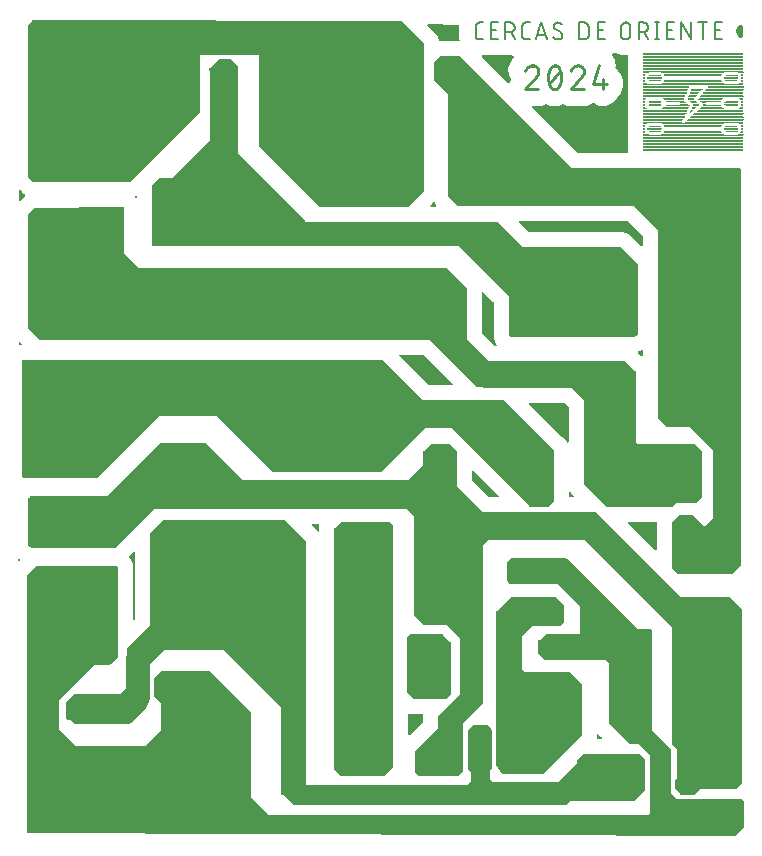
<source format=gbr>
G04 EAGLE Gerber RS-274X export*
G75*
%MOMM*%
%FSLAX34Y34*%
%LPD*%
%INTop Copper*%
%IPPOS*%
%AMOC8*
5,1,8,0,0,1.08239X$1,22.5*%
G01*
%ADD10C,0.203200*%
%ADD11C,0.279400*%
%ADD12R,8.468362X0.084838*%
%ADD13R,8.468362X0.084581*%
%ADD14R,0.424181X0.084581*%
%ADD15R,5.334000X0.084581*%
%ADD16R,0.254000X0.084838*%
%ADD17R,5.080000X0.084838*%
%ADD18R,0.170181X0.084581*%
%ADD19R,4.912363X0.084581*%
%ADD20R,0.254000X0.084581*%
%ADD21R,0.932181X0.084581*%
%ADD22R,4.826000X0.084581*%
%ADD23R,0.086363X0.084838*%
%ADD24R,1.099819X0.084838*%
%ADD25R,0.170181X0.084838*%
%ADD26R,0.086363X0.084581*%
%ADD27R,1.183638X0.084581*%
%ADD28R,1.186181X0.084581*%
%ADD29R,1.270000X0.084581*%
%ADD30R,1.186181X0.084838*%
%ADD31R,1.099819X0.084581*%
%ADD32R,1.016000X0.084581*%
%ADD33R,4.996181X0.084838*%
%ADD34R,0.340363X0.084581*%
%ADD35R,5.247638X0.084581*%
%ADD36R,3.302000X0.084581*%
%ADD37R,3.302000X0.084838*%
%ADD38R,4.826000X0.084838*%
%ADD39R,4.742181X0.084581*%
%ADD40R,3.388362X0.084581*%
%ADD41R,4.658362X0.084581*%
%ADD42R,3.388362X0.084838*%
%ADD43R,4.572000X0.084838*%
%ADD44R,3.472181X0.084581*%
%ADD45R,4.488181X0.084581*%
%ADD46R,4.404363X0.084581*%
%ADD47R,3.556000X0.084838*%
%ADD48R,4.318000X0.084838*%
%ADD49R,3.556000X0.084581*%
%ADD50R,4.234181X0.084581*%
%ADD51R,3.642363X0.084581*%
%ADD52R,4.150362X0.084581*%
%ADD53R,3.642363X0.084838*%
%ADD54R,0.083819X0.084838*%
%ADD55R,4.064000X0.084838*%
%ADD56R,3.726181X0.084581*%
%ADD57R,3.896363X0.084581*%
%ADD58R,3.810000X0.084581*%
%ADD59R,0.424181X0.084838*%
%ADD60R,2.369819X0.084838*%
%ADD61R,2.202181X0.084838*%
%ADD62R,0.508000X0.084838*%
%ADD63R,2.199638X0.084581*%
%ADD64R,1.948181X0.084581*%
%ADD65R,2.202181X0.084581*%
%ADD66R,0.337819X0.084581*%
%ADD67R,1.778000X0.084581*%
%ADD68R,2.118362X0.084838*%
%ADD69R,0.337819X0.084838*%
%ADD70R,1.694181X0.084838*%
%ADD71R,2.115819X0.084581*%
%ADD72R,1.524000X0.084581*%
%ADD73R,0.675638X0.084581*%
%ADD74R,1.270000X0.084838*%
%ADD75R,0.591819X0.084838*%
%ADD76R,0.508000X0.084581*%
%ADD77R,0.421637X0.084581*%
%ADD78R,1.607819X0.084581*%
%ADD79R,0.848363X0.084838*%
%ADD80R,1.610363X0.084838*%
%ADD81R,2.032000X0.084838*%
%ADD82R,0.845819X0.084838*%
%ADD83R,1.610363X0.084581*%
%ADD84R,0.591819X0.084581*%
%ADD85R,2.032000X0.084581*%
%ADD86R,1.948181X0.084838*%
%ADD87R,0.594363X0.084838*%
%ADD88R,0.678181X0.084581*%
%ADD89R,0.675638X0.084838*%
%ADD90R,3.472181X0.084838*%
%ADD91R,0.762000X0.084581*%
%ADD92R,3.726181X0.084838*%
%ADD93R,0.848363X0.084581*%
%ADD94R,3.218181X0.084581*%
%ADD95R,3.134362X0.084581*%
%ADD96R,3.810000X0.084838*%
%ADD97R,3.048000X0.084838*%
%ADD98R,2.964181X0.084581*%
%ADD99R,3.980181X0.084838*%
%ADD100R,2.964181X0.084838*%
%ADD101P,2.336880X8X202.500000*%
%ADD102P,2.336880X8X22.500000*%
%ADD103P,2.336880X8X112.500000*%
%ADD104P,1.429621X8X112.500000*%
%ADD105C,1.320800*%
%ADD106C,2.247900*%
%ADD107C,1.320800*%
%ADD108P,1.429621X8X22.500000*%
%ADD109P,1.429621X8X292.500000*%
%ADD110P,1.429621X8X202.500000*%
%ADD111C,1.524000*%
%ADD112C,1.790700*%
%ADD113C,2.032000*%

G36*
X600837Y242415D02*
X600837Y242415D01*
X600938Y242418D01*
X600995Y242434D01*
X601053Y242441D01*
X601147Y242478D01*
X601244Y242506D01*
X601294Y242536D01*
X601349Y242557D01*
X601431Y242616D01*
X601518Y242668D01*
X601590Y242731D01*
X601607Y242743D01*
X601615Y242753D01*
X601639Y242774D01*
X607869Y249005D01*
X607929Y249082D01*
X607996Y249153D01*
X608026Y249207D01*
X608064Y249256D01*
X608103Y249346D01*
X608150Y249431D01*
X608166Y249491D01*
X608191Y249548D01*
X608206Y249644D01*
X608231Y249739D01*
X608237Y249842D01*
X608240Y249862D01*
X608239Y249873D01*
X608241Y249899D01*
X608286Y270462D01*
X608274Y270561D01*
X608271Y270662D01*
X608255Y270719D01*
X608247Y270777D01*
X608211Y270871D01*
X608183Y270967D01*
X608153Y271018D01*
X608131Y271073D01*
X608072Y271155D01*
X608021Y271241D01*
X607957Y271314D01*
X607945Y271331D01*
X607935Y271339D01*
X607915Y271362D01*
X606102Y273175D01*
X606023Y273236D01*
X605951Y273304D01*
X605898Y273333D01*
X605850Y273370D01*
X605759Y273410D01*
X605673Y273457D01*
X605614Y273473D01*
X605558Y273497D01*
X605460Y273512D01*
X605365Y273537D01*
X605265Y273543D01*
X605244Y273547D01*
X605232Y273545D01*
X605204Y273547D01*
X551039Y273547D01*
X546188Y278398D01*
X546188Y314676D01*
X546176Y314775D01*
X546173Y314874D01*
X546156Y314932D01*
X546149Y314992D01*
X546112Y315084D01*
X546085Y315179D01*
X546054Y315231D01*
X546032Y315288D01*
X545973Y315368D01*
X545923Y315453D01*
X545857Y315529D01*
X545845Y315545D01*
X545835Y315553D01*
X545817Y315574D01*
X530265Y331125D01*
X530265Y415681D01*
X530250Y415799D01*
X530243Y415918D01*
X530230Y415957D01*
X530225Y415997D01*
X530182Y416107D01*
X530145Y416221D01*
X530123Y416255D01*
X530108Y416292D01*
X530038Y416389D01*
X529975Y416489D01*
X529945Y416517D01*
X529921Y416550D01*
X529830Y416626D01*
X529743Y416707D01*
X529708Y416727D01*
X529677Y416753D01*
X529569Y416803D01*
X529465Y416861D01*
X529425Y416871D01*
X529389Y416888D01*
X529272Y416910D01*
X529157Y416940D01*
X529096Y416944D01*
X529076Y416948D01*
X529056Y416947D01*
X528996Y416950D01*
X517914Y416950D01*
X457529Y477336D01*
X457450Y477396D01*
X457378Y477464D01*
X457325Y477493D01*
X457277Y477531D01*
X457186Y477570D01*
X457100Y477618D01*
X457041Y477633D01*
X456986Y477657D01*
X456888Y477672D01*
X456792Y477697D01*
X456692Y477704D01*
X456671Y477707D01*
X456659Y477706D01*
X456631Y477707D01*
X411441Y477707D01*
X411343Y477695D01*
X411244Y477692D01*
X411186Y477675D01*
X411126Y477668D01*
X411033Y477631D01*
X410938Y477604D01*
X410886Y477573D01*
X410830Y477551D01*
X410750Y477492D01*
X410664Y477442D01*
X410589Y477376D01*
X410573Y477364D01*
X410565Y477354D01*
X410544Y477336D01*
X408101Y474893D01*
X408040Y474815D01*
X407973Y474743D01*
X407943Y474690D01*
X407906Y474642D01*
X407867Y474551D01*
X407819Y474464D01*
X407804Y474406D01*
X407780Y474350D01*
X407764Y474252D01*
X407740Y474156D01*
X407733Y474056D01*
X407730Y474036D01*
X407731Y474024D01*
X407729Y473996D01*
X407729Y458120D01*
X407742Y458021D01*
X407745Y457922D01*
X407762Y457864D01*
X407769Y457804D01*
X407806Y457712D01*
X407833Y457617D01*
X407864Y457565D01*
X407886Y457508D01*
X407944Y457428D01*
X407995Y457343D01*
X408061Y457268D01*
X408073Y457251D01*
X408082Y457243D01*
X408101Y457222D01*
X409628Y455695D01*
X409706Y455635D01*
X409778Y455567D01*
X409831Y455538D01*
X409879Y455500D01*
X409970Y455461D01*
X410057Y455413D01*
X410115Y455398D01*
X410171Y455374D01*
X410269Y455359D01*
X410365Y455334D01*
X410465Y455328D01*
X410485Y455324D01*
X410497Y455325D01*
X410525Y455324D01*
X450306Y455324D01*
X469102Y436527D01*
X469102Y412676D01*
X440448Y412676D01*
X440350Y412664D01*
X440251Y412661D01*
X440193Y412644D01*
X440133Y412636D01*
X440041Y412600D01*
X439946Y412572D01*
X439893Y412542D01*
X439837Y412519D01*
X439757Y412461D01*
X439672Y412411D01*
X439596Y412344D01*
X439580Y412332D01*
X439572Y412323D01*
X439551Y412304D01*
X435343Y408096D01*
X434800Y408096D01*
X434681Y408082D01*
X434563Y408074D01*
X434524Y408062D01*
X434484Y408057D01*
X434373Y408013D01*
X434260Y407976D01*
X434226Y407954D01*
X434188Y407940D01*
X434092Y407870D01*
X433991Y407806D01*
X433964Y407776D01*
X433931Y407753D01*
X433855Y407661D01*
X433773Y407574D01*
X433754Y407539D01*
X433728Y407508D01*
X433677Y407400D01*
X433620Y407296D01*
X433610Y407257D01*
X433593Y407220D01*
X433570Y407103D01*
X433541Y406988D01*
X433537Y406928D01*
X433533Y406908D01*
X433534Y406887D01*
X433530Y406827D01*
X433530Y396905D01*
X433543Y396807D01*
X433546Y396708D01*
X433563Y396650D01*
X433570Y396589D01*
X433607Y396497D01*
X433634Y396402D01*
X433665Y396350D01*
X433687Y396294D01*
X433745Y396214D01*
X433796Y396128D01*
X433862Y396053D01*
X433874Y396036D01*
X433883Y396029D01*
X433902Y396007D01*
X438329Y391580D01*
X438408Y391519D01*
X438480Y391452D01*
X438533Y391422D01*
X438581Y391385D01*
X438672Y391346D01*
X438758Y391298D01*
X438817Y391283D01*
X438873Y391259D01*
X438971Y391243D01*
X439066Y391219D01*
X439166Y391212D01*
X439187Y391209D01*
X439199Y391210D01*
X439227Y391208D01*
X491067Y391208D01*
X493529Y388746D01*
X493529Y337981D01*
X493541Y337883D01*
X493544Y337784D01*
X493561Y337725D01*
X493569Y337665D01*
X493605Y337573D01*
X493633Y337478D01*
X493664Y337426D01*
X493686Y337370D01*
X493744Y337290D01*
X493794Y337204D01*
X493861Y337129D01*
X493873Y337112D01*
X493882Y337105D01*
X493901Y337083D01*
X510542Y320443D01*
X510620Y320382D01*
X510692Y320314D01*
X510745Y320285D01*
X510793Y320248D01*
X510884Y320208D01*
X510970Y320160D01*
X511029Y320145D01*
X511085Y320121D01*
X511183Y320106D01*
X511278Y320081D01*
X511378Y320075D01*
X511399Y320071D01*
X511411Y320073D01*
X511439Y320071D01*
X517478Y320071D01*
X517564Y319985D01*
X517643Y319924D01*
X517715Y319856D01*
X517768Y319827D01*
X517816Y319790D01*
X517907Y319750D01*
X517993Y319703D01*
X518052Y319687D01*
X518107Y319663D01*
X518205Y319648D01*
X518301Y319623D01*
X518401Y319617D01*
X518422Y319613D01*
X518434Y319615D01*
X518462Y319613D01*
X518853Y319613D01*
X528795Y309670D01*
X528795Y261720D01*
X527249Y260173D01*
X205253Y260173D01*
X190425Y275001D01*
X190425Y346082D01*
X190413Y346180D01*
X190410Y346279D01*
X190393Y346337D01*
X190386Y346397D01*
X190349Y346489D01*
X190322Y346585D01*
X190291Y346637D01*
X190269Y346693D01*
X190210Y346773D01*
X190160Y346858D01*
X190094Y346934D01*
X190082Y346950D01*
X190072Y346958D01*
X190054Y346979D01*
X155564Y381469D01*
X155485Y381530D01*
X155413Y381598D01*
X155360Y381627D01*
X155312Y381664D01*
X155221Y381704D01*
X155135Y381752D01*
X155076Y381767D01*
X155020Y381791D01*
X154922Y381806D01*
X154827Y381831D01*
X154727Y381837D01*
X154706Y381841D01*
X154694Y381839D01*
X154666Y381841D01*
X115603Y381841D01*
X115505Y381829D01*
X115406Y381826D01*
X115348Y381809D01*
X115288Y381801D01*
X115196Y381765D01*
X115101Y381737D01*
X115048Y381707D01*
X114992Y381684D01*
X114912Y381626D01*
X114827Y381576D01*
X114751Y381509D01*
X114735Y381497D01*
X114727Y381488D01*
X114706Y381469D01*
X109163Y375927D01*
X109103Y375849D01*
X109035Y375777D01*
X109006Y375724D01*
X108969Y375676D01*
X108929Y375585D01*
X108881Y375498D01*
X108866Y375440D01*
X108842Y375384D01*
X108827Y375286D01*
X108802Y375190D01*
X108796Y375090D01*
X108792Y375070D01*
X108793Y375058D01*
X108792Y375030D01*
X108792Y360514D01*
X108804Y360416D01*
X108807Y360317D01*
X108824Y360259D01*
X108832Y360199D01*
X108868Y360107D01*
X108896Y360012D01*
X108926Y359959D01*
X108949Y359903D01*
X109007Y359823D01*
X109057Y359738D01*
X109123Y359662D01*
X109135Y359646D01*
X109145Y359638D01*
X109163Y359617D01*
X114070Y354710D01*
X114070Y331218D01*
X101089Y318237D01*
X41963Y318237D01*
X27663Y332537D01*
X27663Y356821D01*
X58062Y387220D01*
X71263Y387220D01*
X71361Y387233D01*
X71460Y387236D01*
X71518Y387253D01*
X71578Y387260D01*
X71670Y387297D01*
X71765Y387324D01*
X71817Y387355D01*
X71874Y387377D01*
X71954Y387435D01*
X72039Y387486D01*
X72115Y387552D01*
X72131Y387564D01*
X72139Y387573D01*
X72160Y387592D01*
X75481Y390913D01*
X75541Y390991D01*
X75609Y391063D01*
X75636Y391112D01*
X77537Y393012D01*
X77597Y393090D01*
X77665Y393163D01*
X77694Y393216D01*
X77731Y393263D01*
X77771Y393354D01*
X77819Y393441D01*
X77834Y393500D01*
X77858Y393555D01*
X77873Y393653D01*
X77898Y393749D01*
X77904Y393849D01*
X77908Y393869D01*
X77907Y393882D01*
X77908Y393910D01*
X77908Y469416D01*
X77893Y469534D01*
X77886Y469653D01*
X77874Y469691D01*
X77868Y469732D01*
X77825Y469842D01*
X77788Y469955D01*
X77766Y469990D01*
X77751Y470027D01*
X77682Y470123D01*
X77618Y470224D01*
X77588Y470252D01*
X77565Y470285D01*
X77473Y470360D01*
X77386Y470442D01*
X77351Y470462D01*
X77320Y470487D01*
X77212Y470538D01*
X77108Y470596D01*
X77068Y470606D01*
X77032Y470623D01*
X76915Y470645D01*
X76800Y470675D01*
X76740Y470679D01*
X76720Y470683D01*
X76699Y470681D01*
X76639Y470685D01*
X9160Y470685D01*
X9062Y470673D01*
X8963Y470670D01*
X8904Y470653D01*
X8844Y470645D01*
X8752Y470609D01*
X8657Y470581D01*
X8605Y470551D01*
X8549Y470528D01*
X8469Y470470D01*
X8383Y470420D01*
X8308Y470354D01*
X8291Y470342D01*
X8284Y470332D01*
X8262Y470313D01*
X1003Y463054D01*
X942Y462976D01*
X874Y462904D01*
X845Y462851D01*
X808Y462803D01*
X769Y462712D01*
X721Y462625D01*
X706Y462567D01*
X682Y462511D01*
X666Y462413D01*
X641Y462317D01*
X635Y462217D01*
X632Y462197D01*
X633Y462185D01*
X631Y462157D01*
X631Y245650D01*
X646Y245533D01*
X653Y245417D01*
X666Y245376D01*
X671Y245334D01*
X714Y245225D01*
X750Y245114D01*
X772Y245078D01*
X788Y245038D01*
X857Y244944D01*
X919Y244845D01*
X950Y244815D01*
X975Y244781D01*
X1065Y244706D01*
X1150Y244626D01*
X1187Y244605D01*
X1220Y244578D01*
X1326Y244528D01*
X1428Y244472D01*
X1469Y244461D01*
X1508Y244443D01*
X1622Y244421D01*
X1736Y244391D01*
X1800Y244387D01*
X1820Y244383D01*
X1840Y244384D01*
X1896Y244380D01*
X600737Y242402D01*
X600837Y242415D01*
G37*
G36*
X322417Y774344D02*
X322417Y774344D01*
X322516Y774347D01*
X322574Y774364D01*
X322634Y774372D01*
X322726Y774408D01*
X322821Y774436D01*
X322873Y774466D01*
X322930Y774489D01*
X323010Y774547D01*
X323095Y774597D01*
X323171Y774663D01*
X323187Y774675D01*
X323195Y774685D01*
X323216Y774704D01*
X336894Y788381D01*
X336955Y788460D01*
X337023Y788532D01*
X337052Y788585D01*
X337089Y788633D01*
X337128Y788724D01*
X337176Y788810D01*
X337191Y788869D01*
X337215Y788925D01*
X337231Y789023D01*
X337255Y789118D01*
X337262Y789218D01*
X337265Y789239D01*
X337264Y789251D01*
X337266Y789279D01*
X337266Y912384D01*
X337253Y912482D01*
X337250Y912581D01*
X337233Y912639D01*
X337226Y912699D01*
X337189Y912791D01*
X337162Y912886D01*
X337131Y912938D01*
X337109Y912995D01*
X337051Y913075D01*
X337000Y913160D01*
X336934Y913236D01*
X336922Y913252D01*
X336913Y913260D01*
X336894Y913281D01*
X318711Y931464D01*
X318634Y931524D01*
X318564Y931590D01*
X318509Y931621D01*
X318459Y931659D01*
X318370Y931698D01*
X318286Y931745D01*
X318225Y931761D01*
X318167Y931786D01*
X318072Y931801D01*
X317978Y931825D01*
X317873Y931832D01*
X317853Y931835D01*
X317842Y931834D01*
X317817Y931836D01*
X6473Y932865D01*
X6373Y932852D01*
X6272Y932849D01*
X6216Y932833D01*
X6158Y932826D01*
X6064Y932789D01*
X5967Y932761D01*
X5916Y932731D01*
X5862Y932710D01*
X5780Y932651D01*
X5693Y932599D01*
X5621Y932536D01*
X5604Y932524D01*
X5595Y932514D01*
X5572Y932493D01*
X1900Y928821D01*
X1839Y928743D01*
X1771Y928671D01*
X1742Y928618D01*
X1705Y928570D01*
X1666Y928479D01*
X1618Y928392D01*
X1603Y928334D01*
X1579Y928278D01*
X1563Y928180D01*
X1538Y928084D01*
X1533Y928005D01*
X1531Y927992D01*
X1531Y927980D01*
X1529Y927964D01*
X1530Y927951D01*
X1528Y927923D01*
X1528Y801091D01*
X1541Y800993D01*
X1544Y800894D01*
X1560Y800836D01*
X1568Y800776D01*
X1604Y800684D01*
X1632Y800588D01*
X1663Y800536D01*
X1685Y800480D01*
X1743Y800400D01*
X1793Y800314D01*
X1860Y800239D01*
X1872Y800223D01*
X1881Y800215D01*
X1900Y800194D01*
X6251Y795842D01*
X6336Y795777D01*
X6414Y795705D01*
X6461Y795680D01*
X6503Y795647D01*
X6601Y795605D01*
X6694Y795555D01*
X6746Y795542D01*
X6795Y795521D01*
X6900Y795504D01*
X7003Y795479D01*
X7056Y795479D01*
X7109Y795471D01*
X7215Y795481D01*
X7321Y795482D01*
X7372Y795496D01*
X7425Y795501D01*
X7526Y795537D01*
X7629Y795564D01*
X7675Y795591D01*
X7725Y795608D01*
X7813Y795668D01*
X7906Y795721D01*
X7944Y795757D01*
X7988Y795787D01*
X8058Y795867D01*
X8135Y795941D01*
X8163Y795986D01*
X8198Y796025D01*
X8232Y796092D01*
X88584Y796092D01*
X88682Y796105D01*
X88781Y796108D01*
X88839Y796124D01*
X88899Y796132D01*
X88991Y796168D01*
X89086Y796196D01*
X89139Y796227D01*
X89195Y796249D01*
X89275Y796307D01*
X89360Y796357D01*
X89436Y796424D01*
X89452Y796436D01*
X89460Y796445D01*
X89481Y796464D01*
X146983Y853966D01*
X147044Y854044D01*
X147111Y854116D01*
X147141Y854169D01*
X147178Y854217D01*
X147217Y854308D01*
X147265Y854394D01*
X147280Y854453D01*
X147304Y854509D01*
X147320Y854607D01*
X147344Y854702D01*
X147351Y854802D01*
X147354Y854823D01*
X147353Y854835D01*
X147355Y854863D01*
X147355Y903340D01*
X197345Y903340D01*
X197345Y826575D01*
X197357Y826477D01*
X197360Y826378D01*
X197377Y826320D01*
X197385Y826260D01*
X197421Y826168D01*
X197449Y826073D01*
X197479Y826021D01*
X197502Y825964D01*
X197560Y825884D01*
X197610Y825799D01*
X197676Y825723D01*
X197688Y825707D01*
X197698Y825699D01*
X197717Y825678D01*
X248691Y774704D01*
X248769Y774643D01*
X248841Y774575D01*
X248894Y774546D01*
X248942Y774509D01*
X249033Y774469D01*
X249120Y774421D01*
X249178Y774406D01*
X249234Y774382D01*
X249332Y774367D01*
X249428Y774342D01*
X249528Y774336D01*
X249548Y774332D01*
X249560Y774334D01*
X249588Y774332D01*
X322319Y774332D01*
X322417Y774344D01*
G37*
G36*
X547259Y520868D02*
X547259Y520868D01*
X547358Y520871D01*
X547417Y520888D01*
X547477Y520895D01*
X547569Y520932D01*
X547664Y520959D01*
X547716Y520990D01*
X547772Y521012D01*
X547852Y521070D01*
X547938Y521121D01*
X548013Y521187D01*
X548030Y521199D01*
X548038Y521208D01*
X548059Y521227D01*
X550925Y524093D01*
X567226Y524093D01*
X567325Y524105D01*
X567424Y524108D01*
X567482Y524125D01*
X567542Y524133D01*
X567634Y524169D01*
X567729Y524197D01*
X567781Y524228D01*
X567838Y524250D01*
X567918Y524308D01*
X568003Y524358D01*
X568078Y524425D01*
X568095Y524437D01*
X568103Y524446D01*
X568124Y524465D01*
X572009Y528350D01*
X572070Y528428D01*
X572138Y528500D01*
X572167Y528553D01*
X572204Y528601D01*
X572243Y528692D01*
X572291Y528779D01*
X572306Y528837D01*
X572330Y528893D01*
X572346Y528991D01*
X572371Y529087D01*
X572377Y529187D01*
X572380Y529207D01*
X572379Y529219D01*
X572381Y529247D01*
X572381Y567022D01*
X572368Y567120D01*
X572365Y567219D01*
X572349Y567278D01*
X572341Y567338D01*
X572305Y567430D01*
X572277Y567525D01*
X572246Y567577D01*
X572224Y567633D01*
X572166Y567713D01*
X572116Y567799D01*
X572049Y567874D01*
X572037Y567891D01*
X572028Y567899D01*
X572009Y567920D01*
X566184Y573745D01*
X566105Y573806D01*
X566033Y573874D01*
X565980Y573903D01*
X565932Y573940D01*
X565841Y573980D01*
X565755Y574027D01*
X565696Y574042D01*
X565641Y574066D01*
X565543Y574082D01*
X565447Y574107D01*
X565347Y574113D01*
X565326Y574116D01*
X565314Y574115D01*
X565286Y574117D01*
X517699Y574117D01*
X516284Y575532D01*
X516284Y635014D01*
X516271Y635112D01*
X516268Y635211D01*
X516252Y635269D01*
X516244Y635329D01*
X516207Y635421D01*
X516180Y635516D01*
X516149Y635568D01*
X516127Y635625D01*
X516069Y635705D01*
X516018Y635790D01*
X515952Y635866D01*
X515940Y635882D01*
X515931Y635890D01*
X515912Y635911D01*
X508360Y643463D01*
X508282Y643523D01*
X508210Y643591D01*
X508157Y643620D01*
X508109Y643657D01*
X508018Y643697D01*
X507932Y643745D01*
X507873Y643760D01*
X507817Y643784D01*
X507719Y643799D01*
X507624Y643824D01*
X507524Y643830D01*
X507503Y643834D01*
X507491Y643833D01*
X507463Y643834D01*
X392350Y643834D01*
X373452Y662733D01*
X373452Y705166D01*
X373440Y705264D01*
X373437Y705363D01*
X373420Y705422D01*
X373412Y705482D01*
X373376Y705574D01*
X373348Y705669D01*
X373317Y705721D01*
X373295Y705777D01*
X373237Y705857D01*
X373187Y705943D01*
X373120Y706018D01*
X373108Y706035D01*
X373099Y706043D01*
X373080Y706064D01*
X356251Y722893D01*
X356173Y722954D01*
X356101Y723021D01*
X356048Y723051D01*
X356000Y723088D01*
X355909Y723127D01*
X355822Y723175D01*
X355764Y723190D01*
X355708Y723214D01*
X355610Y723230D01*
X355514Y723254D01*
X355414Y723261D01*
X355394Y723264D01*
X355382Y723263D01*
X355354Y723265D01*
X94919Y723265D01*
X82842Y735341D01*
X82842Y773602D01*
X82826Y773729D01*
X82817Y773856D01*
X82807Y773886D01*
X82803Y773918D01*
X82756Y774036D01*
X82715Y774158D01*
X82697Y774184D01*
X82686Y774213D01*
X82611Y774317D01*
X82541Y774424D01*
X82517Y774445D01*
X82499Y774471D01*
X82400Y774552D01*
X82306Y774639D01*
X82278Y774653D01*
X82254Y774674D01*
X82138Y774728D01*
X82025Y774788D01*
X81995Y774796D01*
X81966Y774809D01*
X81841Y774833D01*
X81716Y774863D01*
X81671Y774866D01*
X81654Y774869D01*
X81632Y774868D01*
X81556Y774871D01*
X7924Y773852D01*
X7834Y773839D01*
X7744Y773837D01*
X7678Y773817D01*
X7609Y773808D01*
X7525Y773773D01*
X7439Y773748D01*
X7379Y773713D01*
X7315Y773687D01*
X7243Y773633D01*
X7165Y773587D01*
X7072Y773505D01*
X7060Y773496D01*
X7056Y773491D01*
X7044Y773480D01*
X1949Y768386D01*
X1889Y768307D01*
X1821Y768235D01*
X1792Y768182D01*
X1754Y768134D01*
X1715Y768044D01*
X1667Y767957D01*
X1652Y767898D01*
X1628Y767843D01*
X1612Y767745D01*
X1588Y767649D01*
X1581Y767549D01*
X1578Y767529D01*
X1579Y767516D01*
X1578Y767488D01*
X1578Y672522D01*
X1590Y672424D01*
X1593Y672325D01*
X1610Y672266D01*
X1617Y672206D01*
X1654Y672114D01*
X1681Y672019D01*
X1712Y671967D01*
X1734Y671911D01*
X1793Y671830D01*
X1843Y671745D01*
X1909Y671670D01*
X1921Y671653D01*
X1931Y671645D01*
X1949Y671624D01*
X10969Y662604D01*
X11047Y662544D01*
X11120Y662476D01*
X11173Y662447D01*
X11220Y662409D01*
X11311Y662370D01*
X11398Y662322D01*
X11457Y662307D01*
X11512Y662283D01*
X11610Y662268D01*
X11706Y662243D01*
X11806Y662236D01*
X11826Y662233D01*
X11839Y662234D01*
X11867Y662233D01*
X342352Y662233D01*
X382302Y622282D01*
X382381Y622222D01*
X382453Y622154D01*
X382506Y622124D01*
X382554Y622087D01*
X382644Y622048D01*
X382731Y622000D01*
X382790Y621985D01*
X382845Y621961D01*
X382943Y621945D01*
X383039Y621921D01*
X383139Y621914D01*
X383159Y621911D01*
X383172Y621912D01*
X383200Y621910D01*
X461151Y621910D01*
X472320Y610742D01*
X472320Y540250D01*
X472332Y540152D01*
X472335Y540053D01*
X472352Y539995D01*
X472360Y539935D01*
X472396Y539842D01*
X472424Y539747D01*
X472454Y539695D01*
X472477Y539639D01*
X472535Y539559D01*
X472585Y539473D01*
X472651Y539398D01*
X472663Y539382D01*
X472673Y539374D01*
X472691Y539353D01*
X490817Y521227D01*
X490895Y521166D01*
X490967Y521099D01*
X491020Y521069D01*
X491068Y521032D01*
X491159Y520993D01*
X491246Y520945D01*
X491304Y520930D01*
X491360Y520906D01*
X491458Y520890D01*
X491554Y520866D01*
X491654Y520859D01*
X491674Y520856D01*
X491686Y520857D01*
X491714Y520855D01*
X547161Y520855D01*
X547259Y520868D01*
G37*
G36*
X565344Y276733D02*
X565344Y276733D01*
X565443Y276736D01*
X565501Y276753D01*
X565561Y276760D01*
X565653Y276797D01*
X565748Y276824D01*
X565800Y276855D01*
X565857Y276877D01*
X565937Y276935D01*
X566022Y276986D01*
X566098Y277052D01*
X566114Y277064D01*
X566122Y277074D01*
X566143Y277092D01*
X570735Y281685D01*
X600654Y281685D01*
X600752Y281697D01*
X600851Y281700D01*
X600909Y281717D01*
X600969Y281724D01*
X601061Y281761D01*
X601157Y281788D01*
X601209Y281819D01*
X601265Y281841D01*
X601345Y281900D01*
X601431Y281950D01*
X601506Y282016D01*
X601522Y282028D01*
X601530Y282038D01*
X601551Y282056D01*
X605652Y286157D01*
X605713Y286235D01*
X605781Y286307D01*
X605810Y286360D01*
X605847Y286408D01*
X605886Y286499D01*
X605934Y286586D01*
X605949Y286644D01*
X605973Y286700D01*
X605989Y286798D01*
X606014Y286894D01*
X606020Y286994D01*
X606023Y287014D01*
X606022Y287027D01*
X606024Y287055D01*
X606024Y433816D01*
X606011Y433914D01*
X606008Y434013D01*
X605992Y434071D01*
X605984Y434132D01*
X605948Y434224D01*
X605920Y434319D01*
X605889Y434371D01*
X605867Y434427D01*
X605809Y434507D01*
X605759Y434593D01*
X605692Y434668D01*
X605680Y434685D01*
X605671Y434692D01*
X605652Y434714D01*
X596584Y443782D01*
X596506Y443842D01*
X596434Y443910D01*
X596381Y443939D01*
X596333Y443977D01*
X596242Y444016D01*
X596155Y444064D01*
X596097Y444079D01*
X596041Y444103D01*
X595943Y444118D01*
X595847Y444143D01*
X595747Y444150D01*
X595727Y444153D01*
X595715Y444152D01*
X595687Y444153D01*
X554949Y444153D01*
X483449Y515653D01*
X483371Y515714D01*
X483299Y515782D01*
X483246Y515811D01*
X483198Y515848D01*
X483107Y515887D01*
X483020Y515935D01*
X482962Y515950D01*
X482906Y515974D01*
X482808Y515990D01*
X482712Y516015D01*
X482612Y516021D01*
X482592Y516024D01*
X482579Y516023D01*
X482551Y516025D01*
X386782Y516025D01*
X365072Y537735D01*
X365072Y566771D01*
X365060Y566869D01*
X365057Y566968D01*
X365040Y567026D01*
X365032Y567086D01*
X364996Y567178D01*
X364968Y567274D01*
X364937Y567326D01*
X364915Y567382D01*
X364857Y567462D01*
X364807Y567547D01*
X364740Y567623D01*
X364728Y567639D01*
X364719Y567647D01*
X364700Y567668D01*
X358657Y573712D01*
X358579Y573772D01*
X358507Y573840D01*
X358454Y573869D01*
X358406Y573907D01*
X358315Y573946D01*
X358228Y573994D01*
X358170Y574009D01*
X358114Y574033D01*
X358016Y574048D01*
X357920Y574073D01*
X357820Y574079D01*
X357800Y574083D01*
X357788Y574082D01*
X357760Y574083D01*
X343508Y574083D01*
X343409Y574071D01*
X343310Y574068D01*
X343252Y574051D01*
X343192Y574043D01*
X343100Y574007D01*
X343005Y573980D01*
X342953Y573949D01*
X342896Y573926D01*
X342816Y573868D01*
X342731Y573818D01*
X342655Y573752D01*
X342639Y573740D01*
X342631Y573730D01*
X342610Y573712D01*
X336781Y567882D01*
X336720Y567804D01*
X336652Y567732D01*
X336623Y567679D01*
X336586Y567631D01*
X336546Y567540D01*
X336499Y567453D01*
X336483Y567395D01*
X336459Y567339D01*
X336444Y567241D01*
X336419Y567145D01*
X336413Y567045D01*
X336409Y567025D01*
X336411Y567013D01*
X336409Y566985D01*
X336409Y556073D01*
X323555Y543220D01*
X184046Y543220D01*
X152691Y574575D01*
X152613Y574636D01*
X152541Y574703D01*
X152488Y574733D01*
X152440Y574770D01*
X152349Y574809D01*
X152262Y574857D01*
X152204Y574872D01*
X152148Y574896D01*
X152050Y574912D01*
X151954Y574936D01*
X151854Y574943D01*
X151834Y574946D01*
X151822Y574945D01*
X151794Y574947D01*
X114646Y574947D01*
X114548Y574934D01*
X114449Y574931D01*
X114391Y574914D01*
X114331Y574907D01*
X114239Y574870D01*
X114144Y574843D01*
X114092Y574812D01*
X114035Y574790D01*
X113955Y574732D01*
X113870Y574681D01*
X113794Y574615D01*
X113778Y574603D01*
X113770Y574594D01*
X113749Y574575D01*
X68796Y529622D01*
X4318Y529622D01*
X4220Y529610D01*
X4121Y529607D01*
X4063Y529590D01*
X4003Y529582D01*
X3911Y529546D01*
X3815Y529518D01*
X3763Y529488D01*
X3707Y529465D01*
X3627Y529407D01*
X3541Y529357D01*
X3466Y529291D01*
X3450Y529279D01*
X3442Y529269D01*
X3421Y529250D01*
X2557Y528387D01*
X2496Y528309D01*
X2428Y528236D01*
X2399Y528183D01*
X2362Y528136D01*
X2323Y528045D01*
X2275Y527958D01*
X2260Y527899D01*
X2236Y527844D01*
X2220Y527746D01*
X2195Y527650D01*
X2189Y527550D01*
X2186Y527530D01*
X2187Y527517D01*
X2185Y527489D01*
X2185Y487777D01*
X2200Y487659D01*
X2208Y487540D01*
X2220Y487502D01*
X2225Y487461D01*
X2269Y487351D01*
X2306Y487237D01*
X2327Y487203D01*
X2342Y487166D01*
X2412Y487069D01*
X2476Y486969D01*
X2505Y486941D01*
X2529Y486908D01*
X2621Y486832D01*
X2707Y486751D01*
X2743Y486731D01*
X2774Y486705D01*
X2882Y486655D01*
X2986Y486597D01*
X3025Y486587D01*
X3062Y486570D01*
X3178Y486548D01*
X3294Y486518D01*
X3354Y486514D01*
X3374Y486510D01*
X3394Y486511D01*
X3455Y486508D01*
X4193Y486508D01*
X5149Y486316D01*
X5194Y486313D01*
X5237Y486302D01*
X5398Y486292D01*
X76011Y486292D01*
X76109Y486304D01*
X76208Y486307D01*
X76266Y486324D01*
X76326Y486332D01*
X76418Y486368D01*
X76513Y486396D01*
X76566Y486426D01*
X76622Y486449D01*
X76702Y486507D01*
X76787Y486557D01*
X76863Y486624D01*
X76879Y486636D01*
X76887Y486645D01*
X76908Y486664D01*
X108911Y518666D01*
X322688Y518666D01*
X328420Y512934D01*
X328420Y430150D01*
X328433Y430052D01*
X328436Y429953D01*
X328453Y429895D01*
X328460Y429835D01*
X328497Y429743D01*
X328524Y429647D01*
X328555Y429595D01*
X328577Y429539D01*
X328635Y429459D01*
X328686Y429373D01*
X328752Y429298D01*
X328764Y429282D01*
X328773Y429274D01*
X328792Y429253D01*
X337209Y420835D01*
X337288Y420775D01*
X337360Y420707D01*
X337413Y420677D01*
X337461Y420640D01*
X337552Y420601D01*
X337638Y420553D01*
X337697Y420538D01*
X337753Y420514D01*
X337851Y420498D01*
X337946Y420474D01*
X338046Y420467D01*
X338067Y420464D01*
X338079Y420465D01*
X338107Y420463D01*
X356368Y420463D01*
X367499Y409332D01*
X367499Y362042D01*
X349519Y344061D01*
X349458Y343983D01*
X349391Y343911D01*
X349361Y343858D01*
X349324Y343810D01*
X349285Y343719D01*
X349237Y343633D01*
X349222Y343574D01*
X349198Y343518D01*
X349182Y343420D01*
X349158Y343325D01*
X349151Y343225D01*
X349148Y343204D01*
X349149Y343192D01*
X349147Y343164D01*
X349147Y333552D01*
X329872Y314276D01*
X329811Y314198D01*
X329743Y314126D01*
X329714Y314073D01*
X329677Y314025D01*
X329637Y313934D01*
X329589Y313848D01*
X329574Y313789D01*
X329550Y313733D01*
X329535Y313635D01*
X329510Y313540D01*
X329504Y313440D01*
X329500Y313419D01*
X329502Y313407D01*
X329500Y313379D01*
X329500Y296983D01*
X329512Y296885D01*
X329515Y296786D01*
X329532Y296727D01*
X329540Y296667D01*
X329576Y296575D01*
X329604Y296480D01*
X329634Y296428D01*
X329657Y296372D01*
X329715Y296291D01*
X329765Y296206D01*
X329832Y296131D01*
X329844Y296114D01*
X329853Y296106D01*
X329872Y296085D01*
X332893Y293064D01*
X332971Y293003D01*
X333044Y292935D01*
X333097Y292906D01*
X333144Y292869D01*
X333235Y292829D01*
X333322Y292782D01*
X333381Y292766D01*
X333436Y292742D01*
X333534Y292727D01*
X333630Y292702D01*
X333730Y292696D01*
X333750Y292692D01*
X333763Y292694D01*
X333791Y292692D01*
X365746Y292692D01*
X365844Y292704D01*
X365943Y292707D01*
X366001Y292724D01*
X366061Y292732D01*
X366154Y292768D01*
X366249Y292796D01*
X366301Y292826D01*
X366357Y292849D01*
X366437Y292907D01*
X366523Y292957D01*
X366598Y293024D01*
X366615Y293036D01*
X366622Y293045D01*
X366643Y293064D01*
X369450Y295870D01*
X369511Y295949D01*
X369579Y296021D01*
X369608Y296074D01*
X369645Y296122D01*
X369685Y296213D01*
X369732Y296299D01*
X369747Y296358D01*
X369772Y296414D01*
X369787Y296511D01*
X369812Y296607D01*
X369818Y296707D01*
X369821Y296728D01*
X369820Y296740D01*
X369822Y296768D01*
X369822Y337465D01*
X386939Y354581D01*
X386999Y354660D01*
X387067Y354732D01*
X387096Y354785D01*
X387134Y354833D01*
X387173Y354924D01*
X387221Y355010D01*
X387236Y355069D01*
X387260Y355125D01*
X387275Y355223D01*
X387300Y355318D01*
X387307Y355418D01*
X387310Y355439D01*
X387309Y355451D01*
X387310Y355479D01*
X387310Y488112D01*
X392180Y492983D01*
X473632Y492983D01*
X547350Y419265D01*
X547350Y319862D01*
X547362Y319764D01*
X547365Y319665D01*
X547372Y319642D01*
X547372Y319638D01*
X547381Y319611D01*
X547382Y319607D01*
X547389Y319547D01*
X547426Y319455D01*
X547453Y319360D01*
X547484Y319307D01*
X547507Y319251D01*
X547565Y319171D01*
X547615Y319086D01*
X547681Y319010D01*
X547693Y318994D01*
X547703Y318986D01*
X547721Y318965D01*
X551668Y315018D01*
X551668Y291466D01*
X550096Y289895D01*
X550023Y289800D01*
X549945Y289711D01*
X549926Y289675D01*
X549901Y289643D01*
X549854Y289534D01*
X549800Y289428D01*
X549791Y289389D01*
X549775Y289351D01*
X549756Y289234D01*
X549730Y289118D01*
X549732Y289077D01*
X549725Y289037D01*
X549736Y288919D01*
X549740Y288800D01*
X549751Y288761D01*
X549755Y288721D01*
X549795Y288608D01*
X549828Y288494D01*
X549849Y288460D01*
X549863Y288421D01*
X549930Y288323D01*
X549941Y288304D01*
X549941Y282522D01*
X549953Y282424D01*
X549956Y282325D01*
X549973Y282267D01*
X549980Y282207D01*
X550017Y282114D01*
X550044Y282019D01*
X550075Y281967D01*
X550097Y281911D01*
X550156Y281831D01*
X550206Y281745D01*
X550272Y281670D01*
X550284Y281654D01*
X550294Y281646D01*
X550312Y281625D01*
X553840Y278097D01*
X553842Y278008D01*
X553859Y277950D01*
X553867Y277890D01*
X553903Y277798D01*
X553931Y277703D01*
X553961Y277651D01*
X553984Y277594D01*
X554042Y277514D01*
X554092Y277429D01*
X554159Y277353D01*
X554171Y277337D01*
X554180Y277329D01*
X554199Y277308D01*
X554414Y277092D01*
X554493Y277031D01*
X554565Y276964D01*
X554618Y276934D01*
X554666Y276897D01*
X554757Y276858D01*
X554843Y276810D01*
X554902Y276795D01*
X554958Y276771D01*
X555056Y276755D01*
X555151Y276731D01*
X555251Y276724D01*
X555272Y276721D01*
X555284Y276722D01*
X555312Y276720D01*
X565245Y276720D01*
X565344Y276733D01*
G37*
G36*
X441509Y520453D02*
X441509Y520453D01*
X441608Y520456D01*
X441667Y520473D01*
X441727Y520481D01*
X441819Y520517D01*
X441914Y520545D01*
X441966Y520575D01*
X442022Y520598D01*
X442102Y520656D01*
X442188Y520706D01*
X442263Y520773D01*
X442280Y520785D01*
X442287Y520794D01*
X442309Y520813D01*
X446984Y525488D01*
X447044Y525566D01*
X447112Y525638D01*
X447141Y525691D01*
X447178Y525739D01*
X447218Y525830D01*
X447266Y525916D01*
X447281Y525975D01*
X447305Y526031D01*
X447320Y526129D01*
X447345Y526224D01*
X447351Y526324D01*
X447355Y526345D01*
X447353Y526357D01*
X447355Y526385D01*
X447355Y568221D01*
X447343Y568319D01*
X447340Y568418D01*
X447323Y568477D01*
X447315Y568537D01*
X447279Y568629D01*
X447251Y568724D01*
X447221Y568776D01*
X447198Y568832D01*
X447140Y568912D01*
X447090Y568998D01*
X447024Y569073D01*
X447012Y569090D01*
X447002Y569097D01*
X446984Y569119D01*
X405640Y610462D01*
X405562Y610522D01*
X405490Y610590D01*
X405437Y610619D01*
X405389Y610657D01*
X405298Y610696D01*
X405212Y610744D01*
X405153Y610759D01*
X405097Y610783D01*
X404999Y610798D01*
X404904Y610823D01*
X404804Y610830D01*
X404783Y610833D01*
X404771Y610832D01*
X404743Y610833D01*
X335879Y610833D01*
X302044Y644668D01*
X301966Y644729D01*
X301894Y644797D01*
X301841Y644826D01*
X301793Y644863D01*
X301702Y644902D01*
X301615Y644950D01*
X301557Y644965D01*
X301501Y644989D01*
X301403Y645005D01*
X301307Y645030D01*
X301207Y645036D01*
X301187Y645039D01*
X301175Y645038D01*
X301147Y645040D01*
X-1968Y645040D01*
X-2087Y645025D01*
X-2205Y645018D01*
X-2244Y645005D01*
X-2284Y645000D01*
X-2395Y644956D01*
X-2508Y644920D01*
X-2542Y644898D01*
X-2580Y644883D01*
X-2676Y644813D01*
X-2776Y644749D01*
X-2804Y644720D01*
X-2837Y644696D01*
X-2913Y644604D01*
X-2994Y644518D01*
X-3014Y644482D01*
X-3040Y644451D01*
X-3090Y644344D01*
X-3148Y644239D01*
X-3158Y644200D01*
X-3175Y644163D01*
X-3198Y644047D01*
X-3227Y643931D01*
X-3231Y643871D01*
X-3235Y643851D01*
X-3234Y643831D01*
X-3238Y643771D01*
X-3238Y546811D01*
X-3225Y546713D01*
X-3222Y546614D01*
X-3205Y546556D01*
X-3198Y546496D01*
X-3161Y546404D01*
X-3134Y546309D01*
X-3103Y546256D01*
X-3081Y546200D01*
X-3023Y546120D01*
X-2972Y546035D01*
X-2906Y545959D01*
X-2894Y545943D01*
X-2884Y545935D01*
X-2866Y545914D01*
X-2620Y545668D01*
X-2542Y545607D01*
X-2469Y545539D01*
X-2416Y545510D01*
X-2369Y545473D01*
X-2278Y545433D01*
X-2191Y545386D01*
X-2132Y545371D01*
X-2077Y545346D01*
X-1979Y545331D01*
X-1883Y545306D01*
X-1783Y545300D01*
X-1763Y545297D01*
X-1750Y545298D01*
X-1722Y545296D01*
X60525Y545296D01*
X60623Y545308D01*
X60722Y545311D01*
X60780Y545328D01*
X60840Y545336D01*
X60933Y545372D01*
X61028Y545400D01*
X61080Y545431D01*
X61136Y545453D01*
X61216Y545511D01*
X61302Y545561D01*
X61377Y545628D01*
X61394Y545640D01*
X61401Y545649D01*
X61422Y545668D01*
X113222Y597467D01*
X161858Y597467D01*
X208736Y550589D01*
X208814Y550529D01*
X208886Y550461D01*
X208939Y550432D01*
X208987Y550395D01*
X209078Y550355D01*
X209165Y550307D01*
X209223Y550292D01*
X209279Y550268D01*
X209377Y550253D01*
X209473Y550228D01*
X209573Y550222D01*
X209593Y550218D01*
X209605Y550220D01*
X209633Y550218D01*
X300665Y550218D01*
X300763Y550230D01*
X300862Y550233D01*
X300921Y550250D01*
X300981Y550258D01*
X301073Y550294D01*
X301168Y550322D01*
X301220Y550352D01*
X301276Y550375D01*
X301356Y550433D01*
X301442Y550483D01*
X301517Y550549D01*
X301534Y550561D01*
X301541Y550571D01*
X301563Y550589D01*
X338350Y587377D01*
X360670Y587377D01*
X427235Y520813D01*
X427313Y520752D01*
X427385Y520684D01*
X427438Y520655D01*
X427486Y520618D01*
X427577Y520578D01*
X427664Y520531D01*
X427723Y520515D01*
X427778Y520491D01*
X427876Y520476D01*
X427972Y520451D01*
X428072Y520445D01*
X428092Y520442D01*
X428105Y520443D01*
X428133Y520441D01*
X441411Y520441D01*
X441509Y520453D01*
G37*
G36*
X561991Y463788D02*
X561991Y463788D01*
X562048Y463786D01*
X562148Y463808D01*
X562250Y463820D01*
X562303Y463841D01*
X562358Y463854D01*
X562450Y463900D01*
X562545Y463937D01*
X562591Y463971D01*
X562642Y463997D01*
X562717Y464062D01*
X597665Y464062D01*
X597763Y464074D01*
X597862Y464077D01*
X597920Y464094D01*
X597980Y464101D01*
X598072Y464138D01*
X598167Y464165D01*
X598219Y464196D01*
X598276Y464218D01*
X598356Y464277D01*
X598441Y464327D01*
X598517Y464393D01*
X598533Y464405D01*
X598541Y464415D01*
X598562Y464433D01*
X604930Y470801D01*
X604990Y470879D01*
X605058Y470951D01*
X605087Y471004D01*
X605125Y471052D01*
X605164Y471143D01*
X605212Y471230D01*
X605227Y471288D01*
X605251Y471344D01*
X605266Y471442D01*
X605291Y471538D01*
X605298Y471638D01*
X605301Y471658D01*
X605300Y471670D01*
X605301Y471698D01*
X605301Y806210D01*
X605286Y806328D01*
X605279Y806447D01*
X605267Y806486D01*
X605262Y806526D01*
X605218Y806636D01*
X605181Y806750D01*
X605159Y806784D01*
X605144Y806821D01*
X605075Y806918D01*
X605011Y807018D01*
X604981Y807046D01*
X604958Y807079D01*
X604866Y807155D01*
X604779Y807236D01*
X604744Y807256D01*
X604713Y807282D01*
X604605Y807332D01*
X604501Y807390D01*
X604462Y807400D01*
X604425Y807417D01*
X604308Y807439D01*
X604193Y807469D01*
X604133Y807473D01*
X604113Y807477D01*
X604092Y807476D01*
X604032Y807479D01*
X462507Y807479D01*
X367910Y902076D01*
X367832Y902137D01*
X367760Y902205D01*
X367707Y902234D01*
X367659Y902271D01*
X367568Y902311D01*
X367482Y902358D01*
X367423Y902373D01*
X367367Y902398D01*
X367269Y902413D01*
X367174Y902438D01*
X367074Y902444D01*
X367053Y902447D01*
X367041Y902446D01*
X367013Y902448D01*
X351328Y902448D01*
X351230Y902436D01*
X351131Y902433D01*
X351072Y902416D01*
X351012Y902408D01*
X350920Y902372D01*
X350825Y902344D01*
X350773Y902313D01*
X350717Y902291D01*
X350637Y902233D01*
X350551Y902183D01*
X350476Y902116D01*
X350459Y902104D01*
X350451Y902095D01*
X350430Y902076D01*
X345771Y897417D01*
X345710Y897339D01*
X345643Y897267D01*
X345613Y897214D01*
X345576Y897166D01*
X345537Y897075D01*
X345489Y896988D01*
X345474Y896930D01*
X345450Y896874D01*
X345434Y896776D01*
X345410Y896680D01*
X345403Y896580D01*
X345400Y896560D01*
X345401Y896548D01*
X345399Y896520D01*
X345399Y882672D01*
X345412Y882573D01*
X345415Y882474D01*
X345432Y882416D01*
X345439Y882356D01*
X345476Y882264D01*
X345503Y882169D01*
X345534Y882117D01*
X345556Y882060D01*
X345614Y881980D01*
X345665Y881895D01*
X345731Y881820D01*
X345743Y881803D01*
X345752Y881795D01*
X345771Y881774D01*
X357446Y870099D01*
X357446Y784477D01*
X357459Y784379D01*
X357462Y784280D01*
X357479Y784222D01*
X357486Y784162D01*
X357523Y784069D01*
X357550Y783974D01*
X357581Y783922D01*
X357603Y783866D01*
X357661Y783786D01*
X357712Y783700D01*
X357778Y783625D01*
X357790Y783609D01*
X357800Y783601D01*
X357818Y783580D01*
X365551Y775846D01*
X365630Y775786D01*
X365702Y775718D01*
X365755Y775689D01*
X365803Y775651D01*
X365894Y775612D01*
X365980Y775564D01*
X366039Y775549D01*
X366095Y775525D01*
X366193Y775509D01*
X366288Y775485D01*
X366388Y775478D01*
X366409Y775475D01*
X366421Y775476D01*
X366449Y775475D01*
X514979Y775475D01*
X535179Y755275D01*
X535179Y596544D01*
X535191Y596446D01*
X535194Y596347D01*
X535211Y596289D01*
X535219Y596229D01*
X535255Y596137D01*
X535283Y596042D01*
X535313Y595990D01*
X535336Y595933D01*
X535394Y595853D01*
X535444Y595768D01*
X535511Y595692D01*
X535523Y595676D01*
X535532Y595668D01*
X535551Y595647D01*
X542389Y588808D01*
X542468Y588747D01*
X542540Y588679D01*
X542593Y588650D01*
X542641Y588613D01*
X542732Y588574D01*
X542818Y588526D01*
X542877Y588511D01*
X542933Y588487D01*
X543031Y588471D01*
X543126Y588446D01*
X543226Y588440D01*
X543247Y588437D01*
X543259Y588438D01*
X543287Y588436D01*
X562651Y588436D01*
X581799Y569288D01*
X581799Y511272D01*
X575393Y504866D01*
X573959Y504866D01*
X565005Y513820D01*
X564927Y513881D01*
X564855Y513949D01*
X564802Y513978D01*
X564754Y514015D01*
X564663Y514054D01*
X564577Y514102D01*
X564518Y514117D01*
X564462Y514141D01*
X564364Y514157D01*
X564269Y514182D01*
X564169Y514188D01*
X564148Y514191D01*
X564136Y514190D01*
X564108Y514192D01*
X554164Y514192D01*
X554066Y514179D01*
X553967Y514176D01*
X553908Y514160D01*
X553848Y514152D01*
X553756Y514115D01*
X553661Y514088D01*
X553609Y514057D01*
X553553Y514035D01*
X553473Y513977D01*
X553387Y513926D01*
X553312Y513860D01*
X553295Y513848D01*
X553288Y513839D01*
X553266Y513820D01*
X547361Y507915D01*
X547300Y507836D01*
X547233Y507764D01*
X547203Y507711D01*
X547166Y507663D01*
X547127Y507572D01*
X547079Y507486D01*
X547064Y507427D01*
X547040Y507372D01*
X547024Y507274D01*
X547000Y507178D01*
X546993Y507078D01*
X546990Y507058D01*
X546991Y507045D01*
X546989Y507017D01*
X546989Y470023D01*
X547002Y469925D01*
X547005Y469826D01*
X547022Y469768D01*
X547029Y469708D01*
X547066Y469616D01*
X547093Y469521D01*
X547124Y469468D01*
X547146Y469412D01*
X547204Y469332D01*
X547255Y469247D01*
X547321Y469171D01*
X547333Y469155D01*
X547342Y469147D01*
X547361Y469126D01*
X552335Y464152D01*
X552413Y464092D01*
X552485Y464024D01*
X552538Y463994D01*
X552586Y463957D01*
X552677Y463918D01*
X552764Y463870D01*
X552822Y463855D01*
X552878Y463831D01*
X552976Y463815D01*
X553072Y463791D01*
X553172Y463784D01*
X553192Y463781D01*
X553204Y463782D01*
X553232Y463781D01*
X561934Y463781D01*
X561991Y463788D01*
G37*
G36*
X456706Y268132D02*
X456706Y268132D01*
X456805Y268135D01*
X456863Y268152D01*
X456923Y268160D01*
X457015Y268196D01*
X457111Y268224D01*
X457163Y268254D01*
X457219Y268277D01*
X457299Y268335D01*
X457384Y268385D01*
X457460Y268451D01*
X457476Y268463D01*
X457484Y268473D01*
X457505Y268491D01*
X460036Y271022D01*
X460303Y271022D01*
X460385Y271032D01*
X460469Y271033D01*
X460543Y271052D01*
X460618Y271062D01*
X460696Y271092D01*
X460776Y271114D01*
X460843Y271151D01*
X460914Y271179D01*
X460981Y271228D01*
X461054Y271268D01*
X461110Y271321D01*
X461171Y271366D01*
X461178Y271373D01*
X514062Y271373D01*
X514160Y271386D01*
X514259Y271389D01*
X514317Y271406D01*
X514378Y271413D01*
X514470Y271450D01*
X514565Y271477D01*
X514617Y271508D01*
X514673Y271530D01*
X514753Y271588D01*
X514839Y271639D01*
X514914Y271705D01*
X514931Y271717D01*
X514938Y271727D01*
X514960Y271745D01*
X523938Y280723D01*
X523998Y280802D01*
X524066Y280874D01*
X524095Y280927D01*
X524133Y280975D01*
X524172Y281066D01*
X524220Y281152D01*
X524235Y281211D01*
X524259Y281266D01*
X524275Y281364D01*
X524299Y281460D01*
X524306Y281560D01*
X524309Y281581D01*
X524308Y281593D01*
X524309Y281621D01*
X524309Y306356D01*
X524297Y306454D01*
X524294Y306553D01*
X524277Y306611D01*
X524270Y306671D01*
X524233Y306763D01*
X524206Y306858D01*
X524175Y306911D01*
X524153Y306967D01*
X524094Y307047D01*
X524044Y307132D01*
X523978Y307208D01*
X523966Y307224D01*
X523956Y307232D01*
X523938Y307253D01*
X520089Y311102D01*
X520011Y311163D01*
X519939Y311230D01*
X519886Y311260D01*
X519838Y311297D01*
X519747Y311336D01*
X519660Y311384D01*
X519602Y311399D01*
X519546Y311423D01*
X519448Y311439D01*
X519352Y311463D01*
X519252Y311470D01*
X519232Y311473D01*
X519220Y311472D01*
X519192Y311474D01*
X473480Y311474D01*
X473472Y311480D01*
X473362Y311527D01*
X473256Y311581D01*
X473217Y311590D01*
X473180Y311606D01*
X473062Y311625D01*
X472946Y311651D01*
X472906Y311650D01*
X472866Y311656D01*
X472747Y311645D01*
X472628Y311641D01*
X472589Y311630D01*
X472549Y311626D01*
X472437Y311586D01*
X472323Y311553D01*
X472288Y311532D01*
X472250Y311519D01*
X472151Y311452D01*
X472049Y311391D01*
X472003Y311352D01*
X471987Y311340D01*
X471973Y311325D01*
X471928Y311285D01*
X466796Y306154D01*
X466736Y306075D01*
X466668Y306003D01*
X466639Y305950D01*
X466602Y305902D01*
X466562Y305811D01*
X466514Y305725D01*
X466499Y305666D01*
X466475Y305610D01*
X466460Y305512D01*
X466435Y305417D01*
X466429Y305317D01*
X466425Y305296D01*
X466427Y305284D01*
X466425Y305256D01*
X466425Y303771D01*
X450858Y288204D01*
X394364Y288204D01*
X392908Y289659D01*
X392908Y297402D01*
X394186Y298680D01*
X394246Y298758D01*
X394314Y298830D01*
X394343Y298883D01*
X394381Y298931D01*
X394420Y299022D01*
X394468Y299109D01*
X394483Y299167D01*
X394507Y299223D01*
X394522Y299321D01*
X394547Y299417D01*
X394554Y299517D01*
X394557Y299537D01*
X394556Y299549D01*
X394557Y299577D01*
X394557Y331459D01*
X394545Y331557D01*
X394542Y331656D01*
X394525Y331714D01*
X394518Y331774D01*
X394481Y331866D01*
X394454Y331961D01*
X394423Y332014D01*
X394400Y332070D01*
X394342Y332150D01*
X394292Y332235D01*
X394226Y332311D01*
X394214Y332327D01*
X394204Y332335D01*
X394186Y332356D01*
X390888Y335654D01*
X390809Y335715D01*
X390737Y335783D01*
X390684Y335812D01*
X390636Y335849D01*
X390545Y335889D01*
X390459Y335936D01*
X390400Y335951D01*
X390344Y335976D01*
X390246Y335991D01*
X390151Y336016D01*
X390051Y336022D01*
X390030Y336025D01*
X390018Y336024D01*
X389990Y336026D01*
X379910Y336026D01*
X379812Y336014D01*
X379713Y336011D01*
X379654Y335994D01*
X379594Y335986D01*
X379502Y335950D01*
X379407Y335922D01*
X379355Y335891D01*
X379299Y335869D01*
X379218Y335811D01*
X379133Y335761D01*
X379058Y335694D01*
X379041Y335682D01*
X379033Y335673D01*
X379012Y335654D01*
X374431Y331073D01*
X374370Y330994D01*
X374302Y330922D01*
X374273Y330869D01*
X374236Y330821D01*
X374196Y330730D01*
X374149Y330644D01*
X374133Y330585D01*
X374109Y330529D01*
X374094Y330432D01*
X374069Y330336D01*
X374063Y330236D01*
X374059Y330215D01*
X374061Y330203D01*
X374059Y330175D01*
X374059Y299578D01*
X374071Y299479D01*
X374074Y299380D01*
X374091Y299322D01*
X374099Y299262D01*
X374135Y299170D01*
X374163Y299075D01*
X374193Y299023D01*
X374216Y298966D01*
X374274Y298886D01*
X374324Y298801D01*
X374391Y298726D01*
X374403Y298709D01*
X374412Y298701D01*
X374431Y298680D01*
X376625Y296486D01*
X376625Y288376D01*
X373703Y285455D01*
X237499Y285455D01*
X237499Y491046D01*
X237486Y491144D01*
X237483Y491243D01*
X237466Y491302D01*
X237459Y491362D01*
X237422Y491454D01*
X237395Y491549D01*
X237364Y491601D01*
X237342Y491657D01*
X237284Y491737D01*
X237233Y491823D01*
X237167Y491898D01*
X237155Y491915D01*
X237146Y491923D01*
X237127Y491944D01*
X219533Y509537D01*
X219455Y509598D01*
X219383Y509666D01*
X219330Y509695D01*
X219282Y509732D01*
X219191Y509772D01*
X219105Y509819D01*
X219046Y509834D01*
X218990Y509859D01*
X218892Y509874D01*
X218797Y509899D01*
X218697Y509905D01*
X218676Y509908D01*
X218664Y509907D01*
X218636Y509909D01*
X117105Y509909D01*
X117007Y509897D01*
X116908Y509894D01*
X116849Y509877D01*
X116789Y509869D01*
X116697Y509833D01*
X116602Y509805D01*
X116550Y509774D01*
X116494Y509752D01*
X116414Y509694D01*
X116328Y509644D01*
X116253Y509577D01*
X116236Y509565D01*
X116228Y509556D01*
X116207Y509537D01*
X105213Y498543D01*
X105153Y498465D01*
X105085Y498393D01*
X105056Y498340D01*
X105018Y498292D01*
X104979Y498201D01*
X104931Y498114D01*
X104916Y498056D01*
X104892Y498000D01*
X104877Y497902D01*
X104852Y497806D01*
X104845Y497706D01*
X104842Y497686D01*
X104843Y497674D01*
X104842Y497646D01*
X104842Y419753D01*
X85970Y400882D01*
X85910Y400804D01*
X85842Y400732D01*
X85813Y400679D01*
X85775Y400631D01*
X85736Y400540D01*
X85688Y400453D01*
X85673Y400395D01*
X85649Y400339D01*
X85634Y400241D01*
X85609Y400145D01*
X85603Y400045D01*
X85599Y400025D01*
X85600Y400013D01*
X85599Y399985D01*
X85599Y368630D01*
X79380Y362411D01*
X41966Y362411D01*
X41868Y362398D01*
X41769Y362395D01*
X41711Y362379D01*
X41651Y362371D01*
X41559Y362335D01*
X41464Y362307D01*
X41412Y362276D01*
X41355Y362254D01*
X41275Y362196D01*
X41190Y362145D01*
X41114Y362079D01*
X41098Y362067D01*
X41090Y362058D01*
X41069Y362039D01*
X34106Y355076D01*
X34046Y354998D01*
X33978Y354926D01*
X33948Y354873D01*
X33911Y354825D01*
X33872Y354734D01*
X33824Y354648D01*
X33809Y354589D01*
X33785Y354533D01*
X33769Y354435D01*
X33745Y354340D01*
X33738Y354240D01*
X33735Y354219D01*
X33736Y354207D01*
X33735Y354179D01*
X33735Y341903D01*
X33749Y341784D01*
X33757Y341666D01*
X33769Y341627D01*
X33774Y341587D01*
X33818Y341476D01*
X33855Y341363D01*
X33877Y341329D01*
X33891Y341291D01*
X33961Y341195D01*
X34025Y341095D01*
X34054Y341067D01*
X34078Y341034D01*
X34170Y340958D01*
X34257Y340877D01*
X34292Y340857D01*
X34323Y340831D01*
X34431Y340781D01*
X34535Y340723D01*
X34574Y340713D01*
X34611Y340696D01*
X34728Y340673D01*
X34843Y340644D01*
X34903Y340640D01*
X34923Y340636D01*
X34944Y340637D01*
X35004Y340633D01*
X37594Y340633D01*
X40704Y337524D01*
X40782Y337463D01*
X40854Y337395D01*
X40907Y337366D01*
X40955Y337329D01*
X41046Y337290D01*
X41133Y337242D01*
X41191Y337227D01*
X41247Y337203D01*
X41345Y337187D01*
X41441Y337162D01*
X41541Y337156D01*
X41561Y337153D01*
X41573Y337154D01*
X41601Y337152D01*
X87787Y337152D01*
X87885Y337164D01*
X87984Y337167D01*
X88042Y337184D01*
X88103Y337192D01*
X88195Y337228D01*
X88290Y337256D01*
X88342Y337287D01*
X88398Y337309D01*
X88478Y337367D01*
X88564Y337417D01*
X88639Y337484D01*
X88656Y337496D01*
X88663Y337505D01*
X88685Y337524D01*
X101877Y350716D01*
X101938Y350794D01*
X102005Y350867D01*
X102035Y350920D01*
X102072Y350967D01*
X102111Y351058D01*
X102159Y351145D01*
X102174Y351204D01*
X102198Y351259D01*
X102214Y351357D01*
X102238Y351453D01*
X102245Y351553D01*
X102248Y351573D01*
X102247Y351586D01*
X102249Y351614D01*
X102249Y384435D01*
X117263Y399449D01*
X167346Y399449D01*
X215717Y351078D01*
X215717Y278323D01*
X215735Y278185D01*
X215748Y278046D01*
X215755Y278027D01*
X215757Y278007D01*
X215808Y277878D01*
X215855Y277747D01*
X215867Y277730D01*
X215874Y277711D01*
X215956Y277599D01*
X216034Y277484D01*
X216049Y277471D01*
X216061Y277454D01*
X216168Y277365D01*
X216272Y277273D01*
X216290Y277264D01*
X216306Y277251D01*
X216432Y277192D01*
X216556Y277129D01*
X216575Y277124D01*
X216594Y277116D01*
X216730Y277090D01*
X216866Y277059D01*
X216886Y277060D01*
X216906Y277056D01*
X217044Y277065D01*
X217184Y277069D01*
X217203Y277075D01*
X217223Y277076D01*
X217356Y277119D01*
X217489Y277157D01*
X217507Y277168D01*
X217526Y277174D01*
X217585Y277211D01*
X226305Y268491D01*
X226384Y268431D01*
X226456Y268363D01*
X226509Y268334D01*
X226557Y268297D01*
X226648Y268257D01*
X226734Y268209D01*
X226793Y268194D01*
X226849Y268170D01*
X226947Y268155D01*
X227042Y268130D01*
X227142Y268124D01*
X227163Y268120D01*
X227175Y268122D01*
X227203Y268120D01*
X456608Y268120D01*
X456706Y268132D01*
G37*
G36*
X515499Y664939D02*
X515499Y664939D01*
X515598Y664942D01*
X515656Y664958D01*
X515716Y664966D01*
X515808Y665002D01*
X515903Y665030D01*
X515955Y665061D01*
X516012Y665083D01*
X516092Y665141D01*
X516177Y665191D01*
X516252Y665258D01*
X516269Y665270D01*
X516277Y665279D01*
X516298Y665298D01*
X518246Y667246D01*
X518307Y667324D01*
X518374Y667396D01*
X518404Y667449D01*
X518441Y667497D01*
X518480Y667588D01*
X518528Y667675D01*
X518543Y667733D01*
X518567Y667789D01*
X518583Y667887D01*
X518607Y667983D01*
X518614Y668083D01*
X518617Y668103D01*
X518616Y668115D01*
X518618Y668143D01*
X518618Y725385D01*
X518605Y725483D01*
X518602Y725582D01*
X518585Y725640D01*
X518578Y725700D01*
X518541Y725792D01*
X518514Y725887D01*
X518483Y725940D01*
X518461Y725996D01*
X518403Y726076D01*
X518352Y726161D01*
X518286Y726237D01*
X518274Y726253D01*
X518264Y726261D01*
X518246Y726282D01*
X503779Y740749D01*
X503700Y740810D01*
X503628Y740878D01*
X503575Y740907D01*
X503527Y740944D01*
X503436Y740984D01*
X503350Y741031D01*
X503291Y741047D01*
X503236Y741071D01*
X503138Y741086D01*
X503042Y741111D01*
X502942Y741117D01*
X502921Y741121D01*
X502909Y741119D01*
X502881Y741121D01*
X420115Y741121D01*
X399348Y761888D01*
X399270Y761949D01*
X399198Y762017D01*
X399145Y762046D01*
X399097Y762083D01*
X399006Y762122D01*
X398920Y762170D01*
X398861Y762185D01*
X398805Y762209D01*
X398707Y762225D01*
X398612Y762250D01*
X398512Y762256D01*
X398491Y762259D01*
X398479Y762258D01*
X398451Y762260D01*
X237059Y762260D01*
X179360Y819958D01*
X179360Y893730D01*
X179348Y893828D01*
X179345Y893927D01*
X179328Y893985D01*
X179320Y894045D01*
X179284Y894137D01*
X179256Y894232D01*
X179225Y894285D01*
X179203Y894341D01*
X179145Y894421D01*
X179095Y894506D01*
X179028Y894582D01*
X179016Y894598D01*
X179007Y894606D01*
X178988Y894627D01*
X173705Y899911D01*
X173626Y899972D01*
X173554Y900039D01*
X173501Y900069D01*
X173453Y900106D01*
X173362Y900145D01*
X173276Y900193D01*
X173217Y900208D01*
X173162Y900232D01*
X173064Y900248D01*
X172968Y900272D01*
X172868Y900279D01*
X172847Y900282D01*
X172835Y900281D01*
X172807Y900283D01*
X164105Y900283D01*
X164007Y900270D01*
X163908Y900267D01*
X163849Y900250D01*
X163789Y900243D01*
X163697Y900206D01*
X163602Y900179D01*
X163550Y900148D01*
X163494Y900126D01*
X163414Y900068D01*
X163328Y900017D01*
X163253Y899951D01*
X163236Y899939D01*
X163229Y899929D01*
X163207Y899911D01*
X155748Y892451D01*
X155687Y892373D01*
X155619Y892301D01*
X155590Y892248D01*
X155553Y892200D01*
X155514Y892109D01*
X155466Y892022D01*
X155451Y891964D01*
X155427Y891908D01*
X155411Y891810D01*
X155386Y891714D01*
X155380Y891614D01*
X155377Y891594D01*
X155378Y891582D01*
X155376Y891554D01*
X155376Y890620D01*
X155386Y890542D01*
X155386Y890462D01*
X155406Y890384D01*
X155416Y890304D01*
X155445Y890231D01*
X155465Y890154D01*
X155503Y890084D01*
X155533Y890009D01*
X155579Y889945D01*
X155617Y889875D01*
X155672Y889817D01*
X155720Y889751D01*
X155748Y889728D01*
X155748Y831244D01*
X123380Y798876D01*
X112819Y798876D01*
X112721Y798863D01*
X112622Y798860D01*
X112564Y798843D01*
X112504Y798836D01*
X112412Y798799D01*
X112317Y798772D01*
X112264Y798741D01*
X112208Y798719D01*
X112128Y798661D01*
X112043Y798610D01*
X111967Y798544D01*
X111951Y798532D01*
X111943Y798523D01*
X111922Y798504D01*
X106977Y793559D01*
X106916Y793481D01*
X106848Y793409D01*
X106819Y793356D01*
X106782Y793308D01*
X106743Y793217D01*
X106695Y793130D01*
X106680Y793072D01*
X106656Y793016D01*
X106640Y792918D01*
X106616Y792822D01*
X106609Y792722D01*
X106606Y792702D01*
X106607Y792690D01*
X106605Y792662D01*
X106605Y743663D01*
X106618Y743565D01*
X106621Y743466D01*
X106638Y743408D01*
X106645Y743348D01*
X106682Y743256D01*
X106709Y743161D01*
X106740Y743108D01*
X106762Y743052D01*
X106820Y742972D01*
X106871Y742887D01*
X106937Y742811D01*
X106949Y742795D01*
X106958Y742787D01*
X106977Y742766D01*
X107726Y742017D01*
X107804Y741956D01*
X107877Y741888D01*
X107930Y741859D01*
X107977Y741822D01*
X108068Y741782D01*
X108155Y741735D01*
X108214Y741720D01*
X108269Y741695D01*
X108367Y741680D01*
X108463Y741655D01*
X108563Y741649D01*
X108583Y741646D01*
X108596Y741647D01*
X108624Y741645D01*
X366247Y741645D01*
X408804Y699088D01*
X408804Y666195D01*
X408819Y666077D01*
X408826Y665958D01*
X408839Y665920D01*
X408844Y665880D01*
X408888Y665769D01*
X408924Y665656D01*
X408946Y665622D01*
X408961Y665584D01*
X409031Y665488D01*
X409094Y665387D01*
X409124Y665360D01*
X409148Y665327D01*
X409239Y665251D01*
X409326Y665169D01*
X409361Y665150D01*
X409393Y665124D01*
X409500Y665073D01*
X409604Y665016D01*
X409644Y665006D01*
X409680Y664988D01*
X409797Y664966D01*
X409912Y664936D01*
X409973Y664933D01*
X409993Y664929D01*
X410013Y664930D01*
X410073Y664926D01*
X515400Y664926D01*
X515499Y664939D01*
G37*
G36*
X302487Y292825D02*
X302487Y292825D01*
X302586Y292828D01*
X302644Y292844D01*
X302704Y292852D01*
X302796Y292888D01*
X302891Y292916D01*
X302943Y292947D01*
X303000Y292969D01*
X303080Y293027D01*
X303165Y293077D01*
X303240Y293144D01*
X303257Y293156D01*
X303265Y293165D01*
X303286Y293184D01*
X310800Y300698D01*
X310860Y300776D01*
X310928Y300848D01*
X310958Y300901D01*
X310995Y300949D01*
X311034Y301040D01*
X311082Y301127D01*
X311097Y301185D01*
X311121Y301241D01*
X311137Y301339D01*
X311161Y301435D01*
X311168Y301535D01*
X311171Y301555D01*
X311170Y301567D01*
X311171Y301595D01*
X311171Y504427D01*
X311159Y504526D01*
X311156Y504625D01*
X311139Y504683D01*
X311132Y504743D01*
X311095Y504835D01*
X311068Y504930D01*
X311037Y504982D01*
X311015Y505039D01*
X310956Y505119D01*
X310906Y505204D01*
X310840Y505280D01*
X310828Y505296D01*
X310818Y505304D01*
X310800Y505325D01*
X308235Y507890D01*
X308156Y507951D01*
X308084Y508019D01*
X308031Y508048D01*
X307983Y508085D01*
X307892Y508124D01*
X307806Y508172D01*
X307747Y508187D01*
X307691Y508211D01*
X307593Y508227D01*
X307498Y508252D01*
X307398Y508258D01*
X307377Y508261D01*
X307365Y508260D01*
X307337Y508262D01*
X267568Y508262D01*
X267470Y508249D01*
X267371Y508246D01*
X267312Y508230D01*
X267252Y508222D01*
X267160Y508186D01*
X267065Y508158D01*
X267013Y508127D01*
X266957Y508105D01*
X266877Y508047D01*
X266791Y507997D01*
X266716Y507930D01*
X266699Y507918D01*
X266692Y507909D01*
X266670Y507890D01*
X261356Y502575D01*
X261295Y502497D01*
X261227Y502425D01*
X261198Y502372D01*
X261161Y502324D01*
X261121Y502233D01*
X261074Y502147D01*
X261058Y502088D01*
X261034Y502032D01*
X261019Y501934D01*
X260994Y501839D01*
X260988Y501739D01*
X260985Y501718D01*
X260986Y501706D01*
X260984Y501678D01*
X260984Y304525D01*
X260994Y304449D01*
X260993Y304371D01*
X261013Y304291D01*
X261024Y304210D01*
X261052Y304138D01*
X261071Y304063D01*
X261111Y303991D01*
X261141Y303914D01*
X261186Y303852D01*
X261223Y303783D01*
X261279Y303723D01*
X261304Y303690D01*
X261168Y298512D01*
X261179Y298397D01*
X261183Y298282D01*
X261195Y298239D01*
X261199Y298196D01*
X261239Y298087D01*
X261271Y297976D01*
X261293Y297938D01*
X261308Y297897D01*
X261374Y297802D01*
X261433Y297702D01*
X261476Y297652D01*
X261488Y297635D01*
X261503Y297622D01*
X261539Y297581D01*
X265936Y293184D01*
X266015Y293123D01*
X266087Y293055D01*
X266140Y293026D01*
X266188Y292989D01*
X266279Y292950D01*
X266365Y292902D01*
X266424Y292887D01*
X266480Y292863D01*
X266577Y292847D01*
X266673Y292822D01*
X266773Y292816D01*
X266794Y292813D01*
X266806Y292814D01*
X266834Y292812D01*
X302388Y292812D01*
X302487Y292825D01*
G37*
G36*
X438300Y294944D02*
X438300Y294944D01*
X438399Y294947D01*
X438458Y294964D01*
X438518Y294972D01*
X438610Y295008D01*
X438705Y295036D01*
X438757Y295066D01*
X438813Y295089D01*
X438893Y295147D01*
X438979Y295197D01*
X439054Y295263D01*
X439071Y295275D01*
X439079Y295285D01*
X439100Y295303D01*
X470392Y326596D01*
X470453Y326674D01*
X470521Y326746D01*
X470550Y326799D01*
X470587Y326847D01*
X470627Y326938D01*
X470674Y327025D01*
X470690Y327084D01*
X470714Y327139D01*
X470729Y327237D01*
X470754Y327333D01*
X470760Y327433D01*
X470763Y327453D01*
X470762Y327466D01*
X470764Y327494D01*
X470764Y369754D01*
X470752Y369853D01*
X470749Y369952D01*
X470732Y370010D01*
X470724Y370070D01*
X470688Y370162D01*
X470660Y370257D01*
X470629Y370309D01*
X470607Y370366D01*
X470549Y370446D01*
X470499Y370531D01*
X470432Y370606D01*
X470420Y370623D01*
X470411Y370631D01*
X470392Y370652D01*
X460499Y380545D01*
X460420Y380606D01*
X460348Y380674D01*
X460295Y380703D01*
X460247Y380740D01*
X460157Y380780D01*
X460070Y380828D01*
X460011Y380843D01*
X459956Y380867D01*
X459858Y380882D01*
X459762Y380907D01*
X459662Y380913D01*
X459642Y380917D01*
X459629Y380915D01*
X459601Y380917D01*
X422711Y380917D01*
X420217Y383411D01*
X420217Y411492D01*
X428827Y420102D01*
X452586Y420102D01*
X452684Y420115D01*
X452783Y420118D01*
X452841Y420134D01*
X452902Y420142D01*
X452994Y420179D01*
X453089Y420206D01*
X453141Y420237D01*
X453197Y420259D01*
X453277Y420317D01*
X453363Y420368D01*
X453438Y420434D01*
X453455Y420446D01*
X453462Y420455D01*
X453484Y420474D01*
X454922Y421913D01*
X454983Y421991D01*
X455051Y422063D01*
X455080Y422116D01*
X455117Y422164D01*
X455157Y422255D01*
X455204Y422342D01*
X455220Y422400D01*
X455244Y422456D01*
X455259Y422554D01*
X455284Y422650D01*
X455290Y422750D01*
X455294Y422770D01*
X455292Y422782D01*
X455294Y422810D01*
X455294Y437198D01*
X455282Y437296D01*
X455279Y437395D01*
X455262Y437453D01*
X455254Y437513D01*
X455218Y437605D01*
X455190Y437700D01*
X455160Y437753D01*
X455137Y437809D01*
X455079Y437889D01*
X455029Y437974D01*
X454962Y438050D01*
X454950Y438066D01*
X454941Y438074D01*
X454922Y438095D01*
X448628Y444390D01*
X448550Y444450D01*
X448478Y444518D01*
X448425Y444547D01*
X448377Y444585D01*
X448286Y444624D01*
X448199Y444672D01*
X448140Y444687D01*
X448085Y444711D01*
X447987Y444726D01*
X447891Y444751D01*
X447791Y444758D01*
X447771Y444761D01*
X447758Y444760D01*
X447730Y444761D01*
X411393Y444761D01*
X411294Y444749D01*
X411195Y444746D01*
X411137Y444729D01*
X411077Y444722D01*
X410985Y444685D01*
X410890Y444658D01*
X410838Y444627D01*
X410781Y444605D01*
X410701Y444546D01*
X410616Y444496D01*
X410541Y444430D01*
X410524Y444418D01*
X410516Y444408D01*
X410495Y444390D01*
X398803Y432697D01*
X398742Y432619D01*
X398674Y432547D01*
X398645Y432494D01*
X398608Y432446D01*
X398568Y432355D01*
X398521Y432268D01*
X398506Y432210D01*
X398481Y432154D01*
X398466Y432056D01*
X398441Y431960D01*
X398435Y431860D01*
X398432Y431840D01*
X398433Y431828D01*
X398431Y431800D01*
X398431Y302136D01*
X398446Y302017D01*
X398453Y301898D01*
X398466Y301860D01*
X398471Y301820D01*
X398515Y301709D01*
X398552Y301595D01*
X398580Y301543D01*
X398588Y301525D01*
X398600Y301508D01*
X398629Y301454D01*
X402407Y295519D01*
X402457Y295459D01*
X402499Y295393D01*
X402558Y295337D01*
X402610Y295275D01*
X402673Y295229D01*
X402731Y295175D01*
X402802Y295136D01*
X402868Y295088D01*
X402940Y295059D01*
X403009Y295021D01*
X403088Y295001D01*
X403163Y294971D01*
X403241Y294962D01*
X403317Y294942D01*
X403478Y294932D01*
X438202Y294932D01*
X438300Y294944D01*
G37*
G36*
X509314Y820184D02*
X509314Y820184D01*
X509333Y820182D01*
X509435Y820204D01*
X509537Y820221D01*
X509554Y820230D01*
X509574Y820234D01*
X509663Y820287D01*
X509754Y820336D01*
X509768Y820350D01*
X509785Y820360D01*
X509852Y820439D01*
X509923Y820514D01*
X509932Y820532D01*
X509945Y820547D01*
X509983Y820644D01*
X510027Y820737D01*
X510029Y820757D01*
X510037Y820775D01*
X510055Y820942D01*
X510055Y902195D01*
X510052Y902214D01*
X510054Y902234D01*
X510032Y902335D01*
X510015Y902437D01*
X510006Y902455D01*
X510002Y902474D01*
X509949Y902564D01*
X509900Y902655D01*
X509886Y902668D01*
X509876Y902686D01*
X509797Y902753D01*
X509722Y902824D01*
X509704Y902833D01*
X509689Y902846D01*
X509593Y902884D01*
X509499Y902928D01*
X509479Y902930D01*
X509461Y902937D01*
X509294Y902956D01*
X504324Y902956D01*
X499008Y905158D01*
X498894Y905185D01*
X498780Y905213D01*
X498774Y905213D01*
X498768Y905214D01*
X498653Y905203D01*
X498535Y905194D01*
X498530Y905192D01*
X498523Y905191D01*
X498417Y905144D01*
X498309Y905098D01*
X498303Y905093D01*
X498299Y905091D01*
X498285Y905079D01*
X498256Y905055D01*
X496618Y904377D01*
X496564Y904343D01*
X496505Y904319D01*
X496460Y904279D01*
X496409Y904247D01*
X496368Y904198D01*
X496321Y904156D01*
X496290Y904104D01*
X496252Y904058D01*
X496229Y903998D01*
X496197Y903943D01*
X496185Y903884D01*
X496164Y903828D01*
X496161Y903765D01*
X496148Y903702D01*
X496156Y903643D01*
X496153Y903582D01*
X496171Y903521D01*
X496179Y903458D01*
X496213Y903378D01*
X496222Y903346D01*
X496232Y903331D01*
X496244Y903304D01*
X498706Y898871D01*
X499347Y893299D01*
X499244Y892940D01*
X499236Y892867D01*
X499218Y892795D01*
X499221Y892745D01*
X499216Y892695D01*
X499231Y892623D01*
X499237Y892550D01*
X499256Y892504D01*
X499267Y892455D01*
X499304Y892391D01*
X499333Y892323D01*
X499375Y892270D01*
X499391Y892243D01*
X499410Y892227D01*
X499438Y892192D01*
X500317Y891313D01*
X501047Y889550D01*
X501082Y889494D01*
X501107Y889434D01*
X501159Y889369D01*
X501177Y889341D01*
X501192Y889329D01*
X501212Y889303D01*
X503661Y886854D01*
X505807Y881673D01*
X505807Y876064D01*
X503661Y870883D01*
X501212Y868434D01*
X501174Y868381D01*
X501128Y868334D01*
X501088Y868261D01*
X501069Y868234D01*
X501063Y868215D01*
X501047Y868187D01*
X500317Y866424D01*
X496351Y862458D01*
X491170Y860312D01*
X485561Y860312D01*
X480716Y862319D01*
X480627Y862340D01*
X480540Y862368D01*
X480508Y862368D01*
X480476Y862375D01*
X480385Y862366D01*
X480294Y862365D01*
X480255Y862354D01*
X480231Y862352D01*
X480202Y862339D01*
X480133Y862319D01*
X475287Y860312D01*
X461937Y860312D01*
X461915Y860308D01*
X461875Y860309D01*
X459680Y860131D01*
X459234Y860275D01*
X459199Y860280D01*
X459167Y860293D01*
X459000Y860312D01*
X458531Y860312D01*
X456496Y861155D01*
X456474Y861160D01*
X456438Y861176D01*
X455005Y861638D01*
X454937Y861648D01*
X454871Y861668D01*
X454816Y861666D01*
X454761Y861675D01*
X454694Y861663D01*
X454625Y861661D01*
X454552Y861638D01*
X454519Y861632D01*
X454500Y861622D01*
X454465Y861611D01*
X451505Y860312D01*
X443861Y860312D01*
X440746Y861678D01*
X440650Y861703D01*
X440556Y861734D01*
X440532Y861733D01*
X440508Y861739D01*
X440409Y861732D01*
X440310Y861731D01*
X440281Y861723D01*
X440263Y861721D01*
X440233Y861709D01*
X440149Y861685D01*
X436835Y860312D01*
X429475Y860312D01*
X429405Y860300D01*
X429333Y860298D01*
X429284Y860280D01*
X429233Y860272D01*
X429169Y860238D01*
X429102Y860214D01*
X429061Y860181D01*
X429015Y860157D01*
X428966Y860105D01*
X428910Y860060D01*
X428882Y860016D01*
X428846Y859978D01*
X428816Y859913D01*
X428777Y859853D01*
X428764Y859803D01*
X428742Y859755D01*
X428734Y859684D01*
X428717Y859615D01*
X428721Y859563D01*
X428715Y859511D01*
X428730Y859441D01*
X428736Y859369D01*
X428756Y859322D01*
X428767Y859271D01*
X428804Y859209D01*
X428832Y859143D01*
X428877Y859087D01*
X428894Y859059D01*
X428911Y859044D01*
X428937Y859012D01*
X467545Y820404D01*
X467619Y820351D01*
X467689Y820291D01*
X467719Y820279D01*
X467745Y820260D01*
X467832Y820234D01*
X467917Y820199D01*
X467958Y820195D01*
X467980Y820188D01*
X468012Y820189D01*
X468084Y820181D01*
X509294Y820181D01*
X509314Y820184D01*
G37*
G36*
X355775Y357870D02*
X355775Y357870D01*
X355874Y357873D01*
X355932Y357890D01*
X355992Y357898D01*
X356084Y357934D01*
X356179Y357961D01*
X356231Y357992D01*
X356288Y358015D01*
X356368Y358073D01*
X356453Y358123D01*
X356528Y358189D01*
X356545Y358201D01*
X356553Y358211D01*
X356574Y358229D01*
X359488Y361143D01*
X359548Y361222D01*
X359616Y361294D01*
X359646Y361347D01*
X359683Y361395D01*
X359722Y361485D01*
X359770Y361572D01*
X359785Y361631D01*
X359809Y361686D01*
X359825Y361784D01*
X359849Y361880D01*
X359856Y361980D01*
X359859Y362000D01*
X359858Y362013D01*
X359859Y362041D01*
X359859Y405644D01*
X359847Y405742D01*
X359844Y405841D01*
X359827Y405899D01*
X359820Y405959D01*
X359783Y406052D01*
X359756Y406147D01*
X359725Y406199D01*
X359703Y406255D01*
X359644Y406335D01*
X359594Y406421D01*
X359528Y406496D01*
X359516Y406512D01*
X359506Y406520D01*
X359488Y406541D01*
X353556Y412473D01*
X353478Y412534D01*
X353406Y412602D01*
X353353Y412631D01*
X353305Y412668D01*
X353214Y412707D01*
X353127Y412755D01*
X353069Y412770D01*
X353013Y412794D01*
X352915Y412810D01*
X352819Y412835D01*
X352719Y412841D01*
X352699Y412844D01*
X352687Y412843D01*
X352659Y412845D01*
X325499Y412845D01*
X325401Y412832D01*
X325302Y412829D01*
X325244Y412812D01*
X325184Y412805D01*
X325092Y412768D01*
X324996Y412741D01*
X324944Y412710D01*
X324888Y412688D01*
X324808Y412630D01*
X324723Y412579D01*
X324647Y412513D01*
X324631Y412501D01*
X324623Y412492D01*
X324602Y412473D01*
X323249Y411120D01*
X323188Y411042D01*
X323120Y410970D01*
X323091Y410917D01*
X323054Y410869D01*
X323015Y410778D01*
X322967Y410691D01*
X322952Y410633D01*
X322928Y410577D01*
X322912Y410479D01*
X322887Y410383D01*
X322881Y410283D01*
X322878Y410263D01*
X322879Y410251D01*
X322877Y410223D01*
X322877Y364122D01*
X322890Y364024D01*
X322893Y363925D01*
X322909Y363867D01*
X322917Y363806D01*
X322953Y363714D01*
X322981Y363619D01*
X323012Y363567D01*
X323034Y363511D01*
X323092Y363431D01*
X323143Y363345D01*
X323209Y363270D01*
X323221Y363253D01*
X323230Y363246D01*
X323249Y363225D01*
X328244Y358229D01*
X328322Y358169D01*
X328394Y358101D01*
X328447Y358072D01*
X328495Y358034D01*
X328586Y357995D01*
X328673Y357947D01*
X328731Y357932D01*
X328787Y357908D01*
X328885Y357893D01*
X328981Y357868D01*
X329081Y357862D01*
X329101Y357858D01*
X329114Y357859D01*
X329142Y357858D01*
X355676Y357858D01*
X355775Y357870D01*
G37*
G36*
X521806Y741102D02*
X521806Y741102D01*
X521858Y741103D01*
X521926Y741128D01*
X521996Y741143D01*
X522041Y741170D01*
X522089Y741188D01*
X522146Y741233D01*
X522207Y741269D01*
X522241Y741309D01*
X522282Y741341D01*
X522320Y741402D01*
X522367Y741456D01*
X522386Y741505D01*
X522415Y741548D01*
X522432Y741618D01*
X522459Y741684D01*
X522467Y741756D01*
X522475Y741787D01*
X522473Y741810D01*
X522477Y741851D01*
X522477Y749698D01*
X522463Y749788D01*
X522455Y749879D01*
X522443Y749909D01*
X522438Y749941D01*
X522395Y750022D01*
X522359Y750106D01*
X522333Y750138D01*
X522322Y750158D01*
X522299Y750181D01*
X522290Y750192D01*
X522282Y750205D01*
X522274Y750212D01*
X522254Y750237D01*
X509941Y762550D01*
X509867Y762603D01*
X509797Y762663D01*
X509767Y762675D01*
X509741Y762694D01*
X509654Y762720D01*
X509569Y762755D01*
X509528Y762759D01*
X509506Y762766D01*
X509474Y762765D01*
X509402Y762773D01*
X418264Y762773D01*
X418193Y762761D01*
X418121Y762760D01*
X418072Y762742D01*
X418021Y762733D01*
X417958Y762700D01*
X417890Y762675D01*
X417850Y762643D01*
X417804Y762618D01*
X417754Y762566D01*
X417698Y762521D01*
X417670Y762478D01*
X417634Y762440D01*
X417604Y762375D01*
X417565Y762315D01*
X417553Y762264D01*
X417531Y762217D01*
X417523Y762146D01*
X417505Y762076D01*
X417509Y762024D01*
X417504Y761972D01*
X417519Y761902D01*
X417524Y761831D01*
X417545Y761783D01*
X417556Y761732D01*
X417593Y761670D01*
X417621Y761604D01*
X417665Y761549D01*
X417682Y761521D01*
X417700Y761506D01*
X417726Y761474D01*
X425154Y754046D01*
X425227Y753992D01*
X425297Y753933D01*
X425327Y753921D01*
X425353Y753902D01*
X425440Y753875D01*
X425525Y753841D01*
X425566Y753837D01*
X425588Y753830D01*
X425621Y753831D01*
X425692Y753823D01*
X505660Y753823D01*
X510795Y751696D01*
X514832Y747659D01*
X521178Y741313D01*
X521236Y741271D01*
X521288Y741222D01*
X521335Y741200D01*
X521377Y741169D01*
X521446Y741148D01*
X521511Y741118D01*
X521563Y741112D01*
X521613Y741097D01*
X521684Y741099D01*
X521756Y741091D01*
X521806Y741102D01*
G37*
G36*
X458922Y575131D02*
X458922Y575131D01*
X458948Y575130D01*
X459042Y575157D01*
X459137Y575178D01*
X459159Y575191D01*
X459184Y575199D01*
X459264Y575254D01*
X459348Y575304D01*
X459365Y575324D01*
X459386Y575339D01*
X459445Y575417D01*
X459508Y575491D01*
X459518Y575515D01*
X459533Y575536D01*
X459563Y575629D01*
X459600Y575719D01*
X459603Y575752D01*
X459609Y575770D01*
X459609Y575803D01*
X459618Y575886D01*
X459618Y605166D01*
X459603Y605256D01*
X459596Y605347D01*
X459584Y605376D01*
X459578Y605408D01*
X459536Y605489D01*
X459500Y605573D01*
X459474Y605605D01*
X459463Y605626D01*
X459440Y605648D01*
X459395Y605704D01*
X456347Y608752D01*
X456273Y608805D01*
X456204Y608864D01*
X456174Y608876D01*
X456148Y608895D01*
X456061Y608922D01*
X455976Y608956D01*
X455935Y608961D01*
X455913Y608968D01*
X455880Y608967D01*
X455809Y608975D01*
X426928Y608975D01*
X426857Y608963D01*
X426785Y608961D01*
X426736Y608943D01*
X426685Y608935D01*
X426622Y608901D01*
X426554Y608877D01*
X426514Y608844D01*
X426468Y608820D01*
X426418Y608768D01*
X426362Y608723D01*
X426334Y608679D01*
X426298Y608641D01*
X426268Y608576D01*
X426229Y608516D01*
X426217Y608466D01*
X426195Y608418D01*
X426187Y608347D01*
X426169Y608278D01*
X426173Y608226D01*
X426168Y608174D01*
X426183Y608104D01*
X426188Y608032D01*
X426209Y607985D01*
X426220Y607934D01*
X426257Y607872D01*
X426285Y607806D01*
X426330Y607750D01*
X426346Y607722D01*
X426364Y607707D01*
X426390Y607675D01*
X453893Y580172D01*
X457930Y576135D01*
X458154Y575594D01*
X458205Y575511D01*
X458251Y575426D01*
X458269Y575408D01*
X458283Y575385D01*
X458358Y575323D01*
X458429Y575256D01*
X458453Y575245D01*
X458473Y575229D01*
X458564Y575194D01*
X458652Y575153D01*
X458678Y575150D01*
X458702Y575140D01*
X458800Y575136D01*
X458896Y575126D01*
X458922Y575131D01*
G37*
G36*
X361320Y623546D02*
X361320Y623546D01*
X361392Y623548D01*
X361441Y623566D01*
X361492Y623575D01*
X361555Y623608D01*
X361623Y623633D01*
X361663Y623665D01*
X361709Y623690D01*
X361759Y623742D01*
X361815Y623786D01*
X361843Y623830D01*
X361879Y623868D01*
X361909Y623933D01*
X361948Y623993D01*
X361960Y624044D01*
X361982Y624091D01*
X361990Y624162D01*
X362008Y624232D01*
X362004Y624284D01*
X362009Y624336D01*
X361994Y624406D01*
X361989Y624477D01*
X361968Y624525D01*
X361957Y624576D01*
X361920Y624638D01*
X361892Y624703D01*
X361848Y624759D01*
X361831Y624787D01*
X361813Y624802D01*
X361787Y624834D01*
X337314Y649308D01*
X337240Y649361D01*
X337170Y649421D01*
X337140Y649433D01*
X337114Y649452D01*
X337027Y649478D01*
X336942Y649513D01*
X336901Y649517D01*
X336879Y649524D01*
X336847Y649523D01*
X336775Y649531D01*
X316981Y649531D01*
X316911Y649520D01*
X316839Y649518D01*
X316790Y649500D01*
X316739Y649491D01*
X316675Y649458D01*
X316608Y649433D01*
X316567Y649401D01*
X316521Y649376D01*
X316472Y649324D01*
X316416Y649279D01*
X316388Y649236D01*
X316352Y649198D01*
X316322Y649133D01*
X316283Y649073D01*
X316270Y649022D01*
X316248Y648975D01*
X316240Y648904D01*
X316223Y648834D01*
X316227Y648782D01*
X316221Y648730D01*
X316236Y648660D01*
X316242Y648589D01*
X316262Y648541D01*
X316273Y648490D01*
X316310Y648428D01*
X316338Y648363D01*
X316383Y648307D01*
X316400Y648279D01*
X316417Y648264D01*
X316443Y648232D01*
X340917Y623758D01*
X340991Y623705D01*
X341060Y623645D01*
X341090Y623633D01*
X341117Y623614D01*
X341204Y623588D01*
X341288Y623553D01*
X341329Y623549D01*
X341352Y623542D01*
X341384Y623543D01*
X341455Y623535D01*
X361249Y623535D01*
X361320Y623546D01*
G37*
G36*
X398208Y656547D02*
X398208Y656547D01*
X398280Y656549D01*
X398329Y656567D01*
X398380Y656576D01*
X398443Y656609D01*
X398511Y656634D01*
X398551Y656666D01*
X398597Y656691D01*
X398647Y656743D01*
X398703Y656787D01*
X398731Y656831D01*
X398767Y656869D01*
X398797Y656934D01*
X398836Y656994D01*
X398848Y657045D01*
X398870Y657092D01*
X398878Y657163D01*
X398896Y657233D01*
X398892Y657285D01*
X398897Y657336D01*
X398882Y657407D01*
X398877Y657478D01*
X398856Y657526D01*
X398845Y657577D01*
X398808Y657638D01*
X398780Y657704D01*
X398736Y657760D01*
X398719Y657788D01*
X398701Y657803D01*
X398676Y657835D01*
X398229Y658282D01*
X396102Y663416D01*
X396102Y693512D01*
X396088Y693602D01*
X396080Y693693D01*
X396068Y693723D01*
X396063Y693754D01*
X396020Y693835D01*
X395984Y693919D01*
X395958Y693951D01*
X395948Y693972D01*
X395924Y693994D01*
X395879Y694050D01*
X387453Y702476D01*
X387395Y702518D01*
X387343Y702568D01*
X387295Y702590D01*
X387253Y702620D01*
X387185Y702641D01*
X387120Y702671D01*
X387068Y702677D01*
X387018Y702692D01*
X386946Y702691D01*
X386875Y702698D01*
X386824Y702687D01*
X386772Y702686D01*
X386705Y702661D01*
X386635Y702646D01*
X386590Y702619D01*
X386541Y702602D01*
X386485Y702557D01*
X386424Y702520D01*
X386390Y702480D01*
X386349Y702448D01*
X386310Y702388D01*
X386264Y702333D01*
X386244Y702285D01*
X386216Y702241D01*
X386199Y702171D01*
X386172Y702105D01*
X386164Y702034D01*
X386156Y702002D01*
X386158Y701979D01*
X386153Y701938D01*
X386153Y668309D01*
X386168Y668219D01*
X386175Y668128D01*
X386188Y668098D01*
X386193Y668066D01*
X386236Y667986D01*
X386272Y667902D01*
X386297Y667870D01*
X386308Y667849D01*
X386332Y667827D01*
X386376Y667771D01*
X397388Y656759D01*
X397462Y656706D01*
X397532Y656646D01*
X397562Y656634D01*
X397588Y656615D01*
X397675Y656588D01*
X397760Y656554D01*
X397801Y656550D01*
X397823Y656543D01*
X397855Y656544D01*
X397927Y656536D01*
X398137Y656536D01*
X398208Y656547D01*
G37*
G36*
X533617Y483865D02*
X533617Y483865D01*
X533669Y483867D01*
X533736Y483891D01*
X533806Y483907D01*
X533851Y483933D01*
X533900Y483951D01*
X533956Y483996D01*
X534018Y484033D01*
X534051Y484072D01*
X534092Y484105D01*
X534131Y484165D01*
X534177Y484220D01*
X534197Y484268D01*
X534225Y484312D01*
X534243Y484381D01*
X534269Y484448D01*
X534277Y484519D01*
X534285Y484550D01*
X534283Y484574D01*
X534288Y484615D01*
X534288Y507393D01*
X534285Y507412D01*
X534287Y507432D01*
X534265Y507533D01*
X534248Y507635D01*
X534239Y507653D01*
X534235Y507672D01*
X534181Y507761D01*
X534133Y507853D01*
X534119Y507866D01*
X534108Y507884D01*
X534030Y507951D01*
X533955Y508022D01*
X533937Y508030D01*
X533921Y508043D01*
X533825Y508082D01*
X533732Y508126D01*
X533712Y508128D01*
X533693Y508135D01*
X533527Y508154D01*
X510749Y508154D01*
X510678Y508142D01*
X510606Y508140D01*
X510557Y508122D01*
X510506Y508114D01*
X510443Y508081D01*
X510375Y508056D01*
X510334Y508023D01*
X510289Y507999D01*
X510239Y507947D01*
X510183Y507902D01*
X510155Y507858D01*
X510119Y507821D01*
X510089Y507756D01*
X510050Y507695D01*
X510037Y507645D01*
X510016Y507598D01*
X510008Y507526D01*
X509990Y507457D01*
X509994Y507405D01*
X509988Y507353D01*
X510004Y507283D01*
X510009Y507212D01*
X510030Y507164D01*
X510041Y507113D01*
X510078Y507051D01*
X510106Y506985D01*
X510150Y506929D01*
X510167Y506902D01*
X510185Y506886D01*
X510210Y506854D01*
X532988Y484076D01*
X533047Y484035D01*
X533099Y483985D01*
X533146Y483963D01*
X533188Y483933D01*
X533257Y483912D01*
X533322Y483882D01*
X533373Y483876D01*
X533423Y483860D01*
X533495Y483862D01*
X533566Y483854D01*
X533617Y483865D01*
G37*
G36*
X409157Y879215D02*
X409157Y879215D01*
X409204Y879217D01*
X409276Y879243D01*
X409350Y879260D01*
X409391Y879285D01*
X409435Y879301D01*
X409495Y879349D01*
X409560Y879389D01*
X409590Y879425D01*
X409627Y879455D01*
X409668Y879519D01*
X409717Y879578D01*
X409743Y879636D01*
X409760Y879662D01*
X409766Y879687D01*
X409786Y879731D01*
X410325Y881403D01*
X410629Y881760D01*
X410647Y881790D01*
X410671Y881815D01*
X410752Y881962D01*
X410803Y882085D01*
X410830Y882202D01*
X410859Y882321D01*
X410859Y882323D01*
X410859Y882325D01*
X410848Y882445D01*
X410837Y882566D01*
X410836Y882568D01*
X410836Y882570D01*
X410833Y882577D01*
X410778Y882723D01*
X409052Y886101D01*
X408607Y891692D01*
X409471Y894360D01*
X410474Y897458D01*
X413506Y901636D01*
X413523Y901671D01*
X413548Y901701D01*
X413578Y901780D01*
X413616Y901856D01*
X413621Y901895D01*
X413635Y901931D01*
X413639Y902016D01*
X413651Y902100D01*
X413643Y902138D01*
X413645Y902177D01*
X413621Y902258D01*
X413606Y902342D01*
X413587Y902375D01*
X413576Y902413D01*
X413527Y902482D01*
X413486Y902556D01*
X413457Y902583D01*
X413435Y902614D01*
X413367Y902665D01*
X413304Y902722D01*
X413268Y902738D01*
X413237Y902761D01*
X413156Y902787D01*
X413079Y902821D01*
X413040Y902824D01*
X413003Y902836D01*
X412835Y902843D01*
X412834Y902843D01*
X412192Y902797D01*
X410352Y903411D01*
X410288Y903421D01*
X410227Y903441D01*
X410167Y903440D01*
X410109Y903450D01*
X410045Y903439D01*
X409981Y903438D01*
X409899Y903415D01*
X409866Y903409D01*
X409850Y903400D01*
X409820Y903392D01*
X408768Y902956D01*
X403311Y902956D01*
X403179Y903011D01*
X403090Y903031D01*
X403003Y903060D01*
X402971Y903059D01*
X402939Y903067D01*
X402849Y903058D01*
X402757Y903057D01*
X402718Y903046D01*
X402694Y903044D01*
X402665Y903031D01*
X402596Y903011D01*
X402464Y902956D01*
X390685Y902956D01*
X390549Y903012D01*
X390460Y903033D01*
X390374Y903061D01*
X390341Y903061D01*
X390310Y903069D01*
X390219Y903060D01*
X390128Y903059D01*
X390088Y903048D01*
X390065Y903045D01*
X390035Y903032D01*
X389966Y903012D01*
X389830Y902956D01*
X386831Y902956D01*
X386760Y902944D01*
X386689Y902943D01*
X386640Y902925D01*
X386588Y902916D01*
X386525Y902883D01*
X386458Y902858D01*
X386417Y902825D01*
X386371Y902801D01*
X386322Y902749D01*
X386266Y902704D01*
X386237Y902661D01*
X386202Y902623D01*
X386171Y902558D01*
X386133Y902497D01*
X386120Y902447D01*
X386098Y902400D01*
X386090Y902328D01*
X386073Y902259D01*
X386077Y902207D01*
X386071Y902155D01*
X386086Y902085D01*
X386092Y902014D01*
X386112Y901966D01*
X386123Y901915D01*
X386160Y901853D01*
X386188Y901787D01*
X386233Y901731D01*
X386249Y901704D01*
X386267Y901689D01*
X386293Y901656D01*
X408523Y879426D01*
X408585Y879382D01*
X408641Y879329D01*
X408685Y879310D01*
X408723Y879283D01*
X408796Y879260D01*
X408866Y879229D01*
X408913Y879224D01*
X408958Y879210D01*
X409035Y879212D01*
X409111Y879205D01*
X409157Y879215D01*
G37*
G36*
X366519Y915157D02*
X366519Y915157D01*
X366565Y915155D01*
X366640Y915177D01*
X366717Y915189D01*
X366757Y915211D01*
X366801Y915223D01*
X366865Y915268D01*
X366934Y915304D01*
X366966Y915338D01*
X367003Y915364D01*
X367050Y915426D01*
X367103Y915483D01*
X367123Y915524D01*
X367150Y915561D01*
X367174Y915635D01*
X367207Y915706D01*
X367212Y915751D01*
X367226Y915795D01*
X367225Y915873D01*
X367234Y915950D01*
X367224Y915995D01*
X367224Y916041D01*
X367186Y916172D01*
X367182Y916191D01*
X367179Y916195D01*
X367177Y916202D01*
X367063Y916476D01*
X367063Y928375D01*
X367060Y928393D01*
X367062Y928412D01*
X367041Y928514D01*
X367024Y928617D01*
X367015Y928634D01*
X367011Y928652D01*
X366957Y928742D01*
X366909Y928835D01*
X366895Y928848D01*
X366886Y928864D01*
X366806Y928932D01*
X366730Y929004D01*
X366713Y929012D01*
X366699Y929024D01*
X366602Y929064D01*
X366507Y929108D01*
X366489Y929110D01*
X366471Y929117D01*
X366305Y929136D01*
X340758Y929220D01*
X340686Y929209D01*
X340613Y929207D01*
X340565Y929189D01*
X340515Y929181D01*
X340450Y929147D01*
X340382Y929122D01*
X340342Y929091D01*
X340297Y929067D01*
X340247Y929014D01*
X340190Y928969D01*
X340162Y928926D01*
X340127Y928889D01*
X340096Y928823D01*
X340057Y928762D01*
X340044Y928712D01*
X340023Y928666D01*
X340014Y928594D01*
X339997Y928523D01*
X340000Y928473D01*
X339995Y928422D01*
X340010Y928351D01*
X340016Y928278D01*
X340036Y928231D01*
X340046Y928182D01*
X340083Y928119D01*
X340112Y928052D01*
X340155Y927998D01*
X340172Y927970D01*
X340190Y927954D01*
X340217Y927921D01*
X347840Y920297D01*
X349778Y915619D01*
X349839Y915520D01*
X349899Y915420D01*
X349904Y915416D01*
X349908Y915410D01*
X349997Y915336D01*
X350086Y915260D01*
X350092Y915257D01*
X350097Y915254D01*
X350205Y915212D01*
X350314Y915168D01*
X350322Y915167D01*
X350327Y915165D01*
X350345Y915165D01*
X350481Y915149D01*
X366474Y915149D01*
X366519Y915157D01*
G37*
G36*
X399592Y528738D02*
X399592Y528738D01*
X399663Y528740D01*
X399712Y528758D01*
X399764Y528766D01*
X399827Y528800D01*
X399894Y528824D01*
X399935Y528857D01*
X399981Y528881D01*
X400030Y528933D01*
X400086Y528978D01*
X400115Y529022D01*
X400150Y529060D01*
X400181Y529125D01*
X400219Y529185D01*
X400232Y529235D01*
X400254Y529283D01*
X400262Y529354D01*
X400279Y529423D01*
X400275Y529475D01*
X400281Y529527D01*
X400266Y529597D01*
X400260Y529669D01*
X400240Y529716D01*
X400229Y529767D01*
X400192Y529829D01*
X400164Y529895D01*
X400119Y529951D01*
X400103Y529979D01*
X400085Y529994D01*
X400059Y530026D01*
X379073Y551012D01*
X379015Y551054D01*
X378963Y551103D01*
X378915Y551125D01*
X378873Y551156D01*
X378805Y551177D01*
X378740Y551207D01*
X378688Y551213D01*
X378638Y551228D01*
X378566Y551226D01*
X378495Y551234D01*
X378444Y551223D01*
X378392Y551222D01*
X378325Y551197D01*
X378255Y551182D01*
X378210Y551155D01*
X378161Y551137D01*
X378105Y551092D01*
X378044Y551056D01*
X378010Y551016D01*
X377969Y550983D01*
X377931Y550923D01*
X377884Y550869D01*
X377864Y550820D01*
X377836Y550777D01*
X377819Y550707D01*
X377792Y550641D01*
X377784Y550569D01*
X377776Y550538D01*
X377778Y550515D01*
X377773Y550474D01*
X377773Y543311D01*
X377788Y543221D01*
X377795Y543130D01*
X377808Y543101D01*
X377813Y543069D01*
X377856Y542988D01*
X377892Y542904D01*
X377917Y542872D01*
X377928Y542851D01*
X377952Y542829D01*
X377996Y542773D01*
X391820Y528949D01*
X391894Y528896D01*
X391964Y528837D01*
X391994Y528825D01*
X392020Y528806D01*
X392107Y528779D01*
X392192Y528745D01*
X392233Y528740D01*
X392255Y528733D01*
X392287Y528734D01*
X392359Y528726D01*
X399521Y528726D01*
X399592Y528738D01*
G37*
G36*
X324744Y327333D02*
X324744Y327333D01*
X324815Y327339D01*
X324863Y327359D01*
X324914Y327370D01*
X324976Y327407D01*
X325042Y327435D01*
X325097Y327480D01*
X325125Y327496D01*
X325140Y327514D01*
X325172Y327540D01*
X336223Y338590D01*
X336276Y338664D01*
X336335Y338734D01*
X336348Y338764D01*
X336366Y338790D01*
X336393Y338877D01*
X336427Y338962D01*
X336432Y339003D01*
X336439Y339025D01*
X336438Y339057D01*
X336446Y339129D01*
X336446Y344395D01*
X336443Y344415D01*
X336445Y344434D01*
X336423Y344536D01*
X336406Y344638D01*
X336397Y344655D01*
X336393Y344675D01*
X336339Y344764D01*
X336291Y344855D01*
X336277Y344869D01*
X336266Y344886D01*
X336188Y344953D01*
X336113Y345024D01*
X336095Y345033D01*
X336079Y345046D01*
X335983Y345085D01*
X335890Y345128D01*
X335870Y345130D01*
X335851Y345138D01*
X335685Y345156D01*
X326363Y345156D01*
X324926Y345751D01*
X324881Y345762D01*
X324839Y345781D01*
X324762Y345790D01*
X324686Y345808D01*
X324640Y345803D01*
X324595Y345808D01*
X324519Y345792D01*
X324441Y345784D01*
X324399Y345766D01*
X324354Y345756D01*
X324288Y345716D01*
X324216Y345684D01*
X324183Y345653D01*
X324143Y345630D01*
X324093Y345571D01*
X324035Y345518D01*
X324013Y345478D01*
X323983Y345443D01*
X323954Y345371D01*
X323917Y345303D01*
X323909Y345257D01*
X323891Y345215D01*
X323876Y345079D01*
X323873Y345061D01*
X323874Y345056D01*
X323873Y345048D01*
X323873Y328078D01*
X323885Y328007D01*
X323886Y327936D01*
X323904Y327887D01*
X323913Y327835D01*
X323946Y327772D01*
X323971Y327705D01*
X324003Y327664D01*
X324028Y327618D01*
X324080Y327569D01*
X324125Y327513D01*
X324168Y327485D01*
X324206Y327449D01*
X324271Y327419D01*
X324331Y327380D01*
X324382Y327367D01*
X324429Y327345D01*
X324500Y327337D01*
X324570Y327320D01*
X324622Y327324D01*
X324674Y327318D01*
X324744Y327333D01*
G37*
G36*
X91481Y424577D02*
X91481Y424577D01*
X91553Y424583D01*
X91601Y424603D01*
X91651Y424614D01*
X91713Y424651D01*
X91780Y424680D01*
X91834Y424724D01*
X91862Y424740D01*
X91868Y424747D01*
X91870Y424748D01*
X91881Y424761D01*
X91910Y424785D01*
X91918Y424792D01*
X91971Y424866D01*
X92030Y424935D01*
X92042Y424966D01*
X92061Y424992D01*
X92088Y425079D01*
X92122Y425163D01*
X92126Y425205D01*
X92133Y425228D01*
X92132Y425260D01*
X92140Y425330D01*
X92140Y482095D01*
X92129Y482166D01*
X92127Y482238D01*
X92109Y482287D01*
X92100Y482338D01*
X92067Y482401D01*
X92042Y482469D01*
X92010Y482509D01*
X91985Y482555D01*
X91933Y482605D01*
X91888Y482661D01*
X91845Y482689D01*
X91807Y482725D01*
X91742Y482755D01*
X91682Y482794D01*
X91631Y482806D01*
X91584Y482828D01*
X91513Y482836D01*
X91443Y482854D01*
X91391Y482850D01*
X91339Y482855D01*
X91269Y482840D01*
X91198Y482835D01*
X91150Y482814D01*
X91099Y482803D01*
X91037Y482766D01*
X90971Y482738D01*
X90916Y482693D01*
X90888Y482677D01*
X90873Y482659D01*
X90841Y482633D01*
X87548Y479341D01*
X87537Y479325D01*
X87521Y479312D01*
X87465Y479225D01*
X87405Y479141D01*
X87399Y479122D01*
X87388Y479105D01*
X87363Y479005D01*
X87332Y478906D01*
X87333Y478886D01*
X87328Y478867D01*
X87336Y478764D01*
X87339Y478660D01*
X87346Y478641D01*
X87347Y478622D01*
X87388Y478527D01*
X87423Y478429D01*
X87436Y478414D01*
X87443Y478395D01*
X87548Y478264D01*
X88483Y477330D01*
X90610Y472195D01*
X90610Y425322D01*
X90621Y425250D01*
X90623Y425178D01*
X90641Y425130D01*
X90650Y425079D01*
X90683Y425015D01*
X90708Y424947D01*
X90741Y424907D01*
X90765Y424862D01*
X90817Y424812D01*
X90862Y424755D01*
X90906Y424728D01*
X90943Y424692D01*
X91009Y424662D01*
X91070Y424623D01*
X91119Y424610D01*
X91166Y424589D01*
X91238Y424581D01*
X91308Y424563D01*
X91359Y424567D01*
X91410Y424562D01*
X91481Y424577D01*
G37*
G36*
X606435Y918133D02*
X606435Y918133D01*
X606454Y918130D01*
X606556Y918152D01*
X606659Y918169D01*
X606675Y918178D01*
X606694Y918182D01*
X606784Y918235D01*
X606876Y918284D01*
X606889Y918298D01*
X606905Y918308D01*
X606974Y918387D01*
X607045Y918463D01*
X607053Y918480D01*
X607066Y918494D01*
X607105Y918591D01*
X607149Y918686D01*
X607151Y918705D01*
X607158Y918722D01*
X607177Y918889D01*
X607196Y927580D01*
X607193Y927599D01*
X607195Y927618D01*
X607174Y927720D01*
X607157Y927823D01*
X607148Y927840D01*
X607144Y927859D01*
X607091Y927948D01*
X607042Y928040D01*
X607028Y928054D01*
X607018Y928070D01*
X606940Y928138D01*
X606864Y928210D01*
X606847Y928218D01*
X606832Y928231D01*
X606736Y928270D01*
X606642Y928314D01*
X606622Y928316D01*
X606604Y928324D01*
X606437Y928343D01*
X603691Y928352D01*
X603574Y928333D01*
X603458Y928316D01*
X603453Y928314D01*
X603448Y928313D01*
X603344Y928258D01*
X603238Y928204D01*
X603235Y928201D01*
X603230Y928198D01*
X603149Y928113D01*
X603066Y928029D01*
X603063Y928023D01*
X603060Y928021D01*
X603054Y928006D01*
X602985Y927882D01*
X601581Y924493D01*
X601566Y924429D01*
X601542Y924368D01*
X601533Y924285D01*
X601525Y924253D01*
X601527Y924234D01*
X601523Y924201D01*
X601523Y923368D01*
X601534Y923303D01*
X601535Y923238D01*
X601558Y923158D01*
X601563Y923125D01*
X601572Y923108D01*
X601581Y923077D01*
X603104Y919401D01*
X603104Y918891D01*
X603107Y918871D01*
X603105Y918851D01*
X603127Y918750D01*
X603144Y918648D01*
X603153Y918630D01*
X603157Y918611D01*
X603210Y918522D01*
X603259Y918431D01*
X603273Y918417D01*
X603283Y918400D01*
X603362Y918332D01*
X603437Y918261D01*
X603455Y918253D01*
X603470Y918240D01*
X603567Y918201D01*
X603660Y918158D01*
X603680Y918155D01*
X603698Y918148D01*
X603865Y918129D01*
X606416Y918129D01*
X606435Y918133D01*
G37*
G36*
X-4965Y779657D02*
X-4965Y779657D01*
X-4893Y779662D01*
X-4846Y779682D01*
X-4796Y779693D01*
X-4733Y779730D01*
X-4667Y779758D01*
X-4612Y779802D01*
X-4584Y779819D01*
X-4569Y779837D01*
X-4536Y779863D01*
X-2009Y782390D01*
X-2006Y782394D01*
X-2001Y782398D01*
X-683Y783753D01*
X-675Y783765D01*
X-664Y783774D01*
X-605Y783866D01*
X-543Y783954D01*
X-539Y783968D01*
X-531Y783981D01*
X-504Y784087D01*
X-474Y784190D01*
X-474Y784205D01*
X-471Y784219D01*
X-479Y784328D01*
X-483Y784436D01*
X-489Y784450D01*
X-490Y784464D01*
X-532Y784564D01*
X-571Y784666D01*
X-580Y784677D01*
X-586Y784691D01*
X-691Y784822D01*
X-1105Y785236D01*
X-1133Y785256D01*
X-1155Y785281D01*
X-1294Y785374D01*
X-1722Y785595D01*
X-3121Y787248D01*
X-3138Y787263D01*
X-3164Y787294D01*
X-4519Y788650D01*
X-4576Y788691D01*
X-4628Y788740D01*
X-4676Y788762D01*
X-4719Y788793D01*
X-4786Y788814D01*
X-4850Y788844D01*
X-4903Y788850D01*
X-4954Y788866D01*
X-5024Y788864D01*
X-5095Y788872D01*
X-5147Y788861D01*
X-5200Y788859D01*
X-5266Y788835D01*
X-5335Y788820D01*
X-5381Y788793D01*
X-5431Y788775D01*
X-5486Y788730D01*
X-5547Y788694D01*
X-5581Y788654D01*
X-5623Y788621D01*
X-5661Y788562D01*
X-5707Y788508D01*
X-5727Y788459D01*
X-5756Y788414D01*
X-5773Y788346D01*
X-5799Y788280D01*
X-5808Y788207D01*
X-5816Y788176D01*
X-5814Y788153D01*
X-5818Y788113D01*
X-5835Y780403D01*
X-5824Y780332D01*
X-5822Y780259D01*
X-5804Y780211D01*
X-5796Y780160D01*
X-5762Y780096D01*
X-5737Y780028D01*
X-5705Y779988D01*
X-5682Y779943D01*
X-5629Y779893D01*
X-5584Y779836D01*
X-5541Y779808D01*
X-5504Y779773D01*
X-5438Y779742D01*
X-5377Y779703D01*
X-5327Y779691D01*
X-5281Y779669D01*
X-5209Y779661D01*
X-5138Y779643D01*
X-5087Y779647D01*
X-5036Y779641D01*
X-4965Y779657D01*
G37*
G36*
X247611Y499839D02*
X247611Y499839D01*
X247664Y499841D01*
X247731Y499865D01*
X247801Y499881D01*
X247846Y499907D01*
X247895Y499925D01*
X247951Y499970D01*
X248012Y500007D01*
X248046Y500046D01*
X248087Y500079D01*
X248125Y500139D01*
X248172Y500194D01*
X248191Y500242D01*
X248220Y500286D01*
X248237Y500355D01*
X248264Y500422D01*
X248272Y500493D01*
X248280Y500524D01*
X248278Y500548D01*
X248282Y500589D01*
X248282Y504457D01*
X248471Y504912D01*
X248482Y504957D01*
X248501Y504999D01*
X248509Y505076D01*
X248527Y505152D01*
X248523Y505197D01*
X248528Y505243D01*
X248511Y505319D01*
X248504Y505397D01*
X248485Y505439D01*
X248476Y505483D01*
X248436Y505550D01*
X248404Y505621D01*
X248373Y505655D01*
X248350Y505695D01*
X248290Y505745D01*
X248238Y505802D01*
X248198Y505825D01*
X248163Y505854D01*
X248090Y505884D01*
X248022Y505921D01*
X247977Y505929D01*
X247934Y505946D01*
X247799Y505961D01*
X247780Y505965D01*
X247775Y505964D01*
X247768Y505965D01*
X242906Y505965D01*
X242835Y505953D01*
X242764Y505951D01*
X242715Y505934D01*
X242663Y505925D01*
X242600Y505892D01*
X242533Y505867D01*
X242492Y505834D01*
X242446Y505810D01*
X242397Y505758D01*
X242341Y505713D01*
X242313Y505669D01*
X242277Y505632D01*
X242247Y505567D01*
X242208Y505506D01*
X242195Y505456D01*
X242173Y505409D01*
X242165Y505337D01*
X242148Y505268D01*
X242152Y505216D01*
X242146Y505164D01*
X242161Y505094D01*
X242167Y505023D01*
X242187Y504975D01*
X242198Y504924D01*
X242235Y504862D01*
X242263Y504796D01*
X242308Y504740D01*
X242324Y504713D01*
X242342Y504697D01*
X242368Y504665D01*
X246983Y500050D01*
X247041Y500009D01*
X247093Y499959D01*
X247140Y499937D01*
X247183Y499907D01*
X247251Y499886D01*
X247316Y499856D01*
X247368Y499850D01*
X247418Y499834D01*
X247489Y499836D01*
X247561Y499828D01*
X247611Y499839D01*
G37*
G36*
X521806Y648397D02*
X521806Y648397D01*
X521858Y648398D01*
X521926Y648423D01*
X521996Y648438D01*
X522041Y648465D01*
X522089Y648483D01*
X522146Y648528D01*
X522207Y648564D01*
X522241Y648604D01*
X522282Y648636D01*
X522320Y648697D01*
X522367Y648751D01*
X522386Y648800D01*
X522415Y648843D01*
X522432Y648913D01*
X522459Y648979D01*
X522467Y649051D01*
X522475Y649082D01*
X522473Y649105D01*
X522477Y649146D01*
X522477Y652866D01*
X522470Y652911D01*
X522472Y652957D01*
X522450Y653032D01*
X522438Y653108D01*
X522416Y653149D01*
X522403Y653193D01*
X522359Y653257D01*
X522322Y653326D01*
X522289Y653357D01*
X522263Y653395D01*
X522201Y653442D01*
X522144Y653495D01*
X522103Y653514D01*
X522066Y653542D01*
X521992Y653566D01*
X521921Y653599D01*
X521875Y653604D01*
X521832Y653618D01*
X521754Y653617D01*
X521677Y653626D01*
X521632Y653616D01*
X521586Y653616D01*
X521454Y653578D01*
X521436Y653574D01*
X521432Y653571D01*
X521425Y653569D01*
X518795Y652480D01*
X518756Y652455D01*
X518713Y652440D01*
X518652Y652391D01*
X518586Y652350D01*
X518556Y652314D01*
X518520Y652286D01*
X518478Y652220D01*
X518429Y652160D01*
X518412Y652118D01*
X518387Y652079D01*
X518368Y652003D01*
X518341Y651931D01*
X518339Y651885D01*
X518327Y651840D01*
X518333Y651763D01*
X518330Y651685D01*
X518343Y651641D01*
X518347Y651595D01*
X518377Y651524D01*
X518399Y651449D01*
X518425Y651411D01*
X518443Y651369D01*
X518528Y651262D01*
X518539Y651247D01*
X518543Y651244D01*
X518548Y651238D01*
X519414Y650372D01*
X521178Y648608D01*
X521236Y648566D01*
X521288Y648517D01*
X521335Y648495D01*
X521377Y648464D01*
X521446Y648443D01*
X521511Y648413D01*
X521563Y648407D01*
X521613Y648392D01*
X521684Y648394D01*
X521756Y648386D01*
X521806Y648397D01*
G37*
G36*
X463588Y528738D02*
X463588Y528738D01*
X463660Y528740D01*
X463709Y528758D01*
X463760Y528766D01*
X463823Y528800D01*
X463891Y528824D01*
X463931Y528857D01*
X463977Y528881D01*
X464027Y528933D01*
X464083Y528978D01*
X464111Y529022D01*
X464147Y529060D01*
X464177Y529125D01*
X464216Y529185D01*
X464228Y529235D01*
X464250Y529283D01*
X464258Y529354D01*
X464276Y529423D01*
X464272Y529475D01*
X464277Y529527D01*
X464262Y529597D01*
X464257Y529669D01*
X464236Y529716D01*
X464225Y529767D01*
X464188Y529829D01*
X464160Y529895D01*
X464116Y529951D01*
X464099Y529979D01*
X464081Y529994D01*
X464056Y530026D01*
X461745Y532336D01*
X461521Y532877D01*
X461470Y532960D01*
X461424Y533046D01*
X461406Y533063D01*
X461392Y533086D01*
X461316Y533148D01*
X461246Y533215D01*
X461222Y533226D01*
X461202Y533243D01*
X461111Y533277D01*
X461023Y533319D01*
X460997Y533321D01*
X460973Y533331D01*
X460875Y533335D01*
X460779Y533346D01*
X460753Y533340D01*
X460727Y533341D01*
X460633Y533314D01*
X460538Y533293D01*
X460516Y533280D01*
X460491Y533273D01*
X460411Y533217D01*
X460327Y533167D01*
X460310Y533147D01*
X460289Y533132D01*
X460230Y533054D01*
X460167Y532980D01*
X460157Y532956D01*
X460142Y532935D01*
X460112Y532843D01*
X460075Y532752D01*
X460072Y532720D01*
X460066Y532701D01*
X460066Y532668D01*
X460057Y532585D01*
X460057Y529488D01*
X460060Y529468D01*
X460058Y529448D01*
X460080Y529347D01*
X460096Y529245D01*
X460106Y529227D01*
X460110Y529208D01*
X460163Y529119D01*
X460212Y529028D01*
X460226Y529014D01*
X460236Y528997D01*
X460315Y528929D01*
X460390Y528858D01*
X460408Y528850D01*
X460423Y528837D01*
X460519Y528798D01*
X460613Y528755D01*
X460633Y528752D01*
X460651Y528745D01*
X460818Y528726D01*
X463517Y528726D01*
X463588Y528738D01*
G37*
G36*
X487079Y324187D02*
X487079Y324187D01*
X487151Y324188D01*
X487200Y324206D01*
X487251Y324215D01*
X487315Y324248D01*
X487382Y324273D01*
X487423Y324306D01*
X487469Y324330D01*
X487518Y324382D01*
X487574Y324427D01*
X487602Y324470D01*
X487638Y324508D01*
X487668Y324573D01*
X487707Y324634D01*
X487720Y324684D01*
X487742Y324731D01*
X487750Y324803D01*
X487767Y324872D01*
X487763Y324924D01*
X487769Y324976D01*
X487754Y325046D01*
X487748Y325117D01*
X487728Y325165D01*
X487717Y325216D01*
X487680Y325278D01*
X487652Y325344D01*
X487607Y325400D01*
X487590Y325427D01*
X487573Y325442D01*
X487547Y325475D01*
X486992Y326030D01*
X486991Y326030D01*
X484765Y328256D01*
X484707Y328298D01*
X484655Y328348D01*
X484608Y328370D01*
X484565Y328400D01*
X484497Y328421D01*
X484432Y328451D01*
X484380Y328457D01*
X484330Y328472D01*
X484259Y328470D01*
X484187Y328478D01*
X484136Y328467D01*
X484084Y328466D01*
X484017Y328441D01*
X483947Y328426D01*
X483902Y328399D01*
X483853Y328382D01*
X483797Y328337D01*
X483736Y328300D01*
X483702Y328260D01*
X483661Y328228D01*
X483623Y328168D01*
X483576Y328113D01*
X483556Y328065D01*
X483528Y328021D01*
X483511Y327951D01*
X483484Y327885D01*
X483476Y327814D01*
X483468Y327782D01*
X483470Y327759D01*
X483466Y327718D01*
X483466Y324936D01*
X483469Y324917D01*
X483467Y324897D01*
X483489Y324796D01*
X483505Y324694D01*
X483515Y324676D01*
X483519Y324656D01*
X483572Y324567D01*
X483620Y324476D01*
X483635Y324462D01*
X483645Y324445D01*
X483724Y324378D01*
X483799Y324307D01*
X483817Y324298D01*
X483832Y324285D01*
X483928Y324247D01*
X484022Y324203D01*
X484042Y324201D01*
X484060Y324193D01*
X484227Y324175D01*
X487009Y324175D01*
X487079Y324187D01*
G37*
G36*
X346707Y774973D02*
X346707Y774973D01*
X346779Y774975D01*
X346828Y774993D01*
X346879Y775001D01*
X346942Y775034D01*
X347010Y775059D01*
X347050Y775092D01*
X347096Y775116D01*
X347146Y775168D01*
X347202Y775213D01*
X347230Y775257D01*
X347266Y775294D01*
X347296Y775359D01*
X347335Y775420D01*
X347347Y775470D01*
X347369Y775517D01*
X347377Y775589D01*
X347395Y775658D01*
X347391Y775710D01*
X347396Y775762D01*
X347381Y775832D01*
X347376Y775904D01*
X347355Y775951D01*
X347344Y776002D01*
X347307Y776064D01*
X347279Y776130D01*
X347234Y776186D01*
X347218Y776213D01*
X347200Y776229D01*
X347174Y776261D01*
X346872Y776563D01*
X346185Y778221D01*
X346161Y778260D01*
X346145Y778304D01*
X346097Y778364D01*
X346055Y778430D01*
X346020Y778460D01*
X345991Y778496D01*
X345926Y778538D01*
X345866Y778587D01*
X345823Y778604D01*
X345785Y778629D01*
X345709Y778648D01*
X345636Y778675D01*
X345591Y778677D01*
X345546Y778689D01*
X345468Y778683D01*
X345391Y778686D01*
X345346Y778673D01*
X345301Y778669D01*
X345229Y778639D01*
X345154Y778617D01*
X345117Y778591D01*
X345074Y778573D01*
X344968Y778488D01*
X344952Y778477D01*
X344949Y778473D01*
X344943Y778468D01*
X343803Y777328D01*
X342736Y776261D01*
X342694Y776203D01*
X342645Y776151D01*
X342623Y776103D01*
X342592Y776061D01*
X342571Y775993D01*
X342541Y775927D01*
X342535Y775876D01*
X342520Y775826D01*
X342522Y775754D01*
X342514Y775683D01*
X342525Y775632D01*
X342526Y775580D01*
X342551Y775513D01*
X342566Y775443D01*
X342593Y775398D01*
X342611Y775349D01*
X342656Y775293D01*
X342692Y775232D01*
X342732Y775198D01*
X342764Y775157D01*
X342825Y775118D01*
X342879Y775072D01*
X342928Y775052D01*
X342971Y775024D01*
X343041Y775007D01*
X343107Y774980D01*
X343179Y774972D01*
X343210Y774964D01*
X343233Y774966D01*
X343274Y774961D01*
X346636Y774961D01*
X346707Y774973D01*
G37*
G36*
X-5260Y657568D02*
X-5260Y657568D01*
X-5213Y657568D01*
X-5085Y657606D01*
X-5065Y657610D01*
X-5060Y657613D01*
X-5052Y657615D01*
X-4747Y657741D01*
X-3968Y657741D01*
X-3898Y657753D01*
X-3826Y657755D01*
X-3777Y657773D01*
X-3725Y657781D01*
X-3662Y657815D01*
X-3595Y657839D01*
X-3554Y657872D01*
X-3508Y657896D01*
X-3459Y657948D01*
X-3403Y657993D01*
X-3375Y658037D01*
X-3339Y658075D01*
X-3309Y658139D01*
X-3270Y658200D01*
X-3257Y658250D01*
X-3235Y658298D01*
X-3227Y658369D01*
X-3210Y658438D01*
X-3214Y658490D01*
X-3208Y658542D01*
X-3223Y658612D01*
X-3229Y658684D01*
X-3249Y658731D01*
X-3260Y658782D01*
X-3297Y658844D01*
X-3325Y658910D01*
X-3370Y658966D01*
X-3386Y658994D01*
X-3404Y659009D01*
X-3430Y659041D01*
X-4802Y660413D01*
X-4859Y660454D01*
X-4911Y660503D01*
X-4959Y660525D01*
X-5001Y660556D01*
X-5069Y660577D01*
X-5133Y660607D01*
X-5186Y660613D01*
X-5237Y660629D01*
X-5307Y660627D01*
X-5378Y660635D01*
X-5429Y660624D01*
X-5482Y660622D01*
X-5549Y660598D01*
X-5618Y660583D01*
X-5664Y660556D01*
X-5713Y660538D01*
X-5769Y660493D01*
X-5830Y660457D01*
X-5864Y660417D01*
X-5905Y660384D01*
X-5944Y660324D01*
X-5990Y660271D01*
X-6010Y660222D01*
X-6038Y660177D01*
X-6056Y660108D01*
X-6082Y660043D01*
X-6091Y659970D01*
X-6099Y659939D01*
X-6097Y659916D01*
X-6101Y659876D01*
X-6105Y658320D01*
X-6097Y658274D01*
X-6099Y658227D01*
X-6078Y658153D01*
X-6065Y658077D01*
X-6044Y658036D01*
X-6031Y657991D01*
X-5987Y657928D01*
X-5951Y657860D01*
X-5917Y657827D01*
X-5890Y657789D01*
X-5829Y657743D01*
X-5773Y657690D01*
X-5731Y657670D01*
X-5693Y657642D01*
X-5620Y657618D01*
X-5550Y657586D01*
X-5504Y657580D01*
X-5459Y657566D01*
X-5382Y657567D01*
X-5306Y657558D01*
X-5260Y657568D01*
G37*
G36*
X-5638Y474598D02*
X-5638Y474598D01*
X-5566Y474604D01*
X-5519Y474624D01*
X-5469Y474635D01*
X-5406Y474672D01*
X-5340Y474700D01*
X-5285Y474744D01*
X-5257Y474760D01*
X-5242Y474778D01*
X-5209Y474805D01*
X-4808Y475205D01*
X-4797Y475222D01*
X-4781Y475234D01*
X-4725Y475321D01*
X-4665Y475405D01*
X-4659Y475424D01*
X-4648Y475441D01*
X-4623Y475541D01*
X-4592Y475640D01*
X-4593Y475660D01*
X-4588Y475679D01*
X-4596Y475783D01*
X-4599Y475886D01*
X-4606Y475905D01*
X-4607Y475925D01*
X-4648Y476020D01*
X-4683Y476117D01*
X-4696Y476133D01*
X-4703Y476151D01*
X-4808Y476282D01*
X-5207Y476681D01*
X-5265Y476722D01*
X-5316Y476771D01*
X-5364Y476793D01*
X-5407Y476824D01*
X-5475Y476845D01*
X-5539Y476875D01*
X-5591Y476881D01*
X-5642Y476897D01*
X-5713Y476895D01*
X-5783Y476903D01*
X-5835Y476892D01*
X-5888Y476890D01*
X-5954Y476866D01*
X-6024Y476851D01*
X-6069Y476824D01*
X-6119Y476806D01*
X-6174Y476762D01*
X-6235Y476725D01*
X-6269Y476685D01*
X-6311Y476652D01*
X-6349Y476593D01*
X-6395Y476539D01*
X-6415Y476490D01*
X-6444Y476445D01*
X-6461Y476377D01*
X-6488Y476311D01*
X-6496Y476238D01*
X-6504Y476207D01*
X-6502Y476184D01*
X-6507Y476144D01*
X-6508Y475345D01*
X-6497Y475273D01*
X-6495Y475201D01*
X-6477Y475153D01*
X-6469Y475102D01*
X-6435Y475038D01*
X-6410Y474970D01*
X-6378Y474930D01*
X-6355Y474884D01*
X-6302Y474834D01*
X-6257Y474778D01*
X-6214Y474750D01*
X-6177Y474715D01*
X-6111Y474684D01*
X-6050Y474645D01*
X-6000Y474632D01*
X-5954Y474611D01*
X-5882Y474602D01*
X-5811Y474585D01*
X-5760Y474589D01*
X-5709Y474583D01*
X-5638Y474598D01*
G37*
G36*
X93238Y782152D02*
X93238Y782152D01*
X93295Y782155D01*
X93357Y782178D01*
X93422Y782192D01*
X93472Y782222D01*
X93525Y782242D01*
X93576Y782285D01*
X93633Y782319D01*
X93671Y782362D01*
X93715Y782399D01*
X93750Y782455D01*
X93793Y782506D01*
X93815Y782559D01*
X93845Y782607D01*
X93860Y782672D01*
X93885Y782734D01*
X93894Y782815D01*
X93902Y782847D01*
X93900Y782867D01*
X93904Y782900D01*
X93904Y783304D01*
X93896Y783349D01*
X93898Y783395D01*
X93877Y783470D01*
X93864Y783547D01*
X93843Y783587D01*
X93830Y783631D01*
X93785Y783695D01*
X93749Y783764D01*
X93716Y783796D01*
X93690Y783833D01*
X93627Y783880D01*
X93571Y783933D01*
X93529Y783953D01*
X93492Y783980D01*
X93418Y784004D01*
X93348Y784037D01*
X93302Y784042D01*
X93258Y784056D01*
X93180Y784056D01*
X93103Y784064D01*
X93058Y784054D01*
X93012Y784054D01*
X92881Y784016D01*
X92863Y784012D01*
X92858Y784009D01*
X92851Y784007D01*
X92560Y783887D01*
X92517Y783860D01*
X92469Y783842D01*
X92413Y783795D01*
X92351Y783757D01*
X92319Y783718D01*
X92279Y783685D01*
X92241Y783623D01*
X92194Y783568D01*
X92176Y783520D01*
X92149Y783476D01*
X92132Y783406D01*
X92106Y783338D01*
X92104Y783287D01*
X92092Y783237D01*
X92099Y783165D01*
X92096Y783092D01*
X92110Y783043D01*
X92115Y782992D01*
X92144Y782926D01*
X92164Y782856D01*
X92194Y782814D01*
X92214Y782767D01*
X92290Y782676D01*
X92305Y782654D01*
X92312Y782649D01*
X92321Y782638D01*
X92612Y782355D01*
X92666Y782317D01*
X92714Y782271D01*
X92766Y782247D01*
X92813Y782214D01*
X92877Y782195D01*
X92938Y782167D01*
X92995Y782161D01*
X93050Y782145D01*
X93116Y782148D01*
X93182Y782140D01*
X93238Y782152D01*
G37*
D10*
X387102Y916673D02*
X383941Y916673D01*
X383831Y916675D01*
X383720Y916681D01*
X383611Y916690D01*
X383501Y916704D01*
X383392Y916721D01*
X383284Y916742D01*
X383176Y916767D01*
X383070Y916795D01*
X382964Y916828D01*
X382860Y916864D01*
X382757Y916903D01*
X382655Y916946D01*
X382555Y916993D01*
X382457Y917043D01*
X382361Y917096D01*
X382266Y917153D01*
X382173Y917213D01*
X382083Y917277D01*
X381995Y917343D01*
X381909Y917413D01*
X381826Y917485D01*
X381745Y917560D01*
X381667Y917638D01*
X381592Y917719D01*
X381520Y917802D01*
X381450Y917888D01*
X381384Y917976D01*
X381320Y918066D01*
X381260Y918159D01*
X381203Y918254D01*
X381150Y918350D01*
X381100Y918448D01*
X381053Y918548D01*
X381010Y918650D01*
X380971Y918753D01*
X380935Y918857D01*
X380902Y918963D01*
X380874Y919069D01*
X380849Y919177D01*
X380828Y919285D01*
X380811Y919394D01*
X380797Y919504D01*
X380788Y919613D01*
X380782Y919724D01*
X380780Y919834D01*
X380780Y927736D01*
X380782Y927846D01*
X380788Y927956D01*
X380797Y928066D01*
X380811Y928176D01*
X380828Y928285D01*
X380849Y928393D01*
X380874Y928501D01*
X380902Y928607D01*
X380935Y928713D01*
X380971Y928817D01*
X381010Y928920D01*
X381053Y929022D01*
X381100Y929122D01*
X381150Y929220D01*
X381203Y929316D01*
X381260Y929411D01*
X381320Y929504D01*
X381384Y929594D01*
X381450Y929682D01*
X381520Y929768D01*
X381592Y929851D01*
X381667Y929932D01*
X381745Y930010D01*
X381826Y930085D01*
X381909Y930157D01*
X381995Y930227D01*
X382083Y930293D01*
X382173Y930357D01*
X382266Y930417D01*
X382360Y930473D01*
X382457Y930527D01*
X382555Y930577D01*
X382655Y930624D01*
X382757Y930667D01*
X382860Y930706D01*
X382964Y930742D01*
X383070Y930775D01*
X383176Y930803D01*
X383284Y930828D01*
X383392Y930849D01*
X383501Y930866D01*
X383611Y930880D01*
X383720Y930889D01*
X383831Y930895D01*
X383941Y930897D01*
X387102Y930897D01*
X393414Y916673D02*
X399736Y916673D01*
X393414Y916673D02*
X393414Y930897D01*
X399736Y930897D01*
X398155Y924575D02*
X393414Y924575D01*
X406039Y930897D02*
X406039Y916673D01*
X406039Y930897D02*
X409990Y930897D01*
X410114Y930895D01*
X410238Y930889D01*
X410362Y930879D01*
X410485Y930866D01*
X410608Y930848D01*
X410730Y930827D01*
X410852Y930802D01*
X410973Y930773D01*
X411092Y930740D01*
X411211Y930704D01*
X411328Y930663D01*
X411444Y930620D01*
X411559Y930572D01*
X411672Y930521D01*
X411784Y930466D01*
X411893Y930408D01*
X412001Y930347D01*
X412107Y930282D01*
X412211Y930214D01*
X412312Y930142D01*
X412412Y930068D01*
X412508Y929990D01*
X412603Y929910D01*
X412695Y929826D01*
X412784Y929740D01*
X412870Y929651D01*
X412954Y929559D01*
X413034Y929464D01*
X413112Y929368D01*
X413186Y929268D01*
X413258Y929167D01*
X413326Y929063D01*
X413391Y928957D01*
X413452Y928849D01*
X413510Y928740D01*
X413565Y928628D01*
X413616Y928515D01*
X413664Y928400D01*
X413707Y928284D01*
X413748Y928167D01*
X413784Y928048D01*
X413817Y927929D01*
X413846Y927808D01*
X413871Y927686D01*
X413892Y927564D01*
X413910Y927441D01*
X413923Y927318D01*
X413933Y927194D01*
X413939Y927070D01*
X413941Y926946D01*
X413939Y926822D01*
X413933Y926698D01*
X413923Y926574D01*
X413910Y926451D01*
X413892Y926328D01*
X413871Y926206D01*
X413846Y926084D01*
X413817Y925963D01*
X413784Y925844D01*
X413748Y925725D01*
X413707Y925608D01*
X413664Y925492D01*
X413616Y925377D01*
X413565Y925264D01*
X413510Y925152D01*
X413452Y925043D01*
X413391Y924935D01*
X413326Y924829D01*
X413258Y924725D01*
X413186Y924624D01*
X413112Y924524D01*
X413034Y924428D01*
X412954Y924333D01*
X412870Y924241D01*
X412784Y924152D01*
X412695Y924066D01*
X412603Y923982D01*
X412508Y923902D01*
X412412Y923824D01*
X412312Y923750D01*
X412211Y923678D01*
X412107Y923610D01*
X412001Y923545D01*
X411893Y923484D01*
X411784Y923426D01*
X411672Y923371D01*
X411559Y923320D01*
X411444Y923272D01*
X411328Y923229D01*
X411211Y923188D01*
X411092Y923152D01*
X410973Y923119D01*
X410852Y923090D01*
X410730Y923065D01*
X410608Y923044D01*
X410485Y923026D01*
X410362Y923013D01*
X410238Y923003D01*
X410114Y922997D01*
X409990Y922995D01*
X409990Y922994D02*
X406039Y922994D01*
X410781Y922994D02*
X413941Y916673D01*
X423512Y916673D02*
X426673Y916673D01*
X423512Y916673D02*
X423402Y916675D01*
X423291Y916681D01*
X423182Y916690D01*
X423072Y916704D01*
X422963Y916721D01*
X422855Y916742D01*
X422747Y916767D01*
X422641Y916795D01*
X422535Y916828D01*
X422431Y916864D01*
X422328Y916903D01*
X422226Y916946D01*
X422126Y916993D01*
X422028Y917043D01*
X421932Y917096D01*
X421837Y917153D01*
X421744Y917213D01*
X421654Y917277D01*
X421566Y917343D01*
X421480Y917413D01*
X421397Y917485D01*
X421316Y917560D01*
X421238Y917638D01*
X421163Y917719D01*
X421091Y917802D01*
X421021Y917888D01*
X420955Y917976D01*
X420891Y918066D01*
X420831Y918159D01*
X420774Y918254D01*
X420721Y918350D01*
X420671Y918448D01*
X420624Y918548D01*
X420581Y918650D01*
X420542Y918753D01*
X420506Y918857D01*
X420473Y918963D01*
X420445Y919069D01*
X420420Y919177D01*
X420399Y919285D01*
X420382Y919394D01*
X420368Y919504D01*
X420359Y919613D01*
X420353Y919724D01*
X420351Y919834D01*
X420351Y927736D01*
X420353Y927846D01*
X420359Y927956D01*
X420368Y928066D01*
X420382Y928176D01*
X420399Y928285D01*
X420420Y928393D01*
X420445Y928501D01*
X420473Y928607D01*
X420506Y928713D01*
X420542Y928817D01*
X420581Y928920D01*
X420624Y929022D01*
X420671Y929122D01*
X420721Y929220D01*
X420774Y929316D01*
X420831Y929411D01*
X420891Y929504D01*
X420955Y929594D01*
X421021Y929682D01*
X421091Y929768D01*
X421163Y929851D01*
X421238Y929932D01*
X421316Y930010D01*
X421397Y930085D01*
X421480Y930157D01*
X421566Y930227D01*
X421654Y930293D01*
X421744Y930357D01*
X421837Y930417D01*
X421931Y930473D01*
X422028Y930527D01*
X422126Y930577D01*
X422226Y930624D01*
X422328Y930667D01*
X422431Y930706D01*
X422535Y930742D01*
X422641Y930775D01*
X422747Y930803D01*
X422855Y930828D01*
X422963Y930849D01*
X423072Y930866D01*
X423182Y930880D01*
X423291Y930889D01*
X423402Y930895D01*
X423512Y930897D01*
X426673Y930897D01*
X436417Y930897D02*
X431676Y916673D01*
X441159Y916673D02*
X436417Y930897D01*
X439973Y920229D02*
X432861Y920229D01*
X451202Y916673D02*
X451312Y916675D01*
X451423Y916681D01*
X451532Y916690D01*
X451642Y916704D01*
X451751Y916721D01*
X451859Y916742D01*
X451967Y916767D01*
X452073Y916795D01*
X452179Y916828D01*
X452283Y916864D01*
X452386Y916903D01*
X452488Y916946D01*
X452588Y916993D01*
X452686Y917043D01*
X452783Y917096D01*
X452877Y917153D01*
X452970Y917213D01*
X453060Y917277D01*
X453148Y917343D01*
X453234Y917413D01*
X453317Y917485D01*
X453398Y917560D01*
X453476Y917638D01*
X453551Y917719D01*
X453623Y917802D01*
X453693Y917888D01*
X453759Y917976D01*
X453823Y918066D01*
X453883Y918159D01*
X453940Y918254D01*
X453993Y918350D01*
X454043Y918448D01*
X454090Y918548D01*
X454133Y918650D01*
X454172Y918753D01*
X454208Y918857D01*
X454241Y918963D01*
X454269Y919069D01*
X454294Y919177D01*
X454315Y919285D01*
X454332Y919394D01*
X454346Y919504D01*
X454355Y919613D01*
X454361Y919724D01*
X454363Y919834D01*
X451202Y916673D02*
X451042Y916675D01*
X450883Y916681D01*
X450723Y916690D01*
X450564Y916704D01*
X450405Y916721D01*
X450247Y916742D01*
X450089Y916766D01*
X449932Y916795D01*
X449775Y916827D01*
X449620Y916863D01*
X449465Y916903D01*
X449311Y916946D01*
X449158Y916993D01*
X449007Y917044D01*
X448857Y917098D01*
X448708Y917156D01*
X448560Y917218D01*
X448414Y917283D01*
X448270Y917351D01*
X448127Y917423D01*
X447986Y917498D01*
X447847Y917577D01*
X447710Y917659D01*
X447575Y917744D01*
X447442Y917832D01*
X447311Y917924D01*
X447182Y918019D01*
X447056Y918116D01*
X446932Y918217D01*
X446810Y918321D01*
X446691Y918427D01*
X446575Y918536D01*
X446461Y918648D01*
X446856Y927736D02*
X446858Y927846D01*
X446864Y927957D01*
X446873Y928066D01*
X446887Y928176D01*
X446904Y928285D01*
X446925Y928393D01*
X446950Y928501D01*
X446978Y928607D01*
X447011Y928713D01*
X447047Y928817D01*
X447086Y928920D01*
X447129Y929022D01*
X447176Y929122D01*
X447226Y929220D01*
X447279Y929317D01*
X447336Y929411D01*
X447396Y929504D01*
X447460Y929594D01*
X447526Y929682D01*
X447596Y929768D01*
X447668Y929851D01*
X447743Y929932D01*
X447821Y930010D01*
X447902Y930085D01*
X447985Y930157D01*
X448071Y930227D01*
X448159Y930293D01*
X448249Y930357D01*
X448342Y930417D01*
X448437Y930474D01*
X448533Y930527D01*
X448631Y930577D01*
X448731Y930624D01*
X448833Y930667D01*
X448936Y930706D01*
X449040Y930742D01*
X449146Y930775D01*
X449252Y930803D01*
X449360Y930828D01*
X449468Y930849D01*
X449577Y930866D01*
X449687Y930880D01*
X449797Y930889D01*
X449907Y930895D01*
X450017Y930897D01*
X450170Y930895D01*
X450322Y930889D01*
X450474Y930879D01*
X450626Y930866D01*
X450778Y930848D01*
X450929Y930826D01*
X451079Y930801D01*
X451229Y930772D01*
X451378Y930739D01*
X451526Y930702D01*
X451673Y930661D01*
X451819Y930616D01*
X451964Y930568D01*
X452107Y930516D01*
X452249Y930461D01*
X452390Y930401D01*
X452529Y930339D01*
X452666Y930272D01*
X452801Y930202D01*
X452935Y930129D01*
X453067Y930052D01*
X453197Y929972D01*
X453324Y929888D01*
X453450Y929802D01*
X453573Y929712D01*
X448436Y924970D02*
X448342Y925029D01*
X448249Y925090D01*
X448158Y925154D01*
X448070Y925222D01*
X447984Y925292D01*
X447901Y925366D01*
X447820Y925442D01*
X447742Y925521D01*
X447667Y925603D01*
X447595Y925687D01*
X447525Y925774D01*
X447459Y925863D01*
X447396Y925954D01*
X447336Y926048D01*
X447279Y926143D01*
X447225Y926241D01*
X447175Y926340D01*
X447129Y926441D01*
X447086Y926543D01*
X447046Y926647D01*
X447010Y926752D01*
X446978Y926859D01*
X446950Y926966D01*
X446925Y927074D01*
X446904Y927183D01*
X446887Y927293D01*
X446873Y927403D01*
X446864Y927514D01*
X446858Y927625D01*
X446856Y927736D01*
X452783Y922600D02*
X452877Y922542D01*
X452970Y922480D01*
X453061Y922416D01*
X453149Y922348D01*
X453235Y922278D01*
X453318Y922204D01*
X453399Y922128D01*
X453477Y922049D01*
X453552Y921967D01*
X453624Y921883D01*
X453694Y921796D01*
X453760Y921707D01*
X453823Y921616D01*
X453883Y921522D01*
X453940Y921427D01*
X453993Y921329D01*
X454044Y921230D01*
X454090Y921129D01*
X454133Y921027D01*
X454173Y920923D01*
X454209Y920818D01*
X454241Y920711D01*
X454269Y920604D01*
X454294Y920496D01*
X454315Y920387D01*
X454332Y920277D01*
X454346Y920167D01*
X454355Y920056D01*
X454361Y919945D01*
X454363Y919834D01*
X452783Y922599D02*
X448436Y924970D01*
X468659Y930897D02*
X468659Y916673D01*
X468659Y930897D02*
X472610Y930897D01*
X472734Y930895D01*
X472858Y930889D01*
X472982Y930879D01*
X473105Y930866D01*
X473228Y930848D01*
X473350Y930827D01*
X473472Y930802D01*
X473593Y930773D01*
X473712Y930740D01*
X473831Y930704D01*
X473948Y930663D01*
X474064Y930620D01*
X474179Y930572D01*
X474292Y930521D01*
X474404Y930466D01*
X474513Y930408D01*
X474621Y930347D01*
X474727Y930282D01*
X474831Y930214D01*
X474932Y930142D01*
X475032Y930068D01*
X475128Y929990D01*
X475223Y929910D01*
X475315Y929826D01*
X475404Y929740D01*
X475490Y929651D01*
X475574Y929559D01*
X475654Y929464D01*
X475732Y929368D01*
X475806Y929268D01*
X475878Y929167D01*
X475946Y929063D01*
X476011Y928957D01*
X476072Y928849D01*
X476130Y928740D01*
X476185Y928628D01*
X476236Y928515D01*
X476284Y928400D01*
X476327Y928284D01*
X476368Y928167D01*
X476404Y928048D01*
X476437Y927929D01*
X476466Y927808D01*
X476491Y927686D01*
X476512Y927564D01*
X476530Y927441D01*
X476543Y927318D01*
X476553Y927194D01*
X476559Y927070D01*
X476561Y926946D01*
X476562Y926946D02*
X476562Y920624D01*
X476561Y920624D02*
X476559Y920500D01*
X476553Y920376D01*
X476543Y920252D01*
X476530Y920129D01*
X476512Y920006D01*
X476491Y919884D01*
X476466Y919762D01*
X476437Y919641D01*
X476404Y919522D01*
X476368Y919403D01*
X476327Y919286D01*
X476284Y919170D01*
X476236Y919055D01*
X476185Y918942D01*
X476130Y918830D01*
X476072Y918721D01*
X476011Y918613D01*
X475946Y918507D01*
X475878Y918403D01*
X475806Y918302D01*
X475732Y918202D01*
X475654Y918106D01*
X475574Y918011D01*
X475490Y917919D01*
X475404Y917830D01*
X475315Y917744D01*
X475223Y917660D01*
X475128Y917580D01*
X475032Y917502D01*
X474932Y917428D01*
X474831Y917356D01*
X474727Y917288D01*
X474621Y917223D01*
X474513Y917162D01*
X474404Y917104D01*
X474292Y917049D01*
X474179Y916998D01*
X474064Y916950D01*
X473948Y916907D01*
X473831Y916866D01*
X473712Y916830D01*
X473593Y916797D01*
X473472Y916768D01*
X473350Y916743D01*
X473228Y916722D01*
X473105Y916704D01*
X472982Y916691D01*
X472858Y916681D01*
X472734Y916675D01*
X472610Y916673D01*
X468659Y916673D01*
X484138Y916673D02*
X490460Y916673D01*
X484138Y916673D02*
X484138Y930897D01*
X490460Y930897D01*
X488879Y924575D02*
X484138Y924575D01*
X503887Y926946D02*
X503887Y920624D01*
X503887Y926946D02*
X503889Y927070D01*
X503895Y927194D01*
X503905Y927318D01*
X503918Y927441D01*
X503936Y927564D01*
X503957Y927686D01*
X503982Y927808D01*
X504011Y927929D01*
X504044Y928048D01*
X504080Y928167D01*
X504121Y928284D01*
X504164Y928400D01*
X504212Y928515D01*
X504263Y928628D01*
X504318Y928740D01*
X504376Y928849D01*
X504437Y928957D01*
X504502Y929063D01*
X504570Y929167D01*
X504642Y929268D01*
X504716Y929368D01*
X504794Y929464D01*
X504874Y929559D01*
X504958Y929651D01*
X505044Y929740D01*
X505133Y929826D01*
X505225Y929910D01*
X505320Y929990D01*
X505416Y930068D01*
X505516Y930142D01*
X505617Y930214D01*
X505721Y930282D01*
X505827Y930347D01*
X505935Y930408D01*
X506044Y930466D01*
X506156Y930521D01*
X506269Y930572D01*
X506384Y930620D01*
X506500Y930663D01*
X506617Y930704D01*
X506736Y930740D01*
X506855Y930773D01*
X506976Y930802D01*
X507098Y930827D01*
X507220Y930848D01*
X507343Y930866D01*
X507466Y930879D01*
X507590Y930889D01*
X507714Y930895D01*
X507838Y930897D01*
X507962Y930895D01*
X508086Y930889D01*
X508210Y930879D01*
X508333Y930866D01*
X508456Y930848D01*
X508578Y930827D01*
X508700Y930802D01*
X508821Y930773D01*
X508940Y930740D01*
X509059Y930704D01*
X509176Y930663D01*
X509292Y930620D01*
X509407Y930572D01*
X509520Y930521D01*
X509632Y930466D01*
X509741Y930408D01*
X509849Y930347D01*
X509955Y930282D01*
X510059Y930214D01*
X510160Y930142D01*
X510260Y930068D01*
X510356Y929990D01*
X510451Y929910D01*
X510543Y929826D01*
X510632Y929740D01*
X510718Y929651D01*
X510802Y929559D01*
X510882Y929464D01*
X510960Y929368D01*
X511034Y929268D01*
X511106Y929167D01*
X511174Y929063D01*
X511239Y928957D01*
X511300Y928849D01*
X511358Y928740D01*
X511413Y928628D01*
X511464Y928515D01*
X511512Y928400D01*
X511555Y928284D01*
X511596Y928167D01*
X511632Y928048D01*
X511665Y927929D01*
X511694Y927808D01*
X511719Y927686D01*
X511740Y927564D01*
X511758Y927441D01*
X511771Y927318D01*
X511781Y927194D01*
X511787Y927070D01*
X511789Y926946D01*
X511789Y920624D01*
X511787Y920500D01*
X511781Y920376D01*
X511771Y920252D01*
X511758Y920129D01*
X511740Y920006D01*
X511719Y919884D01*
X511694Y919762D01*
X511665Y919641D01*
X511632Y919522D01*
X511596Y919403D01*
X511555Y919286D01*
X511512Y919170D01*
X511464Y919055D01*
X511413Y918942D01*
X511358Y918830D01*
X511300Y918721D01*
X511239Y918613D01*
X511174Y918507D01*
X511106Y918403D01*
X511034Y918302D01*
X510960Y918202D01*
X510882Y918106D01*
X510802Y918011D01*
X510718Y917919D01*
X510632Y917830D01*
X510543Y917744D01*
X510451Y917660D01*
X510356Y917580D01*
X510260Y917502D01*
X510160Y917428D01*
X510059Y917356D01*
X509955Y917288D01*
X509849Y917223D01*
X509741Y917162D01*
X509632Y917104D01*
X509520Y917049D01*
X509407Y916998D01*
X509292Y916950D01*
X509176Y916907D01*
X509059Y916866D01*
X508940Y916830D01*
X508821Y916797D01*
X508700Y916768D01*
X508578Y916743D01*
X508456Y916722D01*
X508333Y916704D01*
X508210Y916691D01*
X508086Y916681D01*
X507962Y916675D01*
X507838Y916673D01*
X507714Y916675D01*
X507590Y916681D01*
X507466Y916691D01*
X507343Y916704D01*
X507220Y916722D01*
X507098Y916743D01*
X506976Y916768D01*
X506855Y916797D01*
X506736Y916830D01*
X506617Y916866D01*
X506500Y916907D01*
X506384Y916950D01*
X506269Y916998D01*
X506156Y917049D01*
X506044Y917104D01*
X505935Y917162D01*
X505827Y917223D01*
X505721Y917288D01*
X505617Y917356D01*
X505516Y917428D01*
X505416Y917502D01*
X505320Y917580D01*
X505225Y917660D01*
X505133Y917744D01*
X505044Y917830D01*
X504958Y917919D01*
X504874Y918011D01*
X504794Y918106D01*
X504716Y918202D01*
X504642Y918302D01*
X504570Y918403D01*
X504502Y918507D01*
X504437Y918613D01*
X504376Y918721D01*
X504318Y918830D01*
X504263Y918942D01*
X504212Y919055D01*
X504164Y919170D01*
X504121Y919286D01*
X504080Y919403D01*
X504044Y919522D01*
X504011Y919641D01*
X503982Y919762D01*
X503957Y919884D01*
X503936Y920006D01*
X503918Y920129D01*
X503905Y920252D01*
X503895Y920376D01*
X503889Y920500D01*
X503887Y920624D01*
X518962Y916673D02*
X518962Y930897D01*
X522913Y930897D01*
X523037Y930895D01*
X523161Y930889D01*
X523285Y930879D01*
X523408Y930866D01*
X523531Y930848D01*
X523653Y930827D01*
X523775Y930802D01*
X523896Y930773D01*
X524015Y930740D01*
X524134Y930704D01*
X524251Y930663D01*
X524367Y930620D01*
X524482Y930572D01*
X524595Y930521D01*
X524707Y930466D01*
X524816Y930408D01*
X524924Y930347D01*
X525030Y930282D01*
X525134Y930214D01*
X525235Y930142D01*
X525335Y930068D01*
X525431Y929990D01*
X525526Y929910D01*
X525618Y929826D01*
X525707Y929740D01*
X525793Y929651D01*
X525877Y929559D01*
X525957Y929464D01*
X526035Y929368D01*
X526109Y929268D01*
X526181Y929167D01*
X526249Y929063D01*
X526314Y928957D01*
X526375Y928849D01*
X526433Y928740D01*
X526488Y928628D01*
X526539Y928515D01*
X526587Y928400D01*
X526630Y928284D01*
X526671Y928167D01*
X526707Y928048D01*
X526740Y927929D01*
X526769Y927808D01*
X526794Y927686D01*
X526815Y927564D01*
X526833Y927441D01*
X526846Y927318D01*
X526856Y927194D01*
X526862Y927070D01*
X526864Y926946D01*
X526862Y926822D01*
X526856Y926698D01*
X526846Y926574D01*
X526833Y926451D01*
X526815Y926328D01*
X526794Y926206D01*
X526769Y926084D01*
X526740Y925963D01*
X526707Y925844D01*
X526671Y925725D01*
X526630Y925608D01*
X526587Y925492D01*
X526539Y925377D01*
X526488Y925264D01*
X526433Y925152D01*
X526375Y925043D01*
X526314Y924935D01*
X526249Y924829D01*
X526181Y924725D01*
X526109Y924624D01*
X526035Y924524D01*
X525957Y924428D01*
X525877Y924333D01*
X525793Y924241D01*
X525707Y924152D01*
X525618Y924066D01*
X525526Y923982D01*
X525431Y923902D01*
X525335Y923824D01*
X525235Y923750D01*
X525134Y923678D01*
X525030Y923610D01*
X524924Y923545D01*
X524816Y923484D01*
X524707Y923426D01*
X524595Y923371D01*
X524482Y923320D01*
X524367Y923272D01*
X524251Y923229D01*
X524134Y923188D01*
X524015Y923152D01*
X523896Y923119D01*
X523775Y923090D01*
X523653Y923065D01*
X523531Y923044D01*
X523408Y923026D01*
X523285Y923013D01*
X523161Y923003D01*
X523037Y922997D01*
X522913Y922995D01*
X522913Y922994D02*
X518962Y922994D01*
X523703Y922994D02*
X526864Y916673D01*
X534380Y916673D02*
X534380Y930897D01*
X532799Y916673D02*
X535960Y916673D01*
X535960Y930897D02*
X532799Y930897D01*
X542529Y916673D02*
X548851Y916673D01*
X542529Y916673D02*
X542529Y930897D01*
X548851Y930897D01*
X547271Y924575D02*
X542529Y924575D01*
X555040Y930897D02*
X555040Y916673D01*
X562942Y916673D02*
X555040Y930897D01*
X562942Y930897D02*
X562942Y916673D01*
X572986Y916673D02*
X572986Y930897D01*
X569035Y930897D02*
X576937Y930897D01*
X583065Y916673D02*
X589387Y916673D01*
X583065Y916673D02*
X583065Y930897D01*
X589387Y930897D01*
X587807Y924575D02*
X583065Y924575D01*
D11*
X434031Y889459D02*
X434029Y889600D01*
X434023Y889740D01*
X434013Y889881D01*
X433999Y890021D01*
X433982Y890160D01*
X433960Y890299D01*
X433935Y890438D01*
X433905Y890575D01*
X433872Y890712D01*
X433835Y890848D01*
X433794Y890983D01*
X433749Y891116D01*
X433701Y891248D01*
X433649Y891379D01*
X433593Y891508D01*
X433534Y891636D01*
X433471Y891762D01*
X433405Y891886D01*
X433335Y892008D01*
X433262Y892128D01*
X433185Y892246D01*
X433106Y892362D01*
X433023Y892476D01*
X432936Y892587D01*
X432847Y892696D01*
X432755Y892802D01*
X432660Y892906D01*
X432562Y893007D01*
X432461Y893105D01*
X432357Y893200D01*
X432251Y893292D01*
X432142Y893381D01*
X432031Y893468D01*
X431917Y893551D01*
X431801Y893630D01*
X431683Y893707D01*
X431563Y893780D01*
X431441Y893850D01*
X431317Y893916D01*
X431191Y893979D01*
X431063Y894038D01*
X430934Y894094D01*
X430803Y894146D01*
X430671Y894194D01*
X430538Y894239D01*
X430403Y894280D01*
X430267Y894317D01*
X430130Y894350D01*
X429993Y894380D01*
X429854Y894405D01*
X429715Y894427D01*
X429576Y894444D01*
X429436Y894458D01*
X429295Y894468D01*
X429155Y894474D01*
X429014Y894476D01*
X428855Y894474D01*
X428696Y894468D01*
X428538Y894458D01*
X428379Y894445D01*
X428221Y894427D01*
X428064Y894406D01*
X427907Y894380D01*
X427751Y894351D01*
X427595Y894318D01*
X427441Y894281D01*
X427287Y894240D01*
X427135Y894196D01*
X426983Y894148D01*
X426833Y894096D01*
X426684Y894040D01*
X426537Y893981D01*
X426391Y893918D01*
X426246Y893851D01*
X426104Y893781D01*
X425963Y893708D01*
X425824Y893631D01*
X425687Y893551D01*
X425552Y893467D01*
X425419Y893380D01*
X425288Y893290D01*
X425159Y893196D01*
X425033Y893100D01*
X424909Y893000D01*
X424788Y892897D01*
X424669Y892791D01*
X424553Y892683D01*
X424440Y892571D01*
X424329Y892457D01*
X424222Y892340D01*
X424117Y892221D01*
X424015Y892099D01*
X423916Y891974D01*
X423821Y891848D01*
X423728Y891718D01*
X423639Y891587D01*
X423553Y891453D01*
X423470Y891318D01*
X423391Y891180D01*
X423315Y891040D01*
X423242Y890899D01*
X423173Y890756D01*
X423108Y890611D01*
X423046Y890464D01*
X422988Y890317D01*
X422933Y890167D01*
X422883Y890017D01*
X432358Y885557D02*
X432462Y885659D01*
X432563Y885764D01*
X432661Y885871D01*
X432757Y885981D01*
X432849Y886093D01*
X432938Y886208D01*
X433025Y886325D01*
X433108Y886444D01*
X433187Y886566D01*
X433264Y886690D01*
X433337Y886815D01*
X433406Y886943D01*
X433473Y887072D01*
X433535Y887204D01*
X433594Y887337D01*
X433650Y887471D01*
X433702Y887607D01*
X433750Y887744D01*
X433794Y887883D01*
X433835Y888022D01*
X433872Y888163D01*
X433905Y888305D01*
X433934Y888447D01*
X433959Y888590D01*
X433981Y888734D01*
X433999Y888878D01*
X434012Y889023D01*
X434022Y889168D01*
X434028Y889314D01*
X434030Y889459D01*
X432358Y885557D02*
X422883Y874409D01*
X434031Y874409D01*
X442109Y884442D02*
X442114Y884837D01*
X442128Y885231D01*
X442151Y885625D01*
X442184Y886019D01*
X442227Y886411D01*
X442278Y886803D01*
X442339Y887193D01*
X442410Y887581D01*
X442489Y887968D01*
X442578Y888352D01*
X442676Y888735D01*
X442783Y889115D01*
X442899Y889492D01*
X443024Y889867D01*
X443158Y890238D01*
X443301Y890606D01*
X443452Y890970D01*
X443612Y891331D01*
X443781Y891688D01*
X443781Y891689D02*
X443824Y891809D01*
X443871Y891928D01*
X443922Y892046D01*
X443976Y892161D01*
X444034Y892275D01*
X444096Y892388D01*
X444161Y892498D01*
X444229Y892606D01*
X444301Y892712D01*
X444375Y892816D01*
X444453Y892917D01*
X444535Y893016D01*
X444619Y893112D01*
X444706Y893206D01*
X444796Y893297D01*
X444888Y893385D01*
X444984Y893470D01*
X445082Y893553D01*
X445182Y893632D01*
X445285Y893708D01*
X445391Y893780D01*
X445498Y893850D01*
X445608Y893916D01*
X445719Y893979D01*
X445833Y894038D01*
X445948Y894093D01*
X446065Y894145D01*
X446183Y894194D01*
X446303Y894238D01*
X446424Y894279D01*
X446547Y894316D01*
X446670Y894350D01*
X446795Y894379D01*
X446920Y894405D01*
X447046Y894427D01*
X447173Y894444D01*
X447300Y894458D01*
X447427Y894468D01*
X447555Y894474D01*
X447683Y894476D01*
X447811Y894474D01*
X447939Y894468D01*
X448066Y894458D01*
X448193Y894444D01*
X448320Y894427D01*
X448446Y894405D01*
X448571Y894379D01*
X448696Y894350D01*
X448819Y894316D01*
X448942Y894279D01*
X449063Y894238D01*
X449183Y894194D01*
X449301Y894145D01*
X449418Y894093D01*
X449533Y894038D01*
X449647Y893979D01*
X449758Y893916D01*
X449868Y893850D01*
X449975Y893780D01*
X450081Y893708D01*
X450184Y893632D01*
X450284Y893553D01*
X450382Y893470D01*
X450478Y893385D01*
X450570Y893297D01*
X450660Y893206D01*
X450747Y893112D01*
X450831Y893016D01*
X450913Y892917D01*
X450991Y892816D01*
X451065Y892712D01*
X451137Y892606D01*
X451205Y892498D01*
X451270Y892388D01*
X451332Y892275D01*
X451390Y892161D01*
X451444Y892046D01*
X451495Y891928D01*
X451542Y891809D01*
X451585Y891689D01*
X451585Y891688D02*
X451754Y891331D01*
X451914Y890970D01*
X452065Y890606D01*
X452208Y890238D01*
X452342Y889866D01*
X452467Y889492D01*
X452583Y889115D01*
X452690Y888735D01*
X452788Y888352D01*
X452877Y887968D01*
X452956Y887581D01*
X453027Y887193D01*
X453088Y886803D01*
X453139Y886411D01*
X453182Y886019D01*
X453215Y885625D01*
X453238Y885231D01*
X453252Y884837D01*
X453257Y884442D01*
X442109Y884442D02*
X442114Y884047D01*
X442128Y883653D01*
X442151Y883259D01*
X442184Y882865D01*
X442227Y882473D01*
X442278Y882081D01*
X442339Y881691D01*
X442410Y881303D01*
X442489Y880916D01*
X442578Y880532D01*
X442676Y880149D01*
X442783Y879769D01*
X442899Y879392D01*
X443024Y879018D01*
X443158Y878646D01*
X443301Y878278D01*
X443452Y877914D01*
X443612Y877553D01*
X443781Y877196D01*
X443824Y877076D01*
X443871Y876957D01*
X443922Y876839D01*
X443976Y876724D01*
X444034Y876610D01*
X444096Y876497D01*
X444161Y876387D01*
X444229Y876279D01*
X444301Y876173D01*
X444375Y876069D01*
X444453Y875968D01*
X444535Y875869D01*
X444619Y875773D01*
X444706Y875679D01*
X444796Y875588D01*
X444888Y875500D01*
X444984Y875415D01*
X445082Y875332D01*
X445182Y875253D01*
X445285Y875177D01*
X445391Y875105D01*
X445498Y875035D01*
X445608Y874969D01*
X445719Y874906D01*
X445833Y874847D01*
X445948Y874792D01*
X446065Y874740D01*
X446183Y874691D01*
X446303Y874647D01*
X446424Y874606D01*
X446547Y874569D01*
X446670Y874535D01*
X446795Y874506D01*
X446920Y874480D01*
X447046Y874458D01*
X447173Y874441D01*
X447300Y874427D01*
X447427Y874417D01*
X447555Y874411D01*
X447683Y874409D01*
X451585Y877196D02*
X451754Y877553D01*
X451914Y877914D01*
X452065Y878278D01*
X452208Y878646D01*
X452342Y879018D01*
X452467Y879392D01*
X452583Y879769D01*
X452690Y880149D01*
X452788Y880532D01*
X452877Y880916D01*
X452956Y881303D01*
X453027Y881691D01*
X453088Y882081D01*
X453139Y882473D01*
X453182Y882865D01*
X453215Y883259D01*
X453238Y883653D01*
X453252Y884047D01*
X453257Y884442D01*
X451585Y877196D02*
X451542Y877076D01*
X451495Y876957D01*
X451444Y876839D01*
X451390Y876724D01*
X451332Y876610D01*
X451270Y876497D01*
X451205Y876387D01*
X451137Y876279D01*
X451065Y876173D01*
X450991Y876069D01*
X450913Y875968D01*
X450831Y875869D01*
X450747Y875773D01*
X450660Y875679D01*
X450570Y875588D01*
X450478Y875500D01*
X450382Y875415D01*
X450284Y875332D01*
X450184Y875253D01*
X450081Y875177D01*
X449975Y875105D01*
X449868Y875035D01*
X449758Y874969D01*
X449647Y874906D01*
X449533Y874847D01*
X449418Y874792D01*
X449301Y874740D01*
X449183Y874691D01*
X449063Y874647D01*
X448942Y874606D01*
X448819Y874569D01*
X448696Y874535D01*
X448571Y874506D01*
X448446Y874480D01*
X448320Y874458D01*
X448193Y874441D01*
X448066Y874427D01*
X447939Y874417D01*
X447811Y874411D01*
X447683Y874409D01*
X443224Y878868D02*
X452142Y890016D01*
X467467Y894476D02*
X467608Y894474D01*
X467748Y894468D01*
X467889Y894458D01*
X468029Y894444D01*
X468168Y894427D01*
X468307Y894405D01*
X468446Y894380D01*
X468583Y894350D01*
X468720Y894317D01*
X468856Y894280D01*
X468991Y894239D01*
X469124Y894194D01*
X469256Y894146D01*
X469387Y894094D01*
X469516Y894038D01*
X469644Y893979D01*
X469770Y893916D01*
X469894Y893850D01*
X470016Y893780D01*
X470136Y893707D01*
X470254Y893630D01*
X470370Y893551D01*
X470484Y893468D01*
X470595Y893381D01*
X470704Y893292D01*
X470810Y893200D01*
X470914Y893105D01*
X471015Y893007D01*
X471113Y892906D01*
X471208Y892802D01*
X471300Y892696D01*
X471389Y892587D01*
X471476Y892476D01*
X471559Y892362D01*
X471638Y892246D01*
X471715Y892128D01*
X471788Y892008D01*
X471858Y891886D01*
X471924Y891762D01*
X471987Y891636D01*
X472046Y891508D01*
X472102Y891379D01*
X472154Y891248D01*
X472202Y891116D01*
X472247Y890983D01*
X472288Y890848D01*
X472325Y890712D01*
X472358Y890575D01*
X472388Y890438D01*
X472413Y890299D01*
X472435Y890160D01*
X472452Y890021D01*
X472466Y889881D01*
X472476Y889740D01*
X472482Y889600D01*
X472484Y889459D01*
X467467Y894476D02*
X467308Y894474D01*
X467149Y894468D01*
X466991Y894458D01*
X466832Y894445D01*
X466674Y894427D01*
X466517Y894406D01*
X466360Y894380D01*
X466204Y894351D01*
X466048Y894318D01*
X465894Y894281D01*
X465740Y894240D01*
X465588Y894196D01*
X465436Y894148D01*
X465286Y894096D01*
X465137Y894040D01*
X464990Y893981D01*
X464844Y893918D01*
X464699Y893851D01*
X464557Y893781D01*
X464416Y893708D01*
X464277Y893631D01*
X464140Y893551D01*
X464005Y893467D01*
X463872Y893380D01*
X463741Y893290D01*
X463612Y893196D01*
X463486Y893100D01*
X463362Y893000D01*
X463241Y892897D01*
X463122Y892791D01*
X463006Y892683D01*
X462893Y892571D01*
X462782Y892457D01*
X462675Y892340D01*
X462570Y892221D01*
X462468Y892099D01*
X462369Y891974D01*
X462274Y891848D01*
X462181Y891718D01*
X462092Y891587D01*
X462006Y891453D01*
X461923Y891318D01*
X461844Y891180D01*
X461768Y891040D01*
X461695Y890899D01*
X461626Y890756D01*
X461561Y890611D01*
X461499Y890464D01*
X461441Y890317D01*
X461386Y890167D01*
X461336Y890017D01*
X470811Y885557D02*
X470915Y885659D01*
X471016Y885764D01*
X471114Y885871D01*
X471210Y885981D01*
X471302Y886093D01*
X471391Y886208D01*
X471478Y886325D01*
X471561Y886444D01*
X471640Y886566D01*
X471717Y886690D01*
X471790Y886815D01*
X471859Y886943D01*
X471926Y887072D01*
X471988Y887204D01*
X472047Y887337D01*
X472103Y887471D01*
X472155Y887607D01*
X472203Y887744D01*
X472247Y887883D01*
X472288Y888022D01*
X472325Y888163D01*
X472358Y888305D01*
X472387Y888447D01*
X472412Y888590D01*
X472434Y888734D01*
X472452Y888878D01*
X472465Y889023D01*
X472475Y889168D01*
X472481Y889314D01*
X472483Y889459D01*
X470811Y885557D02*
X461336Y874409D01*
X472483Y874409D01*
X480562Y878868D02*
X485021Y894475D01*
X480562Y878868D02*
X491710Y878868D01*
X488365Y874409D02*
X488365Y883328D01*
D12*
X565098Y821185D03*
D13*
X565098Y822032D03*
X565098Y822877D03*
D12*
X565098Y823725D03*
D13*
X565098Y824572D03*
X565098Y825417D03*
D12*
X565098Y826265D03*
D13*
X565098Y827112D03*
X565098Y827957D03*
D12*
X565098Y828805D03*
D13*
X565098Y829652D03*
X565098Y830497D03*
D12*
X565098Y831345D03*
D13*
X565098Y832192D03*
X565098Y833037D03*
D12*
X565098Y833885D03*
D13*
X565098Y834732D03*
D14*
X524877Y835577D03*
D15*
X564666Y835577D03*
D14*
X605319Y835577D03*
D16*
X524026Y836425D03*
D17*
X565098Y836425D03*
D16*
X606169Y836425D03*
D18*
X523607Y837272D03*
D19*
X565098Y837272D03*
D20*
X606169Y837272D03*
D18*
X523607Y838117D03*
D21*
X532497Y838117D03*
D22*
X564666Y838117D03*
D21*
X597699Y838117D03*
D18*
X606589Y838117D03*
D23*
X523188Y838965D03*
D24*
X532497Y838965D03*
X597699Y838965D03*
D25*
X606589Y838965D03*
D26*
X523188Y839812D03*
D27*
X532078Y839812D03*
D28*
X597267Y839812D03*
D18*
X606589Y839812D03*
D26*
X523188Y840657D03*
D29*
X532509Y840657D03*
D28*
X597267Y840657D03*
D18*
X606589Y840657D03*
D23*
X523188Y841505D03*
D24*
X532497Y841505D03*
D30*
X597267Y841505D03*
D25*
X606589Y841505D03*
D18*
X523607Y842352D03*
D31*
X532497Y842352D03*
D22*
X564666Y842352D03*
D32*
X597279Y842352D03*
D18*
X606589Y842352D03*
X523607Y843197D03*
D19*
X565098Y843197D03*
D18*
X606589Y843197D03*
D16*
X524026Y844045D03*
D33*
X564679Y844045D03*
D16*
X606169Y844045D03*
D34*
X524458Y844892D03*
D35*
X565098Y844892D03*
D34*
X605738Y844892D03*
D36*
X539266Y845737D03*
D19*
X582878Y845737D03*
D37*
X539266Y846585D03*
D38*
X583309Y846585D03*
D36*
X539266Y847432D03*
D39*
X583729Y847432D03*
D40*
X539698Y848277D03*
D41*
X584148Y848277D03*
D42*
X539698Y849125D03*
D43*
X584579Y849125D03*
D44*
X540117Y849972D03*
D45*
X584999Y849972D03*
D44*
X540117Y850817D03*
D46*
X585418Y850817D03*
D47*
X540536Y851665D03*
D48*
X585849Y851665D03*
D49*
X540536Y852512D03*
D50*
X586269Y852512D03*
D51*
X540968Y853357D03*
D52*
X586688Y853357D03*
D53*
X540968Y854205D03*
D54*
X562977Y854205D03*
D55*
X587119Y854205D03*
D56*
X541387Y855052D03*
D18*
X563409Y855052D03*
D57*
X587958Y855052D03*
D56*
X541387Y855897D03*
D18*
X564247Y855897D03*
D58*
X588389Y855897D03*
D59*
X524877Y856745D03*
D60*
X549007Y856745D03*
D16*
X564666Y856745D03*
D61*
X581189Y856745D03*
D62*
X604899Y856745D03*
D34*
X524458Y857592D03*
D63*
X549858Y857592D03*
D20*
X565529Y857592D03*
D64*
X580757Y857592D03*
D34*
X605738Y857592D03*
D18*
X523607Y858437D03*
D65*
X550709Y858437D03*
D66*
X565949Y858437D03*
D67*
X580769Y858437D03*
D20*
X606169Y858437D03*
D25*
X523607Y859285D03*
D68*
X551128Y859285D03*
D69*
X566787Y859285D03*
D70*
X581189Y859285D03*
D25*
X606589Y859285D03*
D26*
X523188Y860132D03*
D31*
X532497Y860132D03*
D71*
X551979Y860132D03*
D14*
X567219Y860132D03*
D72*
X581176Y860132D03*
D31*
X597699Y860132D03*
D18*
X606589Y860132D03*
D26*
X523188Y860977D03*
D31*
X532497Y860977D03*
D73*
X557478Y860977D03*
D14*
X567219Y860977D03*
D20*
X574826Y860977D03*
D28*
X597267Y860977D03*
D18*
X606589Y860977D03*
D23*
X523188Y861825D03*
D74*
X532509Y861825D03*
D75*
X557059Y861825D03*
D69*
X566787Y861825D03*
X574407Y861825D03*
D30*
X597267Y861825D03*
D25*
X606589Y861825D03*
D26*
X523188Y862672D03*
D31*
X532497Y862672D03*
D76*
X556639Y862672D03*
D14*
X565517Y862672D03*
D77*
X573988Y862672D03*
D28*
X597267Y862672D03*
D18*
X606589Y862672D03*
D26*
X523188Y863517D03*
D31*
X532497Y863517D03*
D78*
X549439Y863517D03*
D14*
X564679Y863517D03*
D67*
X579906Y863517D03*
D31*
X597699Y863517D03*
D18*
X606589Y863517D03*
D25*
X523607Y864365D03*
D79*
X532078Y864365D03*
D80*
X548588Y864365D03*
D62*
X563396Y864365D03*
D81*
X579499Y864365D03*
D82*
X597267Y864365D03*
D25*
X606589Y864365D03*
D18*
X523607Y865212D03*
D83*
X548588Y865212D03*
D84*
X562977Y865212D03*
D85*
X579499Y865212D03*
D20*
X606169Y865212D03*
X524026Y866057D03*
D67*
X548588Y866057D03*
D84*
X562977Y866057D03*
D71*
X579919Y866057D03*
D34*
X605738Y866057D03*
D59*
X524877Y866905D03*
D86*
X547737Y866905D03*
D87*
X563828Y866905D03*
D61*
X581189Y866905D03*
D62*
X604899Y866905D03*
D49*
X540536Y867752D03*
D88*
X564247Y867752D03*
D51*
X589228Y867752D03*
D49*
X540536Y868597D03*
D73*
X565098Y868597D03*
D49*
X589659Y868597D03*
D47*
X540536Y869445D03*
D89*
X565098Y869445D03*
D90*
X590079Y869445D03*
D51*
X540968Y870292D03*
D88*
X565949Y870292D03*
D40*
X590498Y870292D03*
D51*
X540968Y871137D03*
D91*
X566368Y871137D03*
D40*
X590498Y871137D03*
D92*
X541387Y871985D03*
D82*
X566787Y871985D03*
D37*
X590929Y871985D03*
D56*
X541387Y872832D03*
D93*
X567638Y872832D03*
D94*
X591349Y872832D03*
D58*
X541806Y873677D03*
D21*
X568057Y873677D03*
D95*
X591768Y873677D03*
D96*
X541806Y874525D03*
D82*
X568489Y874525D03*
D97*
X592199Y874525D03*
D57*
X542238Y875372D03*
D98*
X592619Y875372D03*
D57*
X542238Y876217D03*
D98*
X592619Y876217D03*
D99*
X542657Y877065D03*
D100*
X592619Y877065D03*
D13*
X565098Y877912D03*
D34*
X524458Y878757D03*
D35*
X565098Y878757D03*
D34*
X605738Y878757D03*
D16*
X524026Y879605D03*
D17*
X565098Y879605D03*
D16*
X606169Y879605D03*
D18*
X523607Y880452D03*
D19*
X565098Y880452D03*
D18*
X606589Y880452D03*
X523607Y881297D03*
D31*
X532497Y881297D03*
D22*
X564666Y881297D03*
D32*
X597279Y881297D03*
D18*
X606589Y881297D03*
D23*
X523188Y882145D03*
D24*
X532497Y882145D03*
D30*
X597267Y882145D03*
D25*
X606589Y882145D03*
D26*
X523188Y882992D03*
D29*
X532509Y882992D03*
D28*
X597267Y882992D03*
D18*
X606589Y882992D03*
D26*
X523188Y883837D03*
D29*
X532509Y883837D03*
D28*
X597267Y883837D03*
D18*
X606589Y883837D03*
D23*
X523188Y884685D03*
D24*
X532497Y884685D03*
X597699Y884685D03*
D25*
X606589Y884685D03*
D18*
X523607Y885532D03*
D21*
X532497Y885532D03*
D22*
X564666Y885532D03*
D21*
X597699Y885532D03*
D18*
X606589Y885532D03*
X523607Y886377D03*
D19*
X565098Y886377D03*
D18*
X606589Y886377D03*
D16*
X524026Y887225D03*
D17*
X565098Y887225D03*
D16*
X606169Y887225D03*
D14*
X524877Y888072D03*
D15*
X564666Y888072D03*
D14*
X605319Y888072D03*
D13*
X565098Y888917D03*
D12*
X565098Y889765D03*
D13*
X565098Y890612D03*
X565098Y891457D03*
D12*
X565098Y892305D03*
D13*
X565098Y893152D03*
X565098Y893997D03*
D12*
X565098Y894845D03*
D13*
X565098Y895692D03*
X565098Y896537D03*
D12*
X565098Y897385D03*
D13*
X565098Y898232D03*
X565098Y899077D03*
D12*
X565098Y899925D03*
D13*
X565098Y900772D03*
X565098Y901617D03*
D12*
X565098Y902465D03*
D13*
X565098Y903312D03*
X565098Y904157D03*
D12*
X565098Y905005D03*
D101*
X268876Y787315D03*
X119016Y787315D03*
D102*
X312057Y786758D03*
X461917Y786758D03*
D103*
X48646Y562318D03*
X48646Y712178D03*
X147942Y562273D03*
X147942Y712133D03*
D104*
X560436Y286367D03*
D105*
X560436Y266047D03*
D106*
X433221Y536167D02*
X433221Y558646D01*
X433221Y688567D02*
X433221Y711046D01*
X496274Y711313D02*
X496274Y688834D01*
X496274Y558913D02*
X496274Y536434D01*
X559291Y537017D02*
X559291Y559496D01*
X559291Y689417D02*
X559291Y711896D01*
X560059Y501831D02*
X560059Y479352D01*
X560059Y349431D02*
X560059Y326952D01*
X297738Y431375D02*
X275259Y431375D01*
X145338Y431375D02*
X122859Y431375D01*
X274800Y496019D02*
X297279Y496019D01*
X144879Y496019D02*
X122400Y496019D01*
X122592Y304625D02*
X145071Y304625D01*
X274992Y304625D02*
X297471Y304625D01*
X145249Y367556D02*
X122770Y367556D01*
X275170Y367556D02*
X297649Y367556D01*
D107*
X437218Y368249D02*
X450426Y368249D01*
X348826Y368249D02*
X335618Y368249D01*
D108*
X342415Y432575D03*
X444015Y432575D03*
D109*
X477711Y403018D03*
X477711Y301418D03*
X515475Y403079D03*
X515475Y301479D03*
D110*
X443751Y402167D03*
X342151Y402167D03*
X444093Y468030D03*
X342493Y468030D03*
D111*
X358878Y323116D02*
X358878Y307876D01*
X384278Y307876D02*
X384278Y323116D01*
X409678Y323116D02*
X409678Y307876D01*
D112*
X63073Y761139D02*
X45166Y761139D01*
X45166Y811139D02*
X63073Y811139D01*
X64830Y349601D02*
X46923Y349601D01*
X46923Y399601D02*
X64830Y399601D01*
X64830Y449601D02*
X46923Y449601D01*
X46923Y499601D02*
X64830Y499601D01*
D103*
X249695Y561236D03*
X249695Y711096D03*
D102*
X18195Y887505D03*
X168055Y887505D03*
D103*
X349243Y560742D03*
X349243Y710602D03*
D102*
X208932Y887394D03*
X358792Y887394D03*
D113*
X54119Y761139D02*
X54119Y717651D01*
X48646Y712178D01*
X147896Y712178D01*
X147942Y712133D01*
X248658Y712133D01*
X249695Y711096D01*
X348749Y711096D01*
X349243Y710602D01*
X496274Y547673D02*
X558708Y547673D01*
X559291Y548256D01*
X496274Y547673D02*
X496274Y605070D01*
X469509Y631835D02*
X389185Y631835D01*
X348749Y672272D01*
X348749Y711096D01*
X469509Y631835D02*
X496274Y605070D01*
X134098Y495561D02*
X134098Y431375D01*
X134098Y495561D02*
X133640Y496019D01*
X85312Y349601D02*
X55876Y349601D01*
X94540Y391817D02*
X134098Y431375D01*
X94540Y358829D02*
X85312Y349601D01*
X94540Y358829D02*
X94540Y391817D01*
D111*
X477711Y301418D02*
X477771Y301479D01*
X515475Y301479D01*
X384278Y315496D02*
X384278Y287441D01*
X391953Y279765D01*
X456058Y279765D01*
X477711Y301418D01*
X384278Y315496D02*
X384278Y285374D01*
X375067Y276163D01*
X150512Y431375D02*
X134098Y431375D01*
X225262Y356624D02*
X225262Y282829D01*
X231928Y276163D01*
X225262Y356624D02*
X150512Y431375D01*
X231928Y276163D02*
X375067Y276163D01*
D113*
X55876Y399601D02*
X55876Y449601D01*
X133831Y367377D02*
X133831Y304625D01*
X133831Y367377D02*
X134010Y367556D01*
X55876Y399601D02*
X16495Y360220D01*
X16495Y326980D01*
X38850Y304625D01*
X133831Y304625D01*
D111*
X443751Y402167D02*
X444602Y403018D01*
X477711Y403018D01*
X477771Y403079D01*
X515475Y403079D01*
X450621Y468030D02*
X444093Y468030D01*
X477771Y440880D02*
X477771Y403079D01*
X477771Y440880D02*
X450621Y468030D01*
X546561Y266047D02*
X560436Y266047D01*
X515475Y334707D02*
X515475Y403079D01*
X537280Y275327D02*
X546561Y266047D01*
X537280Y275327D02*
X537280Y312901D01*
X515475Y334707D01*
X186707Y251749D02*
X133831Y304625D01*
X186707Y251749D02*
X530959Y250325D01*
X546561Y265927D01*
X546561Y266047D01*
D113*
X118549Y562273D02*
X55876Y499601D01*
X118549Y562273D02*
X147942Y562273D01*
X179464Y530750D01*
X327812Y530750D01*
X349243Y552181D01*
X349243Y560742D01*
X560059Y422868D02*
X560059Y338192D01*
X478404Y504523D02*
X382141Y504523D01*
X349243Y537421D01*
X349243Y552181D01*
X478404Y504523D02*
X560059Y422868D01*
D111*
X342493Y432653D02*
X342493Y468030D01*
X342493Y432653D02*
X342415Y432575D01*
X358878Y340953D02*
X358878Y315496D01*
X376837Y358912D02*
X376837Y414089D01*
X358273Y432653D01*
X342493Y432653D01*
X376837Y358912D02*
X358878Y340953D01*
X560436Y337814D02*
X560436Y286367D01*
X560436Y337814D02*
X560059Y338192D01*
X342493Y468030D02*
X342493Y545431D01*
X349243Y552181D01*
D113*
X286498Y495561D02*
X286498Y431375D01*
X286498Y495561D02*
X286040Y496019D01*
X286410Y431287D02*
X286410Y367556D01*
X286410Y431287D02*
X286498Y431375D01*
X286231Y367377D02*
X286231Y304625D01*
X286231Y367377D02*
X286410Y367556D01*
D111*
X409678Y334105D02*
X409678Y315496D01*
X409678Y334105D02*
X422698Y347125D01*
X443822Y368249D01*
X444015Y432575D02*
X418144Y432575D01*
X406756Y421187D01*
X406756Y363067D01*
X422698Y347125D01*
X342222Y368249D02*
X342222Y402096D01*
X342151Y402167D01*
D113*
X48646Y562318D02*
X48646Y600673D01*
X68740Y620766D01*
X218421Y620766D01*
X249695Y589492D02*
X249695Y561236D01*
X249695Y589492D02*
X218421Y620766D01*
X249695Y561236D02*
X288202Y599743D01*
X417767Y547407D02*
X433221Y547407D01*
X365431Y599743D02*
X288202Y599743D01*
X365431Y599743D02*
X417767Y547407D01*
X54119Y851580D02*
X18195Y887505D01*
X54119Y851580D02*
X54119Y811139D01*
X208932Y847260D02*
X268876Y787315D01*
X208932Y847260D02*
X208932Y876200D01*
X208932Y887394D01*
X54119Y854173D02*
X54119Y811139D01*
X54119Y854173D02*
X114897Y914950D01*
X114911Y914950D01*
X207025Y914906D01*
X209435Y912496D01*
X209435Y876703D01*
X208932Y876200D01*
X268876Y787315D02*
X311499Y787315D01*
X312057Y786758D01*
X168055Y817923D02*
X168055Y887505D01*
X137447Y787315D02*
X119016Y787315D01*
X149004Y798872D02*
X168055Y817923D01*
X149004Y798872D02*
X137447Y787315D01*
X433221Y699807D02*
X496008Y699807D01*
X496274Y700073D01*
X433221Y699807D02*
X380971Y752057D01*
X195819Y752057D02*
X149004Y798872D01*
X195819Y752057D02*
X380971Y752057D01*
X459428Y786758D02*
X358792Y887394D01*
X459428Y786758D02*
X461917Y786758D01*
X518967Y786758D01*
X559408Y746316D01*
X559408Y700773D01*
X559291Y700656D01*
X559291Y608041D01*
X594686Y572646D01*
X594686Y506104D01*
X579174Y490592D02*
X560059Y490592D01*
X579174Y490592D02*
X594686Y506104D01*
M02*

</source>
